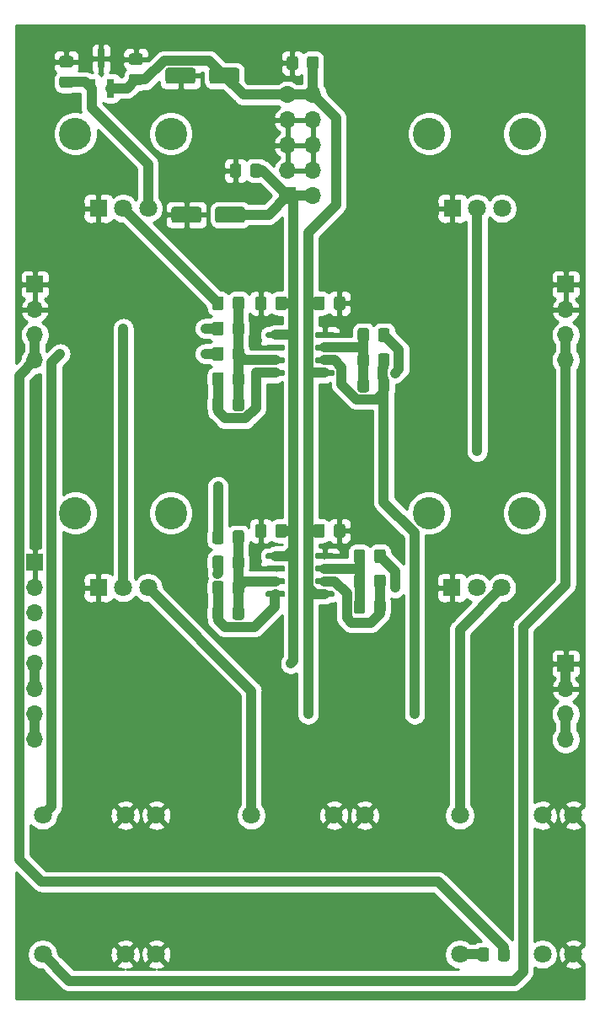
<source format=gbr>
G04 #@! TF.GenerationSoftware,KiCad,Pcbnew,5.1.6-c6e7f7d~87~ubuntu18.04.1*
G04 #@! TF.CreationDate,2020-08-19T11:35:40-04:00*
G04 #@! TF.ProjectId,filter_carrier_board,66696c74-6572-45f6-9361-72726965725f,1.2*
G04 #@! TF.SameCoordinates,Original*
G04 #@! TF.FileFunction,Copper,L2,Bot*
G04 #@! TF.FilePolarity,Positive*
%FSLAX46Y46*%
G04 Gerber Fmt 4.6, Leading zero omitted, Abs format (unit mm)*
G04 Created by KiCad (PCBNEW 5.1.6-c6e7f7d~87~ubuntu18.04.1) date 2020-08-19 11:35:40*
%MOMM*%
%LPD*%
G01*
G04 APERTURE LIST*
G04 #@! TA.AperFunction,ComponentPad*
%ADD10C,1.800000*%
G04 #@! TD*
G04 #@! TA.AperFunction,SMDPad,CuDef*
%ADD11R,0.800000X1.900000*%
G04 #@! TD*
G04 #@! TA.AperFunction,ComponentPad*
%ADD12C,3.240000*%
G04 #@! TD*
G04 #@! TA.AperFunction,ComponentPad*
%ADD13R,1.800000X1.800000*%
G04 #@! TD*
G04 #@! TA.AperFunction,ComponentPad*
%ADD14R,1.700000X1.700000*%
G04 #@! TD*
G04 #@! TA.AperFunction,ComponentPad*
%ADD15O,1.700000X1.700000*%
G04 #@! TD*
G04 #@! TA.AperFunction,ViaPad*
%ADD16C,1.000000*%
G04 #@! TD*
G04 #@! TA.AperFunction,ViaPad*
%ADD17C,0.800000*%
G04 #@! TD*
G04 #@! TA.AperFunction,Conductor*
%ADD18C,1.000000*%
G04 #@! TD*
G04 #@! TA.AperFunction,Conductor*
%ADD19C,0.254000*%
G04 #@! TD*
G04 APERTURE END LIST*
G04 #@! TA.AperFunction,SMDPad,CuDef*
G36*
G01*
X109035001Y-51865000D02*
X108134999Y-51865000D01*
G75*
G02*
X107885000Y-51615001I0J249999D01*
G01*
X107885000Y-50964999D01*
G75*
G02*
X108134999Y-50715000I249999J0D01*
G01*
X109035001Y-50715000D01*
G75*
G02*
X109285000Y-50964999I0J-249999D01*
G01*
X109285000Y-51615001D01*
G75*
G02*
X109035001Y-51865000I-249999J0D01*
G01*
G37*
G04 #@! TD.AperFunction*
G04 #@! TA.AperFunction,SMDPad,CuDef*
G36*
G01*
X109035001Y-53915000D02*
X108134999Y-53915000D01*
G75*
G02*
X107885000Y-53665001I0J249999D01*
G01*
X107885000Y-53014999D01*
G75*
G02*
X108134999Y-52765000I249999J0D01*
G01*
X109035001Y-52765000D01*
G75*
G02*
X109285000Y-53014999I0J-249999D01*
G01*
X109285000Y-53665001D01*
G75*
G02*
X109035001Y-53915000I-249999J0D01*
G01*
G37*
G04 #@! TD.AperFunction*
G04 #@! TA.AperFunction,SMDPad,CuDef*
G36*
G01*
X116020001Y-51620000D02*
X115119999Y-51620000D01*
G75*
G02*
X114870000Y-51370001I0J249999D01*
G01*
X114870000Y-50719999D01*
G75*
G02*
X115119999Y-50470000I249999J0D01*
G01*
X116020001Y-50470000D01*
G75*
G02*
X116270000Y-50719999I0J-249999D01*
G01*
X116270000Y-51370001D01*
G75*
G02*
X116020001Y-51620000I-249999J0D01*
G01*
G37*
G04 #@! TD.AperFunction*
G04 #@! TA.AperFunction,SMDPad,CuDef*
G36*
G01*
X116020001Y-53670000D02*
X115119999Y-53670000D01*
G75*
G02*
X114870000Y-53420001I0J249999D01*
G01*
X114870000Y-52769999D01*
G75*
G02*
X115119999Y-52520000I249999J0D01*
G01*
X116020001Y-52520000D01*
G75*
G02*
X116270000Y-52769999I0J-249999D01*
G01*
X116270000Y-53420001D01*
G75*
G02*
X116020001Y-53670000I-249999J0D01*
G01*
G37*
G04 #@! TD.AperFunction*
D10*
X148115000Y-140970000D03*
X159515000Y-140970000D03*
X156415000Y-140970000D03*
X148115000Y-127000000D03*
X159515000Y-127000000D03*
X156415000Y-127000000D03*
X127160000Y-127000000D03*
X138560000Y-127000000D03*
X135460000Y-127000000D03*
X106205000Y-127000000D03*
X117605000Y-127000000D03*
X114505000Y-127000000D03*
X106205000Y-140970000D03*
X117605000Y-140970000D03*
X114505000Y-140970000D03*
D11*
X112075000Y-50975000D03*
X111125000Y-53975000D03*
X113025000Y-53975000D03*
G04 #@! TA.AperFunction,SMDPad,CuDef*
G36*
G01*
X133580000Y-104925000D02*
X133580000Y-104625000D01*
G75*
G02*
X133730000Y-104475000I150000J0D01*
G01*
X135380000Y-104475000D01*
G75*
G02*
X135530000Y-104625000I0J-150000D01*
G01*
X135530000Y-104925000D01*
G75*
G02*
X135380000Y-105075000I-150000J0D01*
G01*
X133730000Y-105075000D01*
G75*
G02*
X133580000Y-104925000I0J150000D01*
G01*
G37*
G04 #@! TD.AperFunction*
G04 #@! TA.AperFunction,SMDPad,CuDef*
G36*
G01*
X133580000Y-103655000D02*
X133580000Y-103355000D01*
G75*
G02*
X133730000Y-103205000I150000J0D01*
G01*
X135380000Y-103205000D01*
G75*
G02*
X135530000Y-103355000I0J-150000D01*
G01*
X135530000Y-103655000D01*
G75*
G02*
X135380000Y-103805000I-150000J0D01*
G01*
X133730000Y-103805000D01*
G75*
G02*
X133580000Y-103655000I0J150000D01*
G01*
G37*
G04 #@! TD.AperFunction*
G04 #@! TA.AperFunction,SMDPad,CuDef*
G36*
G01*
X133580000Y-102385000D02*
X133580000Y-102085000D01*
G75*
G02*
X133730000Y-101935000I150000J0D01*
G01*
X135380000Y-101935000D01*
G75*
G02*
X135530000Y-102085000I0J-150000D01*
G01*
X135530000Y-102385000D01*
G75*
G02*
X135380000Y-102535000I-150000J0D01*
G01*
X133730000Y-102535000D01*
G75*
G02*
X133580000Y-102385000I0J150000D01*
G01*
G37*
G04 #@! TD.AperFunction*
G04 #@! TA.AperFunction,SMDPad,CuDef*
G36*
G01*
X133580000Y-101115000D02*
X133580000Y-100815000D01*
G75*
G02*
X133730000Y-100665000I150000J0D01*
G01*
X135380000Y-100665000D01*
G75*
G02*
X135530000Y-100815000I0J-150000D01*
G01*
X135530000Y-101115000D01*
G75*
G02*
X135380000Y-101265000I-150000J0D01*
G01*
X133730000Y-101265000D01*
G75*
G02*
X133580000Y-101115000I0J150000D01*
G01*
G37*
G04 #@! TD.AperFunction*
G04 #@! TA.AperFunction,SMDPad,CuDef*
G36*
G01*
X128630000Y-101115000D02*
X128630000Y-100815000D01*
G75*
G02*
X128780000Y-100665000I150000J0D01*
G01*
X130430000Y-100665000D01*
G75*
G02*
X130580000Y-100815000I0J-150000D01*
G01*
X130580000Y-101115000D01*
G75*
G02*
X130430000Y-101265000I-150000J0D01*
G01*
X128780000Y-101265000D01*
G75*
G02*
X128630000Y-101115000I0J150000D01*
G01*
G37*
G04 #@! TD.AperFunction*
G04 #@! TA.AperFunction,SMDPad,CuDef*
G36*
G01*
X128630000Y-102385000D02*
X128630000Y-102085000D01*
G75*
G02*
X128780000Y-101935000I150000J0D01*
G01*
X130430000Y-101935000D01*
G75*
G02*
X130580000Y-102085000I0J-150000D01*
G01*
X130580000Y-102385000D01*
G75*
G02*
X130430000Y-102535000I-150000J0D01*
G01*
X128780000Y-102535000D01*
G75*
G02*
X128630000Y-102385000I0J150000D01*
G01*
G37*
G04 #@! TD.AperFunction*
G04 #@! TA.AperFunction,SMDPad,CuDef*
G36*
G01*
X128630000Y-103655000D02*
X128630000Y-103355000D01*
G75*
G02*
X128780000Y-103205000I150000J0D01*
G01*
X130430000Y-103205000D01*
G75*
G02*
X130580000Y-103355000I0J-150000D01*
G01*
X130580000Y-103655000D01*
G75*
G02*
X130430000Y-103805000I-150000J0D01*
G01*
X128780000Y-103805000D01*
G75*
G02*
X128630000Y-103655000I0J150000D01*
G01*
G37*
G04 #@! TD.AperFunction*
G04 #@! TA.AperFunction,SMDPad,CuDef*
G36*
G01*
X128630000Y-104925000D02*
X128630000Y-104625000D01*
G75*
G02*
X128780000Y-104475000I150000J0D01*
G01*
X130430000Y-104475000D01*
G75*
G02*
X130580000Y-104625000I0J-150000D01*
G01*
X130580000Y-104925000D01*
G75*
G02*
X130430000Y-105075000I-150000J0D01*
G01*
X128780000Y-105075000D01*
G75*
G02*
X128630000Y-104925000I0J150000D01*
G01*
G37*
G04 #@! TD.AperFunction*
G04 #@! TA.AperFunction,SMDPad,CuDef*
G36*
G01*
X133580000Y-82700000D02*
X133580000Y-82400000D01*
G75*
G02*
X133730000Y-82250000I150000J0D01*
G01*
X135380000Y-82250000D01*
G75*
G02*
X135530000Y-82400000I0J-150000D01*
G01*
X135530000Y-82700000D01*
G75*
G02*
X135380000Y-82850000I-150000J0D01*
G01*
X133730000Y-82850000D01*
G75*
G02*
X133580000Y-82700000I0J150000D01*
G01*
G37*
G04 #@! TD.AperFunction*
G04 #@! TA.AperFunction,SMDPad,CuDef*
G36*
G01*
X133580000Y-81430000D02*
X133580000Y-81130000D01*
G75*
G02*
X133730000Y-80980000I150000J0D01*
G01*
X135380000Y-80980000D01*
G75*
G02*
X135530000Y-81130000I0J-150000D01*
G01*
X135530000Y-81430000D01*
G75*
G02*
X135380000Y-81580000I-150000J0D01*
G01*
X133730000Y-81580000D01*
G75*
G02*
X133580000Y-81430000I0J150000D01*
G01*
G37*
G04 #@! TD.AperFunction*
G04 #@! TA.AperFunction,SMDPad,CuDef*
G36*
G01*
X133580000Y-80160000D02*
X133580000Y-79860000D01*
G75*
G02*
X133730000Y-79710000I150000J0D01*
G01*
X135380000Y-79710000D01*
G75*
G02*
X135530000Y-79860000I0J-150000D01*
G01*
X135530000Y-80160000D01*
G75*
G02*
X135380000Y-80310000I-150000J0D01*
G01*
X133730000Y-80310000D01*
G75*
G02*
X133580000Y-80160000I0J150000D01*
G01*
G37*
G04 #@! TD.AperFunction*
G04 #@! TA.AperFunction,SMDPad,CuDef*
G36*
G01*
X133580000Y-78890000D02*
X133580000Y-78590000D01*
G75*
G02*
X133730000Y-78440000I150000J0D01*
G01*
X135380000Y-78440000D01*
G75*
G02*
X135530000Y-78590000I0J-150000D01*
G01*
X135530000Y-78890000D01*
G75*
G02*
X135380000Y-79040000I-150000J0D01*
G01*
X133730000Y-79040000D01*
G75*
G02*
X133580000Y-78890000I0J150000D01*
G01*
G37*
G04 #@! TD.AperFunction*
G04 #@! TA.AperFunction,SMDPad,CuDef*
G36*
G01*
X128630000Y-78890000D02*
X128630000Y-78590000D01*
G75*
G02*
X128780000Y-78440000I150000J0D01*
G01*
X130430000Y-78440000D01*
G75*
G02*
X130580000Y-78590000I0J-150000D01*
G01*
X130580000Y-78890000D01*
G75*
G02*
X130430000Y-79040000I-150000J0D01*
G01*
X128780000Y-79040000D01*
G75*
G02*
X128630000Y-78890000I0J150000D01*
G01*
G37*
G04 #@! TD.AperFunction*
G04 #@! TA.AperFunction,SMDPad,CuDef*
G36*
G01*
X128630000Y-80160000D02*
X128630000Y-79860000D01*
G75*
G02*
X128780000Y-79710000I150000J0D01*
G01*
X130430000Y-79710000D01*
G75*
G02*
X130580000Y-79860000I0J-150000D01*
G01*
X130580000Y-80160000D01*
G75*
G02*
X130430000Y-80310000I-150000J0D01*
G01*
X128780000Y-80310000D01*
G75*
G02*
X128630000Y-80160000I0J150000D01*
G01*
G37*
G04 #@! TD.AperFunction*
G04 #@! TA.AperFunction,SMDPad,CuDef*
G36*
G01*
X128630000Y-81430000D02*
X128630000Y-81130000D01*
G75*
G02*
X128780000Y-80980000I150000J0D01*
G01*
X130430000Y-80980000D01*
G75*
G02*
X130580000Y-81130000I0J-150000D01*
G01*
X130580000Y-81430000D01*
G75*
G02*
X130430000Y-81580000I-150000J0D01*
G01*
X128780000Y-81580000D01*
G75*
G02*
X128630000Y-81430000I0J150000D01*
G01*
G37*
G04 #@! TD.AperFunction*
G04 #@! TA.AperFunction,SMDPad,CuDef*
G36*
G01*
X128630000Y-82700000D02*
X128630000Y-82400000D01*
G75*
G02*
X128780000Y-82250000I150000J0D01*
G01*
X130430000Y-82250000D01*
G75*
G02*
X130580000Y-82400000I0J-150000D01*
G01*
X130580000Y-82700000D01*
G75*
G02*
X130430000Y-82850000I-150000J0D01*
G01*
X128780000Y-82850000D01*
G75*
G02*
X128630000Y-82700000I0J150000D01*
G01*
G37*
G04 #@! TD.AperFunction*
D12*
X145020000Y-96640000D03*
X154620000Y-96640000D03*
D10*
X152320000Y-104140000D03*
X149820000Y-104140000D03*
D13*
X147320000Y-104140000D03*
D12*
X145060000Y-58540000D03*
X154660000Y-58540000D03*
D10*
X152360000Y-66040000D03*
X149860000Y-66040000D03*
D13*
X147360000Y-66040000D03*
D12*
X109500000Y-96640000D03*
X119100000Y-96640000D03*
D10*
X116800000Y-104140000D03*
X114300000Y-104140000D03*
D13*
X111800000Y-104140000D03*
D12*
X109500000Y-58540000D03*
X119100000Y-58540000D03*
D10*
X116800000Y-66040000D03*
X114300000Y-66040000D03*
D13*
X111800000Y-66040000D03*
G04 #@! TA.AperFunction,SMDPad,CuDef*
G36*
G01*
X151970000Y-141420001D02*
X151970000Y-140519999D01*
G75*
G02*
X152219999Y-140270000I249999J0D01*
G01*
X152870001Y-140270000D01*
G75*
G02*
X153120000Y-140519999I0J-249999D01*
G01*
X153120000Y-141420001D01*
G75*
G02*
X152870001Y-141670000I-249999J0D01*
G01*
X152219999Y-141670000D01*
G75*
G02*
X151970000Y-141420001I0J249999D01*
G01*
G37*
G04 #@! TD.AperFunction*
G04 #@! TA.AperFunction,SMDPad,CuDef*
G36*
G01*
X149920000Y-141420001D02*
X149920000Y-140519999D01*
G75*
G02*
X150169999Y-140270000I249999J0D01*
G01*
X150820001Y-140270000D01*
G75*
G02*
X151070000Y-140519999I0J-249999D01*
G01*
X151070000Y-141420001D01*
G75*
G02*
X150820001Y-141670000I-249999J0D01*
G01*
X150169999Y-141670000D01*
G75*
G02*
X149920000Y-141420001I0J249999D01*
G01*
G37*
G04 #@! TD.AperFunction*
G04 #@! TA.AperFunction,SMDPad,CuDef*
G36*
G01*
X138615000Y-103054999D02*
X138615000Y-103955001D01*
G75*
G02*
X138365001Y-104205000I-249999J0D01*
G01*
X137714999Y-104205000D01*
G75*
G02*
X137465000Y-103955001I0J249999D01*
G01*
X137465000Y-103054999D01*
G75*
G02*
X137714999Y-102805000I249999J0D01*
G01*
X138365001Y-102805000D01*
G75*
G02*
X138615000Y-103054999I0J-249999D01*
G01*
G37*
G04 #@! TD.AperFunction*
G04 #@! TA.AperFunction,SMDPad,CuDef*
G36*
G01*
X140665000Y-103054999D02*
X140665000Y-103955001D01*
G75*
G02*
X140415001Y-104205000I-249999J0D01*
G01*
X139764999Y-104205000D01*
G75*
G02*
X139515000Y-103955001I0J249999D01*
G01*
X139515000Y-103054999D01*
G75*
G02*
X139764999Y-102805000I249999J0D01*
G01*
X140415001Y-102805000D01*
G75*
G02*
X140665000Y-103054999I0J-249999D01*
G01*
G37*
G04 #@! TD.AperFunction*
G04 #@! TA.AperFunction,SMDPad,CuDef*
G36*
G01*
X139515000Y-101415001D02*
X139515000Y-100514999D01*
G75*
G02*
X139764999Y-100265000I249999J0D01*
G01*
X140415001Y-100265000D01*
G75*
G02*
X140665000Y-100514999I0J-249999D01*
G01*
X140665000Y-101415001D01*
G75*
G02*
X140415001Y-101665000I-249999J0D01*
G01*
X139764999Y-101665000D01*
G75*
G02*
X139515000Y-101415001I0J249999D01*
G01*
G37*
G04 #@! TD.AperFunction*
G04 #@! TA.AperFunction,SMDPad,CuDef*
G36*
G01*
X137465000Y-101415001D02*
X137465000Y-100514999D01*
G75*
G02*
X137714999Y-100265000I249999J0D01*
G01*
X138365001Y-100265000D01*
G75*
G02*
X138615000Y-100514999I0J-249999D01*
G01*
X138615000Y-101415001D01*
G75*
G02*
X138365001Y-101665000I-249999J0D01*
G01*
X137714999Y-101665000D01*
G75*
G02*
X137465000Y-101415001I0J249999D01*
G01*
G37*
G04 #@! TD.AperFunction*
G04 #@! TA.AperFunction,SMDPad,CuDef*
G36*
G01*
X125300000Y-104590001D02*
X125300000Y-103689999D01*
G75*
G02*
X125549999Y-103440000I249999J0D01*
G01*
X126200001Y-103440000D01*
G75*
G02*
X126450000Y-103689999I0J-249999D01*
G01*
X126450000Y-104590001D01*
G75*
G02*
X126200001Y-104840000I-249999J0D01*
G01*
X125549999Y-104840000D01*
G75*
G02*
X125300000Y-104590001I0J249999D01*
G01*
G37*
G04 #@! TD.AperFunction*
G04 #@! TA.AperFunction,SMDPad,CuDef*
G36*
G01*
X123250000Y-104590001D02*
X123250000Y-103689999D01*
G75*
G02*
X123499999Y-103440000I249999J0D01*
G01*
X124150001Y-103440000D01*
G75*
G02*
X124400000Y-103689999I0J-249999D01*
G01*
X124400000Y-104590001D01*
G75*
G02*
X124150001Y-104840000I-249999J0D01*
G01*
X123499999Y-104840000D01*
G75*
G02*
X123250000Y-104590001I0J249999D01*
G01*
G37*
G04 #@! TD.AperFunction*
G04 #@! TA.AperFunction,SMDPad,CuDef*
G36*
G01*
X124400000Y-101149999D02*
X124400000Y-102050001D01*
G75*
G02*
X124150001Y-102300000I-249999J0D01*
G01*
X123499999Y-102300000D01*
G75*
G02*
X123250000Y-102050001I0J249999D01*
G01*
X123250000Y-101149999D01*
G75*
G02*
X123499999Y-100900000I249999J0D01*
G01*
X124150001Y-100900000D01*
G75*
G02*
X124400000Y-101149999I0J-249999D01*
G01*
G37*
G04 #@! TD.AperFunction*
G04 #@! TA.AperFunction,SMDPad,CuDef*
G36*
G01*
X126450000Y-101149999D02*
X126450000Y-102050001D01*
G75*
G02*
X126200001Y-102300000I-249999J0D01*
G01*
X125549999Y-102300000D01*
G75*
G02*
X125300000Y-102050001I0J249999D01*
G01*
X125300000Y-101149999D01*
G75*
G02*
X125549999Y-100900000I249999J0D01*
G01*
X126200001Y-100900000D01*
G75*
G02*
X126450000Y-101149999I0J-249999D01*
G01*
G37*
G04 #@! TD.AperFunction*
G04 #@! TA.AperFunction,SMDPad,CuDef*
G36*
G01*
X124400000Y-98609999D02*
X124400000Y-99510001D01*
G75*
G02*
X124150001Y-99760000I-249999J0D01*
G01*
X123499999Y-99760000D01*
G75*
G02*
X123250000Y-99510001I0J249999D01*
G01*
X123250000Y-98609999D01*
G75*
G02*
X123499999Y-98360000I249999J0D01*
G01*
X124150001Y-98360000D01*
G75*
G02*
X124400000Y-98609999I0J-249999D01*
G01*
G37*
G04 #@! TD.AperFunction*
G04 #@! TA.AperFunction,SMDPad,CuDef*
G36*
G01*
X126450000Y-98609999D02*
X126450000Y-99510001D01*
G75*
G02*
X126200001Y-99760000I-249999J0D01*
G01*
X125549999Y-99760000D01*
G75*
G02*
X125300000Y-99510001I0J249999D01*
G01*
X125300000Y-98609999D01*
G75*
G02*
X125549999Y-98360000I249999J0D01*
G01*
X126200001Y-98360000D01*
G75*
G02*
X126450000Y-98609999I0J-249999D01*
G01*
G37*
G04 #@! TD.AperFunction*
G04 #@! TA.AperFunction,SMDPad,CuDef*
G36*
G01*
X139005000Y-80829999D02*
X139005000Y-81730001D01*
G75*
G02*
X138755001Y-81980000I-249999J0D01*
G01*
X138104999Y-81980000D01*
G75*
G02*
X137855000Y-81730001I0J249999D01*
G01*
X137855000Y-80829999D01*
G75*
G02*
X138104999Y-80580000I249999J0D01*
G01*
X138755001Y-80580000D01*
G75*
G02*
X139005000Y-80829999I0J-249999D01*
G01*
G37*
G04 #@! TD.AperFunction*
G04 #@! TA.AperFunction,SMDPad,CuDef*
G36*
G01*
X141055000Y-80829999D02*
X141055000Y-81730001D01*
G75*
G02*
X140805001Y-81980000I-249999J0D01*
G01*
X140154999Y-81980000D01*
G75*
G02*
X139905000Y-81730001I0J249999D01*
G01*
X139905000Y-80829999D01*
G75*
G02*
X140154999Y-80580000I249999J0D01*
G01*
X140805001Y-80580000D01*
G75*
G02*
X141055000Y-80829999I0J-249999D01*
G01*
G37*
G04 #@! TD.AperFunction*
G04 #@! TA.AperFunction,SMDPad,CuDef*
G36*
G01*
X139905000Y-79190001D02*
X139905000Y-78289999D01*
G75*
G02*
X140154999Y-78040000I249999J0D01*
G01*
X140805001Y-78040000D01*
G75*
G02*
X141055000Y-78289999I0J-249999D01*
G01*
X141055000Y-79190001D01*
G75*
G02*
X140805001Y-79440000I-249999J0D01*
G01*
X140154999Y-79440000D01*
G75*
G02*
X139905000Y-79190001I0J249999D01*
G01*
G37*
G04 #@! TD.AperFunction*
G04 #@! TA.AperFunction,SMDPad,CuDef*
G36*
G01*
X137855000Y-79190001D02*
X137855000Y-78289999D01*
G75*
G02*
X138104999Y-78040000I249999J0D01*
G01*
X138755001Y-78040000D01*
G75*
G02*
X139005000Y-78289999I0J-249999D01*
G01*
X139005000Y-79190001D01*
G75*
G02*
X138755001Y-79440000I-249999J0D01*
G01*
X138104999Y-79440000D01*
G75*
G02*
X137855000Y-79190001I0J249999D01*
G01*
G37*
G04 #@! TD.AperFunction*
G04 #@! TA.AperFunction,SMDPad,CuDef*
G36*
G01*
X125300000Y-83635001D02*
X125300000Y-82734999D01*
G75*
G02*
X125549999Y-82485000I249999J0D01*
G01*
X126200001Y-82485000D01*
G75*
G02*
X126450000Y-82734999I0J-249999D01*
G01*
X126450000Y-83635001D01*
G75*
G02*
X126200001Y-83885000I-249999J0D01*
G01*
X125549999Y-83885000D01*
G75*
G02*
X125300000Y-83635001I0J249999D01*
G01*
G37*
G04 #@! TD.AperFunction*
G04 #@! TA.AperFunction,SMDPad,CuDef*
G36*
G01*
X123250000Y-83635001D02*
X123250000Y-82734999D01*
G75*
G02*
X123499999Y-82485000I249999J0D01*
G01*
X124150001Y-82485000D01*
G75*
G02*
X124400000Y-82734999I0J-249999D01*
G01*
X124400000Y-83635001D01*
G75*
G02*
X124150001Y-83885000I-249999J0D01*
G01*
X123499999Y-83885000D01*
G75*
G02*
X123250000Y-83635001I0J249999D01*
G01*
G37*
G04 #@! TD.AperFunction*
G04 #@! TA.AperFunction,SMDPad,CuDef*
G36*
G01*
X124400000Y-75114999D02*
X124400000Y-76015001D01*
G75*
G02*
X124150001Y-76265000I-249999J0D01*
G01*
X123499999Y-76265000D01*
G75*
G02*
X123250000Y-76015001I0J249999D01*
G01*
X123250000Y-75114999D01*
G75*
G02*
X123499999Y-74865000I249999J0D01*
G01*
X124150001Y-74865000D01*
G75*
G02*
X124400000Y-75114999I0J-249999D01*
G01*
G37*
G04 #@! TD.AperFunction*
G04 #@! TA.AperFunction,SMDPad,CuDef*
G36*
G01*
X126450000Y-75114999D02*
X126450000Y-76015001D01*
G75*
G02*
X126200001Y-76265000I-249999J0D01*
G01*
X125549999Y-76265000D01*
G75*
G02*
X125300000Y-76015001I0J249999D01*
G01*
X125300000Y-75114999D01*
G75*
G02*
X125549999Y-74865000I249999J0D01*
G01*
X126200001Y-74865000D01*
G75*
G02*
X126450000Y-75114999I0J-249999D01*
G01*
G37*
G04 #@! TD.AperFunction*
G04 #@! TA.AperFunction,SMDPad,CuDef*
G36*
G01*
X124400000Y-77654999D02*
X124400000Y-78555001D01*
G75*
G02*
X124150001Y-78805000I-249999J0D01*
G01*
X123499999Y-78805000D01*
G75*
G02*
X123250000Y-78555001I0J249999D01*
G01*
X123250000Y-77654999D01*
G75*
G02*
X123499999Y-77405000I249999J0D01*
G01*
X124150001Y-77405000D01*
G75*
G02*
X124400000Y-77654999I0J-249999D01*
G01*
G37*
G04 #@! TD.AperFunction*
G04 #@! TA.AperFunction,SMDPad,CuDef*
G36*
G01*
X126450000Y-77654999D02*
X126450000Y-78555001D01*
G75*
G02*
X126200001Y-78805000I-249999J0D01*
G01*
X125549999Y-78805000D01*
G75*
G02*
X125300000Y-78555001I0J249999D01*
G01*
X125300000Y-77654999D01*
G75*
G02*
X125549999Y-77405000I249999J0D01*
G01*
X126200001Y-77405000D01*
G75*
G02*
X126450000Y-77654999I0J-249999D01*
G01*
G37*
G04 #@! TD.AperFunction*
G04 #@! TA.AperFunction,SMDPad,CuDef*
G36*
G01*
X124400000Y-80194999D02*
X124400000Y-81095001D01*
G75*
G02*
X124150001Y-81345000I-249999J0D01*
G01*
X123499999Y-81345000D01*
G75*
G02*
X123250000Y-81095001I0J249999D01*
G01*
X123250000Y-80194999D01*
G75*
G02*
X123499999Y-79945000I249999J0D01*
G01*
X124150001Y-79945000D01*
G75*
G02*
X124400000Y-80194999I0J-249999D01*
G01*
G37*
G04 #@! TD.AperFunction*
G04 #@! TA.AperFunction,SMDPad,CuDef*
G36*
G01*
X126450000Y-80194999D02*
X126450000Y-81095001D01*
G75*
G02*
X126200001Y-81345000I-249999J0D01*
G01*
X125549999Y-81345000D01*
G75*
G02*
X125300000Y-81095001I0J249999D01*
G01*
X125300000Y-80194999D01*
G75*
G02*
X125549999Y-79945000I249999J0D01*
G01*
X126200001Y-79945000D01*
G75*
G02*
X126450000Y-80194999I0J-249999D01*
G01*
G37*
G04 #@! TD.AperFunction*
G04 #@! TA.AperFunction,SMDPad,CuDef*
G36*
G01*
X129600000Y-98875001D02*
X129600000Y-97974999D01*
G75*
G02*
X129849999Y-97725000I249999J0D01*
G01*
X130500001Y-97725000D01*
G75*
G02*
X130750000Y-97974999I0J-249999D01*
G01*
X130750000Y-98875001D01*
G75*
G02*
X130500001Y-99125000I-249999J0D01*
G01*
X129849999Y-99125000D01*
G75*
G02*
X129600000Y-98875001I0J249999D01*
G01*
G37*
G04 #@! TD.AperFunction*
G04 #@! TA.AperFunction,SMDPad,CuDef*
G36*
G01*
X127550000Y-98875001D02*
X127550000Y-97974999D01*
G75*
G02*
X127799999Y-97725000I249999J0D01*
G01*
X128450001Y-97725000D01*
G75*
G02*
X128700000Y-97974999I0J-249999D01*
G01*
X128700000Y-98875001D01*
G75*
G02*
X128450001Y-99125000I-249999J0D01*
G01*
X127799999Y-99125000D01*
G75*
G02*
X127550000Y-98875001I0J249999D01*
G01*
G37*
G04 #@! TD.AperFunction*
G04 #@! TA.AperFunction,SMDPad,CuDef*
G36*
G01*
X135460000Y-98875001D02*
X135460000Y-97974999D01*
G75*
G02*
X135709999Y-97725000I249999J0D01*
G01*
X136360001Y-97725000D01*
G75*
G02*
X136610000Y-97974999I0J-249999D01*
G01*
X136610000Y-98875001D01*
G75*
G02*
X136360001Y-99125000I-249999J0D01*
G01*
X135709999Y-99125000D01*
G75*
G02*
X135460000Y-98875001I0J249999D01*
G01*
G37*
G04 #@! TD.AperFunction*
G04 #@! TA.AperFunction,SMDPad,CuDef*
G36*
G01*
X133410000Y-98875001D02*
X133410000Y-97974999D01*
G75*
G02*
X133659999Y-97725000I249999J0D01*
G01*
X134310001Y-97725000D01*
G75*
G02*
X134560000Y-97974999I0J-249999D01*
G01*
X134560000Y-98875001D01*
G75*
G02*
X134310001Y-99125000I-249999J0D01*
G01*
X133659999Y-99125000D01*
G75*
G02*
X133410000Y-98875001I0J249999D01*
G01*
G37*
G04 #@! TD.AperFunction*
G04 #@! TA.AperFunction,SMDPad,CuDef*
G36*
G01*
X129600000Y-76015001D02*
X129600000Y-75114999D01*
G75*
G02*
X129849999Y-74865000I249999J0D01*
G01*
X130500001Y-74865000D01*
G75*
G02*
X130750000Y-75114999I0J-249999D01*
G01*
X130750000Y-76015001D01*
G75*
G02*
X130500001Y-76265000I-249999J0D01*
G01*
X129849999Y-76265000D01*
G75*
G02*
X129600000Y-76015001I0J249999D01*
G01*
G37*
G04 #@! TD.AperFunction*
G04 #@! TA.AperFunction,SMDPad,CuDef*
G36*
G01*
X127550000Y-76015001D02*
X127550000Y-75114999D01*
G75*
G02*
X127799999Y-74865000I249999J0D01*
G01*
X128450001Y-74865000D01*
G75*
G02*
X128700000Y-75114999I0J-249999D01*
G01*
X128700000Y-76015001D01*
G75*
G02*
X128450001Y-76265000I-249999J0D01*
G01*
X127799999Y-76265000D01*
G75*
G02*
X127550000Y-76015001I0J249999D01*
G01*
G37*
G04 #@! TD.AperFunction*
G04 #@! TA.AperFunction,SMDPad,CuDef*
G36*
G01*
X135460000Y-76015001D02*
X135460000Y-75114999D01*
G75*
G02*
X135709999Y-74865000I249999J0D01*
G01*
X136360001Y-74865000D01*
G75*
G02*
X136610000Y-75114999I0J-249999D01*
G01*
X136610000Y-76015001D01*
G75*
G02*
X136360001Y-76265000I-249999J0D01*
G01*
X135709999Y-76265000D01*
G75*
G02*
X135460000Y-76015001I0J249999D01*
G01*
G37*
G04 #@! TD.AperFunction*
G04 #@! TA.AperFunction,SMDPad,CuDef*
G36*
G01*
X133410000Y-76015001D02*
X133410000Y-75114999D01*
G75*
G02*
X133659999Y-74865000I249999J0D01*
G01*
X134310001Y-74865000D01*
G75*
G02*
X134560000Y-75114999I0J-249999D01*
G01*
X134560000Y-76015001D01*
G75*
G02*
X134310001Y-76265000I-249999J0D01*
G01*
X133659999Y-76265000D01*
G75*
G02*
X133410000Y-76015001I0J249999D01*
G01*
G37*
G04 #@! TD.AperFunction*
G04 #@! TA.AperFunction,SMDPad,CuDef*
G36*
G01*
X127060000Y-62680001D02*
X127060000Y-61779999D01*
G75*
G02*
X127309999Y-61530000I249999J0D01*
G01*
X127960001Y-61530000D01*
G75*
G02*
X128210000Y-61779999I0J-249999D01*
G01*
X128210000Y-62680001D01*
G75*
G02*
X127960001Y-62930000I-249999J0D01*
G01*
X127309999Y-62930000D01*
G75*
G02*
X127060000Y-62680001I0J249999D01*
G01*
G37*
G04 #@! TD.AperFunction*
G04 #@! TA.AperFunction,SMDPad,CuDef*
G36*
G01*
X125010000Y-62680001D02*
X125010000Y-61779999D01*
G75*
G02*
X125259999Y-61530000I249999J0D01*
G01*
X125910001Y-61530000D01*
G75*
G02*
X126160000Y-61779999I0J-249999D01*
G01*
X126160000Y-62680001D01*
G75*
G02*
X125910001Y-62930000I-249999J0D01*
G01*
X125259999Y-62930000D01*
G75*
G02*
X125010000Y-62680001I0J249999D01*
G01*
G37*
G04 #@! TD.AperFunction*
G04 #@! TA.AperFunction,SMDPad,CuDef*
G36*
G01*
X131875000Y-50984999D02*
X131875000Y-51885001D01*
G75*
G02*
X131625001Y-52135000I-249999J0D01*
G01*
X130974999Y-52135000D01*
G75*
G02*
X130725000Y-51885001I0J249999D01*
G01*
X130725000Y-50984999D01*
G75*
G02*
X130974999Y-50735000I249999J0D01*
G01*
X131625001Y-50735000D01*
G75*
G02*
X131875000Y-50984999I0J-249999D01*
G01*
G37*
G04 #@! TD.AperFunction*
G04 #@! TA.AperFunction,SMDPad,CuDef*
G36*
G01*
X133925000Y-50984999D02*
X133925000Y-51885001D01*
G75*
G02*
X133675001Y-52135000I-249999J0D01*
G01*
X133024999Y-52135000D01*
G75*
G02*
X132775000Y-51885001I0J249999D01*
G01*
X132775000Y-50984999D01*
G75*
G02*
X133024999Y-50735000I249999J0D01*
G01*
X133675001Y-50735000D01*
G75*
G02*
X133925000Y-50984999I0J-249999D01*
G01*
G37*
G04 #@! TD.AperFunction*
G04 #@! TA.AperFunction,SMDPad,CuDef*
G36*
G01*
X123550000Y-67225000D02*
X123550000Y-66125000D01*
G75*
G02*
X123800000Y-65875000I250000J0D01*
G01*
X126300000Y-65875000D01*
G75*
G02*
X126550000Y-66125000I0J-250000D01*
G01*
X126550000Y-67225000D01*
G75*
G02*
X126300000Y-67475000I-250000J0D01*
G01*
X123800000Y-67475000D01*
G75*
G02*
X123550000Y-67225000I0J250000D01*
G01*
G37*
G04 #@! TD.AperFunction*
G04 #@! TA.AperFunction,SMDPad,CuDef*
G36*
G01*
X119150000Y-67225000D02*
X119150000Y-66125000D01*
G75*
G02*
X119400000Y-65875000I250000J0D01*
G01*
X121900000Y-65875000D01*
G75*
G02*
X122150000Y-66125000I0J-250000D01*
G01*
X122150000Y-67225000D01*
G75*
G02*
X121900000Y-67475000I-250000J0D01*
G01*
X119400000Y-67475000D01*
G75*
G02*
X119150000Y-67225000I0J250000D01*
G01*
G37*
G04 #@! TD.AperFunction*
G04 #@! TA.AperFunction,SMDPad,CuDef*
G36*
G01*
X121560000Y-52155000D02*
X121560000Y-53255000D01*
G75*
G02*
X121310000Y-53505000I-250000J0D01*
G01*
X118810000Y-53505000D01*
G75*
G02*
X118560000Y-53255000I0J250000D01*
G01*
X118560000Y-52155000D01*
G75*
G02*
X118810000Y-51905000I250000J0D01*
G01*
X121310000Y-51905000D01*
G75*
G02*
X121560000Y-52155000I0J-250000D01*
G01*
G37*
G04 #@! TD.AperFunction*
G04 #@! TA.AperFunction,SMDPad,CuDef*
G36*
G01*
X125960000Y-52155000D02*
X125960000Y-53255000D01*
G75*
G02*
X125710000Y-53505000I-250000J0D01*
G01*
X123210000Y-53505000D01*
G75*
G02*
X122960000Y-53255000I0J250000D01*
G01*
X122960000Y-52155000D01*
G75*
G02*
X123210000Y-51905000I250000J0D01*
G01*
X125710000Y-51905000D01*
G75*
G02*
X125960000Y-52155000I0J-250000D01*
G01*
G37*
G04 #@! TD.AperFunction*
G04 #@! TA.AperFunction,SMDPad,CuDef*
G36*
G01*
X138615000Y-105594999D02*
X138615000Y-106495001D01*
G75*
G02*
X138365001Y-106745000I-249999J0D01*
G01*
X137714999Y-106745000D01*
G75*
G02*
X137465000Y-106495001I0J249999D01*
G01*
X137465000Y-105594999D01*
G75*
G02*
X137714999Y-105345000I249999J0D01*
G01*
X138365001Y-105345000D01*
G75*
G02*
X138615000Y-105594999I0J-249999D01*
G01*
G37*
G04 #@! TD.AperFunction*
G04 #@! TA.AperFunction,SMDPad,CuDef*
G36*
G01*
X140665000Y-105594999D02*
X140665000Y-106495001D01*
G75*
G02*
X140415001Y-106745000I-249999J0D01*
G01*
X139764999Y-106745000D01*
G75*
G02*
X139515000Y-106495001I0J249999D01*
G01*
X139515000Y-105594999D01*
G75*
G02*
X139764999Y-105345000I249999J0D01*
G01*
X140415001Y-105345000D01*
G75*
G02*
X140665000Y-105594999I0J-249999D01*
G01*
G37*
G04 #@! TD.AperFunction*
G04 #@! TA.AperFunction,SMDPad,CuDef*
G36*
G01*
X125300000Y-107130001D02*
X125300000Y-106229999D01*
G75*
G02*
X125549999Y-105980000I249999J0D01*
G01*
X126200001Y-105980000D01*
G75*
G02*
X126450000Y-106229999I0J-249999D01*
G01*
X126450000Y-107130001D01*
G75*
G02*
X126200001Y-107380000I-249999J0D01*
G01*
X125549999Y-107380000D01*
G75*
G02*
X125300000Y-107130001I0J249999D01*
G01*
G37*
G04 #@! TD.AperFunction*
G04 #@! TA.AperFunction,SMDPad,CuDef*
G36*
G01*
X123250000Y-107130001D02*
X123250000Y-106229999D01*
G75*
G02*
X123499999Y-105980000I249999J0D01*
G01*
X124150001Y-105980000D01*
G75*
G02*
X124400000Y-106229999I0J-249999D01*
G01*
X124400000Y-107130001D01*
G75*
G02*
X124150001Y-107380000I-249999J0D01*
G01*
X123499999Y-107380000D01*
G75*
G02*
X123250000Y-107130001I0J249999D01*
G01*
G37*
G04 #@! TD.AperFunction*
G04 #@! TA.AperFunction,SMDPad,CuDef*
G36*
G01*
X139005000Y-83369999D02*
X139005000Y-84270001D01*
G75*
G02*
X138755001Y-84520000I-249999J0D01*
G01*
X138104999Y-84520000D01*
G75*
G02*
X137855000Y-84270001I0J249999D01*
G01*
X137855000Y-83369999D01*
G75*
G02*
X138104999Y-83120000I249999J0D01*
G01*
X138755001Y-83120000D01*
G75*
G02*
X139005000Y-83369999I0J-249999D01*
G01*
G37*
G04 #@! TD.AperFunction*
G04 #@! TA.AperFunction,SMDPad,CuDef*
G36*
G01*
X141055000Y-83369999D02*
X141055000Y-84270001D01*
G75*
G02*
X140805001Y-84520000I-249999J0D01*
G01*
X140154999Y-84520000D01*
G75*
G02*
X139905000Y-84270001I0J249999D01*
G01*
X139905000Y-83369999D01*
G75*
G02*
X140154999Y-83120000I249999J0D01*
G01*
X140805001Y-83120000D01*
G75*
G02*
X141055000Y-83369999I0J-249999D01*
G01*
G37*
G04 #@! TD.AperFunction*
G04 #@! TA.AperFunction,SMDPad,CuDef*
G36*
G01*
X125300000Y-86175001D02*
X125300000Y-85274999D01*
G75*
G02*
X125549999Y-85025000I249999J0D01*
G01*
X126200001Y-85025000D01*
G75*
G02*
X126450000Y-85274999I0J-249999D01*
G01*
X126450000Y-86175001D01*
G75*
G02*
X126200001Y-86425000I-249999J0D01*
G01*
X125549999Y-86425000D01*
G75*
G02*
X125300000Y-86175001I0J249999D01*
G01*
G37*
G04 #@! TD.AperFunction*
G04 #@! TA.AperFunction,SMDPad,CuDef*
G36*
G01*
X123250000Y-86175001D02*
X123250000Y-85274999D01*
G75*
G02*
X123499999Y-85025000I249999J0D01*
G01*
X124150001Y-85025000D01*
G75*
G02*
X124400000Y-85274999I0J-249999D01*
G01*
X124400000Y-86175001D01*
G75*
G02*
X124150001Y-86425000I-249999J0D01*
G01*
X123499999Y-86425000D01*
G75*
G02*
X123250000Y-86175001I0J249999D01*
G01*
G37*
G04 #@! TD.AperFunction*
D14*
X130810000Y-64770000D03*
D15*
X133350000Y-64770000D03*
X130810000Y-62230000D03*
X133350000Y-62230000D03*
X130810000Y-59690000D03*
X133350000Y-59690000D03*
X130810000Y-57150000D03*
X133350000Y-57150000D03*
X130810000Y-54610000D03*
X133350000Y-54610000D03*
X158750000Y-119380000D03*
X158750000Y-116840000D03*
X158750000Y-114300000D03*
D14*
X158750000Y-111760000D03*
X158750000Y-73660000D03*
D15*
X158750000Y-76200000D03*
X158750000Y-78740000D03*
X158750000Y-81280000D03*
D14*
X105410000Y-73660000D03*
D15*
X105410000Y-76200000D03*
X105410000Y-78740000D03*
X105410000Y-81280000D03*
D14*
X105410000Y-101600000D03*
D15*
X105410000Y-104140000D03*
X105410000Y-106680000D03*
X105410000Y-109220000D03*
X105410000Y-111760000D03*
X105410000Y-114300000D03*
X105410000Y-116840000D03*
X105410000Y-119380000D03*
D16*
X132892800Y-116840000D03*
X119380000Y-114300000D03*
X119380000Y-119380000D03*
X137414000Y-110172500D03*
X144780000Y-71120000D03*
X124460000Y-71120000D03*
X137160000Y-91440000D03*
X137160000Y-96520000D03*
X144780000Y-86360000D03*
X127000000Y-91440000D03*
X127000000Y-96520000D03*
X131127500Y-111760000D03*
D17*
X107950000Y-80645000D03*
X122555000Y-80645000D03*
X123700740Y-102810057D03*
X127635000Y-82550000D03*
X141605000Y-82563449D03*
D16*
X143586200Y-116840000D03*
D17*
X141605000Y-104140000D03*
X129540000Y-106045000D03*
X137223500Y-107632500D03*
X114300000Y-78105000D03*
X122555000Y-78105000D03*
X123825000Y-93980000D03*
X149860000Y-90424000D03*
D18*
X134555000Y-104775000D02*
X133580000Y-104775000D01*
X133580000Y-104775000D02*
X132879990Y-104074990D01*
X132879990Y-68478510D02*
X135699500Y-65659000D01*
X135699500Y-56959500D02*
X133350000Y-54610000D01*
X133350000Y-54610000D02*
X130810000Y-54610000D01*
X133883510Y-75463510D02*
X133985000Y-75565000D01*
X132879990Y-75463510D02*
X133883510Y-75463510D01*
X132879990Y-75463510D02*
X132879990Y-68478510D01*
X134555000Y-82550000D02*
X132969000Y-82550000D01*
X132969000Y-82550000D02*
X132879990Y-82639010D01*
X132879990Y-82639010D02*
X132879990Y-75463510D01*
X133159500Y-98425000D02*
X132879990Y-98145490D01*
X133985000Y-98425000D02*
X133159500Y-98425000D01*
X132879990Y-104074990D02*
X132879990Y-98145490D01*
X132879990Y-98145490D02*
X132879990Y-82639010D01*
X135699500Y-65659000D02*
X135699500Y-56959500D01*
X133350000Y-51435000D02*
X133350000Y-54610000D01*
X126365000Y-54610000D02*
X124460000Y-52705000D01*
X130810000Y-54610000D02*
X126365000Y-54610000D01*
X114690000Y-53975000D02*
X115570000Y-53095000D01*
X113025000Y-53975000D02*
X114690000Y-53975000D01*
X122959990Y-51204990D02*
X124460000Y-52705000D01*
X118416490Y-51204990D02*
X122959990Y-51204990D01*
X116526480Y-53095000D02*
X118416490Y-51204990D01*
X115570000Y-53095000D02*
X116526480Y-53095000D01*
X105410000Y-116840000D02*
X105410000Y-119380000D01*
X132879990Y-104074990D02*
X132879990Y-116827190D01*
X132879990Y-116827190D02*
X132892800Y-116840000D01*
X158750000Y-111760000D02*
X158750000Y-114300000D01*
X129605000Y-100965000D02*
X130746500Y-100965000D01*
X130746500Y-100965000D02*
X131381500Y-100330000D01*
X131381500Y-65341500D02*
X130810000Y-64770000D01*
X133350000Y-64770000D02*
X130810000Y-64770000D01*
X131127500Y-75565000D02*
X131381500Y-75819000D01*
X130175000Y-75565000D02*
X131127500Y-75565000D01*
X131381500Y-75819000D02*
X131381500Y-65341500D01*
X131254500Y-78740000D02*
X131381500Y-78867000D01*
X129605000Y-78740000D02*
X131254500Y-78740000D01*
X131381500Y-78867000D02*
X131381500Y-75819000D01*
X130175000Y-98425000D02*
X131064000Y-98425000D01*
X131064000Y-98425000D02*
X131381500Y-98107500D01*
X131381500Y-100330000D02*
X131381500Y-98107500D01*
X131381500Y-98107500D02*
X131381500Y-78867000D01*
X128905000Y-66675000D02*
X130810000Y-64770000D01*
X125050000Y-66675000D02*
X128905000Y-66675000D01*
X128270000Y-62230000D02*
X130810000Y-64770000D01*
X127635000Y-62230000D02*
X128270000Y-62230000D01*
X105410000Y-111760000D02*
X105410000Y-114300000D01*
X131381500Y-111506000D02*
X131127500Y-111760000D01*
X131381500Y-100330000D02*
X131381500Y-111506000D01*
X158750000Y-78740000D02*
X158750000Y-81280000D01*
X106205000Y-140970000D02*
X108872000Y-143637000D01*
X108872000Y-143637000D02*
X153543000Y-143637000D01*
X153543000Y-143637000D02*
X154495500Y-142684500D01*
X154495500Y-142684500D02*
X154495500Y-108077000D01*
X158750000Y-103822500D02*
X158750000Y-81280000D01*
X154495500Y-108077000D02*
X158750000Y-103822500D01*
X107104999Y-81490001D02*
X107950000Y-80645000D01*
X106205000Y-127000000D02*
X107104999Y-126100001D01*
X107104999Y-126100001D02*
X107104999Y-81490001D01*
X122555000Y-80645000D02*
X123825000Y-80645000D01*
X148115000Y-108345000D02*
X152320000Y-104140000D01*
X148115000Y-127000000D02*
X148115000Y-108345000D01*
X105410000Y-78740000D02*
X105410000Y-81280000D01*
X152545000Y-140270000D02*
X145942500Y-133667500D01*
X152545000Y-140970000D02*
X152545000Y-140270000D01*
X145942500Y-133667500D02*
X106108500Y-133667500D01*
X103859999Y-82830001D02*
X105410000Y-81280000D01*
X103859999Y-131418999D02*
X103859999Y-82830001D01*
X106108500Y-133667500D02*
X103859999Y-131418999D01*
X114300000Y-66040000D02*
X123825000Y-75565000D01*
X123825000Y-102685797D02*
X123770807Y-102739990D01*
X123825000Y-101600000D02*
X123825000Y-102685797D01*
X127160000Y-114500000D02*
X116800000Y-104140000D01*
X127160000Y-127000000D02*
X127160000Y-114500000D01*
X150495000Y-140970000D02*
X148115000Y-140970000D01*
X125875000Y-75565000D02*
X125875000Y-78105000D01*
X125875000Y-78105000D02*
X125875000Y-80645000D01*
X125875000Y-80645000D02*
X125875000Y-83185000D01*
X125875000Y-83185000D02*
X125875000Y-85725000D01*
X126510000Y-81280000D02*
X125875000Y-80645000D01*
X129605000Y-81280000D02*
X126510000Y-81280000D01*
X129605000Y-82550000D02*
X127635000Y-82550000D01*
X142004999Y-82163450D02*
X142004999Y-80264999D01*
X142004999Y-80264999D02*
X140480000Y-78740000D01*
X141605000Y-82563449D02*
X142004999Y-82163450D01*
X123825000Y-83185000D02*
X123825000Y-85725000D01*
X127635000Y-86083520D02*
X127635000Y-82550000D01*
X123825000Y-86425000D02*
X124525010Y-87125010D01*
X126593510Y-87125010D02*
X127635000Y-86083520D01*
X124525010Y-87125010D02*
X126593510Y-87125010D01*
X123825000Y-85725000D02*
X123825000Y-86425000D01*
X138430000Y-81280000D02*
X138430000Y-83820000D01*
X134555000Y-80010000D02*
X138430000Y-80010000D01*
X138430000Y-78740000D02*
X138430000Y-80010000D01*
X138430000Y-80010000D02*
X138430000Y-81280000D01*
X158750000Y-116840000D02*
X158750000Y-119380000D01*
X140480000Y-83135519D02*
X140480000Y-83820000D01*
X140404991Y-83060510D02*
X140480000Y-83135519D01*
X140404991Y-82066388D02*
X140404991Y-83060510D01*
X140480000Y-81280000D02*
X140480000Y-81991379D01*
X140480000Y-81991379D02*
X140404991Y-82066388D01*
X135530000Y-81280000D02*
X134555000Y-81280000D01*
X136230010Y-81980010D02*
X135530000Y-81280000D01*
X136230010Y-83738530D02*
X136230010Y-81980010D01*
X139779990Y-85220010D02*
X137711490Y-85220010D01*
X140480000Y-84520000D02*
X139779990Y-85220010D01*
X137711490Y-85220010D02*
X136230010Y-83738530D01*
X140480000Y-83820000D02*
X140480000Y-84520000D01*
X140480000Y-95533602D02*
X140480000Y-83820000D01*
X143586200Y-98639802D02*
X140480000Y-95533602D01*
X143586200Y-116840000D02*
X143586200Y-98639802D01*
X125875000Y-99060000D02*
X125875000Y-102090000D01*
X125875000Y-102090000D02*
X125875000Y-104140000D01*
X125875000Y-104140000D02*
X125875000Y-106680000D01*
X126510000Y-103505000D02*
X129605000Y-103505000D01*
X125875000Y-104140000D02*
X126510000Y-103505000D01*
X140090000Y-100965000D02*
X141605000Y-102480000D01*
X141605000Y-102480000D02*
X141605000Y-104140000D01*
X129540000Y-104840000D02*
X129605000Y-104775000D01*
X129540000Y-106045000D02*
X129540000Y-104840000D01*
X123825000Y-104140000D02*
X123825000Y-106680000D01*
X127504990Y-108080010D02*
X129540000Y-106045000D01*
X124525010Y-108080010D02*
X127504990Y-108080010D01*
X123825000Y-107380000D02*
X124525010Y-108080010D01*
X123825000Y-106680000D02*
X123825000Y-107380000D01*
X138040000Y-103505000D02*
X138040000Y-106045000D01*
X137795000Y-102235000D02*
X138040000Y-101990000D01*
X134555000Y-102235000D02*
X137795000Y-102235000D01*
X138040000Y-100965000D02*
X138040000Y-101990000D01*
X138040000Y-101990000D02*
X138040000Y-103505000D01*
X140090000Y-103505000D02*
X140090000Y-106045000D01*
X135530000Y-103505000D02*
X136764990Y-104739990D01*
X139202500Y-107632500D02*
X137223500Y-107632500D01*
X140090000Y-106745000D02*
X139202500Y-107632500D01*
X136764990Y-107173990D02*
X137223500Y-107632500D01*
X136764990Y-104739990D02*
X136764990Y-107173990D01*
X140090000Y-106045000D02*
X140090000Y-106745000D01*
X134555000Y-103505000D02*
X135530000Y-103505000D01*
X110490000Y-53340000D02*
X111125000Y-53975000D01*
X108585000Y-53340000D02*
X110490000Y-53340000D01*
X116800000Y-61600000D02*
X116800000Y-66040000D01*
X111125000Y-55925000D02*
X116800000Y-61600000D01*
X111125000Y-53975000D02*
X111125000Y-55925000D01*
X114300000Y-104140000D02*
X114300000Y-78105000D01*
X122555000Y-78105000D02*
X123825000Y-78105000D01*
X123825000Y-93980000D02*
X123825000Y-99060000D01*
X149860000Y-66040000D02*
X149860000Y-90424000D01*
D19*
G36*
X160630000Y-126132289D02*
G01*
X160579080Y-126115525D01*
X159694605Y-127000000D01*
X160579080Y-127884475D01*
X160630000Y-127867711D01*
X160630000Y-140102289D01*
X160579080Y-140085525D01*
X159694605Y-140970000D01*
X160579080Y-141854475D01*
X160630000Y-141837711D01*
X160630000Y-145390000D01*
X103530000Y-145390000D01*
X103530000Y-132694131D01*
X105266513Y-134430646D01*
X105302051Y-134473949D01*
X105345354Y-134509487D01*
X105345356Y-134509489D01*
X105474877Y-134615784D01*
X105672053Y-134721176D01*
X105886001Y-134786077D01*
X106108500Y-134807991D01*
X106164252Y-134802500D01*
X145472369Y-134802500D01*
X150301796Y-139631928D01*
X150169999Y-139631928D01*
X149996745Y-139648992D01*
X149830149Y-139699528D01*
X149676613Y-139781595D01*
X149611539Y-139835000D01*
X149150817Y-139835000D01*
X149093505Y-139777688D01*
X148842095Y-139609701D01*
X148562743Y-139493989D01*
X148266184Y-139435000D01*
X147963816Y-139435000D01*
X147667257Y-139493989D01*
X147387905Y-139609701D01*
X147136495Y-139777688D01*
X146922688Y-139991495D01*
X146754701Y-140242905D01*
X146638989Y-140522257D01*
X146580000Y-140818816D01*
X146580000Y-141121184D01*
X146638989Y-141417743D01*
X146754701Y-141697095D01*
X146922688Y-141948505D01*
X147136495Y-142162312D01*
X147387905Y-142330299D01*
X147667257Y-142446011D01*
X147948734Y-142502000D01*
X117734742Y-142502000D01*
X117970907Y-142468397D01*
X118256199Y-142368222D01*
X118405792Y-142288261D01*
X118489475Y-142034080D01*
X117605000Y-141149605D01*
X116720525Y-142034080D01*
X116804208Y-142288261D01*
X117076775Y-142419158D01*
X117369642Y-142494365D01*
X117508286Y-142502000D01*
X114634742Y-142502000D01*
X114870907Y-142468397D01*
X115156199Y-142368222D01*
X115305792Y-142288261D01*
X115389475Y-142034080D01*
X114505000Y-141149605D01*
X113620525Y-142034080D01*
X113704208Y-142288261D01*
X113976775Y-142419158D01*
X114269642Y-142494365D01*
X114408286Y-142502000D01*
X109342133Y-142502000D01*
X107876686Y-141036553D01*
X112964009Y-141036553D01*
X113006603Y-141335907D01*
X113106778Y-141621199D01*
X113186739Y-141770792D01*
X113440920Y-141854475D01*
X114325395Y-140970000D01*
X114684605Y-140970000D01*
X115569080Y-141854475D01*
X115823261Y-141770792D01*
X115954158Y-141498225D01*
X116029365Y-141205358D01*
X116038660Y-141036553D01*
X116064009Y-141036553D01*
X116106603Y-141335907D01*
X116206778Y-141621199D01*
X116286739Y-141770792D01*
X116540920Y-141854475D01*
X117425395Y-140970000D01*
X117784605Y-140970000D01*
X118669080Y-141854475D01*
X118923261Y-141770792D01*
X119054158Y-141498225D01*
X119129365Y-141205358D01*
X119145991Y-140903447D01*
X119103397Y-140604093D01*
X119003222Y-140318801D01*
X118923261Y-140169208D01*
X118669080Y-140085525D01*
X117784605Y-140970000D01*
X117425395Y-140970000D01*
X116540920Y-140085525D01*
X116286739Y-140169208D01*
X116155842Y-140441775D01*
X116080635Y-140734642D01*
X116064009Y-141036553D01*
X116038660Y-141036553D01*
X116045991Y-140903447D01*
X116003397Y-140604093D01*
X115903222Y-140318801D01*
X115823261Y-140169208D01*
X115569080Y-140085525D01*
X114684605Y-140970000D01*
X114325395Y-140970000D01*
X113440920Y-140085525D01*
X113186739Y-140169208D01*
X113055842Y-140441775D01*
X112980635Y-140734642D01*
X112964009Y-141036553D01*
X107876686Y-141036553D01*
X107740000Y-140899868D01*
X107740000Y-140818816D01*
X107681011Y-140522257D01*
X107565299Y-140242905D01*
X107397312Y-139991495D01*
X107311737Y-139905920D01*
X113620525Y-139905920D01*
X114505000Y-140790395D01*
X115389475Y-139905920D01*
X116720525Y-139905920D01*
X117605000Y-140790395D01*
X118489475Y-139905920D01*
X118405792Y-139651739D01*
X118133225Y-139520842D01*
X117840358Y-139445635D01*
X117538447Y-139429009D01*
X117239093Y-139471603D01*
X116953801Y-139571778D01*
X116804208Y-139651739D01*
X116720525Y-139905920D01*
X115389475Y-139905920D01*
X115305792Y-139651739D01*
X115033225Y-139520842D01*
X114740358Y-139445635D01*
X114438447Y-139429009D01*
X114139093Y-139471603D01*
X113853801Y-139571778D01*
X113704208Y-139651739D01*
X113620525Y-139905920D01*
X107311737Y-139905920D01*
X107183505Y-139777688D01*
X106932095Y-139609701D01*
X106652743Y-139493989D01*
X106356184Y-139435000D01*
X106053816Y-139435000D01*
X105757257Y-139493989D01*
X105477905Y-139609701D01*
X105226495Y-139777688D01*
X105012688Y-139991495D01*
X104844701Y-140242905D01*
X104728989Y-140522257D01*
X104670000Y-140818816D01*
X104670000Y-141121184D01*
X104728989Y-141417743D01*
X104844701Y-141697095D01*
X105012688Y-141948505D01*
X105226495Y-142162312D01*
X105477905Y-142330299D01*
X105757257Y-142446011D01*
X106053816Y-142505000D01*
X106134868Y-142505000D01*
X108030013Y-144400146D01*
X108065551Y-144443449D01*
X108108854Y-144478987D01*
X108108856Y-144478989D01*
X108238377Y-144585284D01*
X108435553Y-144690676D01*
X108649501Y-144755577D01*
X108872000Y-144777491D01*
X108927752Y-144772000D01*
X153487249Y-144772000D01*
X153543000Y-144777491D01*
X153598751Y-144772000D01*
X153598752Y-144772000D01*
X153765499Y-144755577D01*
X153979447Y-144690676D01*
X154176623Y-144585284D01*
X154349449Y-144443449D01*
X154384996Y-144400136D01*
X155258640Y-143526492D01*
X155301949Y-143490949D01*
X155443784Y-143318123D01*
X155549176Y-143120947D01*
X155614077Y-142906999D01*
X155630500Y-142740252D01*
X155630500Y-142740243D01*
X155635990Y-142684501D01*
X155630500Y-142628759D01*
X155630500Y-142291942D01*
X155687905Y-142330299D01*
X155967257Y-142446011D01*
X156263816Y-142505000D01*
X156566184Y-142505000D01*
X156862743Y-142446011D01*
X157142095Y-142330299D01*
X157393505Y-142162312D01*
X157521737Y-142034080D01*
X158630525Y-142034080D01*
X158714208Y-142288261D01*
X158986775Y-142419158D01*
X159279642Y-142494365D01*
X159581553Y-142510991D01*
X159880907Y-142468397D01*
X160166199Y-142368222D01*
X160315792Y-142288261D01*
X160399475Y-142034080D01*
X159515000Y-141149605D01*
X158630525Y-142034080D01*
X157521737Y-142034080D01*
X157607312Y-141948505D01*
X157775299Y-141697095D01*
X157891011Y-141417743D01*
X157950000Y-141121184D01*
X157950000Y-141036553D01*
X157974009Y-141036553D01*
X158016603Y-141335907D01*
X158116778Y-141621199D01*
X158196739Y-141770792D01*
X158450920Y-141854475D01*
X159335395Y-140970000D01*
X158450920Y-140085525D01*
X158196739Y-140169208D01*
X158065842Y-140441775D01*
X157990635Y-140734642D01*
X157974009Y-141036553D01*
X157950000Y-141036553D01*
X157950000Y-140818816D01*
X157891011Y-140522257D01*
X157775299Y-140242905D01*
X157607312Y-139991495D01*
X157521737Y-139905920D01*
X158630525Y-139905920D01*
X159515000Y-140790395D01*
X160399475Y-139905920D01*
X160315792Y-139651739D01*
X160043225Y-139520842D01*
X159750358Y-139445635D01*
X159448447Y-139429009D01*
X159149093Y-139471603D01*
X158863801Y-139571778D01*
X158714208Y-139651739D01*
X158630525Y-139905920D01*
X157521737Y-139905920D01*
X157393505Y-139777688D01*
X157142095Y-139609701D01*
X156862743Y-139493989D01*
X156566184Y-139435000D01*
X156263816Y-139435000D01*
X155967257Y-139493989D01*
X155687905Y-139609701D01*
X155630500Y-139648058D01*
X155630500Y-128326085D01*
X155886775Y-128449158D01*
X156179642Y-128524365D01*
X156481553Y-128540991D01*
X156780907Y-128498397D01*
X157066199Y-128398222D01*
X157215792Y-128318261D01*
X157299475Y-128064080D01*
X158630525Y-128064080D01*
X158714208Y-128318261D01*
X158986775Y-128449158D01*
X159279642Y-128524365D01*
X159581553Y-128540991D01*
X159880907Y-128498397D01*
X160166199Y-128398222D01*
X160315792Y-128318261D01*
X160399475Y-128064080D01*
X159515000Y-127179605D01*
X158630525Y-128064080D01*
X157299475Y-128064080D01*
X156415000Y-127179605D01*
X156400858Y-127193748D01*
X156221253Y-127014143D01*
X156235395Y-127000000D01*
X156594605Y-127000000D01*
X157479080Y-127884475D01*
X157733261Y-127800792D01*
X157864158Y-127528225D01*
X157939365Y-127235358D01*
X157948660Y-127066553D01*
X157974009Y-127066553D01*
X158016603Y-127365907D01*
X158116778Y-127651199D01*
X158196739Y-127800792D01*
X158450920Y-127884475D01*
X159335395Y-127000000D01*
X158450920Y-126115525D01*
X158196739Y-126199208D01*
X158065842Y-126471775D01*
X157990635Y-126764642D01*
X157974009Y-127066553D01*
X157948660Y-127066553D01*
X157955991Y-126933447D01*
X157913397Y-126634093D01*
X157813222Y-126348801D01*
X157733261Y-126199208D01*
X157479080Y-126115525D01*
X156594605Y-127000000D01*
X156235395Y-127000000D01*
X156221253Y-126985858D01*
X156400858Y-126806253D01*
X156415000Y-126820395D01*
X157299475Y-125935920D01*
X158630525Y-125935920D01*
X159515000Y-126820395D01*
X160399475Y-125935920D01*
X160315792Y-125681739D01*
X160043225Y-125550842D01*
X159750358Y-125475635D01*
X159448447Y-125459009D01*
X159149093Y-125501603D01*
X158863801Y-125601778D01*
X158714208Y-125681739D01*
X158630525Y-125935920D01*
X157299475Y-125935920D01*
X157215792Y-125681739D01*
X156943225Y-125550842D01*
X156650358Y-125475635D01*
X156348447Y-125459009D01*
X156049093Y-125501603D01*
X155763801Y-125601778D01*
X155630500Y-125673031D01*
X155630500Y-116693740D01*
X157265000Y-116693740D01*
X157265000Y-116986260D01*
X157322068Y-117273158D01*
X157434010Y-117543411D01*
X157596525Y-117786632D01*
X157615000Y-117805107D01*
X157615001Y-118414892D01*
X157596525Y-118433368D01*
X157434010Y-118676589D01*
X157322068Y-118946842D01*
X157265000Y-119233740D01*
X157265000Y-119526260D01*
X157322068Y-119813158D01*
X157434010Y-120083411D01*
X157596525Y-120326632D01*
X157803368Y-120533475D01*
X158046589Y-120695990D01*
X158316842Y-120807932D01*
X158603740Y-120865000D01*
X158896260Y-120865000D01*
X159183158Y-120807932D01*
X159453411Y-120695990D01*
X159696632Y-120533475D01*
X159903475Y-120326632D01*
X160065990Y-120083411D01*
X160177932Y-119813158D01*
X160235000Y-119526260D01*
X160235000Y-119233740D01*
X160177932Y-118946842D01*
X160065990Y-118676589D01*
X159903475Y-118433368D01*
X159885000Y-118414893D01*
X159885000Y-117805107D01*
X159903475Y-117786632D01*
X160065990Y-117543411D01*
X160177932Y-117273158D01*
X160235000Y-116986260D01*
X160235000Y-116693740D01*
X160177932Y-116406842D01*
X160065990Y-116136589D01*
X159903475Y-115893368D01*
X159696632Y-115686525D01*
X159514466Y-115564805D01*
X159631355Y-115495178D01*
X159847588Y-115300269D01*
X160021641Y-115066920D01*
X160146825Y-114804099D01*
X160191476Y-114656890D01*
X160070155Y-114427000D01*
X158877000Y-114427000D01*
X158877000Y-114447000D01*
X158623000Y-114447000D01*
X158623000Y-114427000D01*
X157429845Y-114427000D01*
X157308524Y-114656890D01*
X157353175Y-114804099D01*
X157478359Y-115066920D01*
X157652412Y-115300269D01*
X157868645Y-115495178D01*
X157985534Y-115564805D01*
X157803368Y-115686525D01*
X157596525Y-115893368D01*
X157434010Y-116136589D01*
X157322068Y-116406842D01*
X157265000Y-116693740D01*
X155630500Y-116693740D01*
X155630500Y-112610000D01*
X157261928Y-112610000D01*
X157274188Y-112734482D01*
X157310498Y-112854180D01*
X157369463Y-112964494D01*
X157448815Y-113061185D01*
X157545506Y-113140537D01*
X157655820Y-113199502D01*
X157736466Y-113223966D01*
X157652412Y-113299731D01*
X157478359Y-113533080D01*
X157353175Y-113795901D01*
X157308524Y-113943110D01*
X157429845Y-114173000D01*
X158623000Y-114173000D01*
X158623000Y-111887000D01*
X158877000Y-111887000D01*
X158877000Y-114173000D01*
X160070155Y-114173000D01*
X160191476Y-113943110D01*
X160146825Y-113795901D01*
X160021641Y-113533080D01*
X159847588Y-113299731D01*
X159763534Y-113223966D01*
X159844180Y-113199502D01*
X159954494Y-113140537D01*
X160051185Y-113061185D01*
X160130537Y-112964494D01*
X160189502Y-112854180D01*
X160225812Y-112734482D01*
X160238072Y-112610000D01*
X160235000Y-112045750D01*
X160076250Y-111887000D01*
X158877000Y-111887000D01*
X158623000Y-111887000D01*
X157423750Y-111887000D01*
X157265000Y-112045750D01*
X157261928Y-112610000D01*
X155630500Y-112610000D01*
X155630500Y-110910000D01*
X157261928Y-110910000D01*
X157265000Y-111474250D01*
X157423750Y-111633000D01*
X158623000Y-111633000D01*
X158623000Y-110433750D01*
X158877000Y-110433750D01*
X158877000Y-111633000D01*
X160076250Y-111633000D01*
X160235000Y-111474250D01*
X160238072Y-110910000D01*
X160225812Y-110785518D01*
X160189502Y-110665820D01*
X160130537Y-110555506D01*
X160051185Y-110458815D01*
X159954494Y-110379463D01*
X159844180Y-110320498D01*
X159724482Y-110284188D01*
X159600000Y-110271928D01*
X159035750Y-110275000D01*
X158877000Y-110433750D01*
X158623000Y-110433750D01*
X158464250Y-110275000D01*
X157900000Y-110271928D01*
X157775518Y-110284188D01*
X157655820Y-110320498D01*
X157545506Y-110379463D01*
X157448815Y-110458815D01*
X157369463Y-110555506D01*
X157310498Y-110665820D01*
X157274188Y-110785518D01*
X157261928Y-110910000D01*
X155630500Y-110910000D01*
X155630500Y-108547131D01*
X159513146Y-104664487D01*
X159556449Y-104628949D01*
X159599537Y-104576447D01*
X159698284Y-104456123D01*
X159803676Y-104258947D01*
X159868577Y-104044999D01*
X159890491Y-103822500D01*
X159885000Y-103766748D01*
X159885000Y-82245107D01*
X159903475Y-82226632D01*
X160065990Y-81983411D01*
X160177932Y-81713158D01*
X160235000Y-81426260D01*
X160235000Y-81133740D01*
X160177932Y-80846842D01*
X160065990Y-80576589D01*
X159903475Y-80333368D01*
X159885000Y-80314893D01*
X159885000Y-79705107D01*
X159903475Y-79686632D01*
X160065990Y-79443411D01*
X160177932Y-79173158D01*
X160235000Y-78886260D01*
X160235000Y-78593740D01*
X160177932Y-78306842D01*
X160065990Y-78036589D01*
X159903475Y-77793368D01*
X159696632Y-77586525D01*
X159514466Y-77464805D01*
X159631355Y-77395178D01*
X159847588Y-77200269D01*
X160021641Y-76966920D01*
X160146825Y-76704099D01*
X160191476Y-76556890D01*
X160070155Y-76327000D01*
X158877000Y-76327000D01*
X158877000Y-76347000D01*
X158623000Y-76347000D01*
X158623000Y-76327000D01*
X157429845Y-76327000D01*
X157308524Y-76556890D01*
X157353175Y-76704099D01*
X157478359Y-76966920D01*
X157652412Y-77200269D01*
X157868645Y-77395178D01*
X157985534Y-77464805D01*
X157803368Y-77586525D01*
X157596525Y-77793368D01*
X157434010Y-78036589D01*
X157322068Y-78306842D01*
X157265000Y-78593740D01*
X157265000Y-78886260D01*
X157322068Y-79173158D01*
X157434010Y-79443411D01*
X157596525Y-79686632D01*
X157615000Y-79705107D01*
X157615001Y-80314892D01*
X157596525Y-80333368D01*
X157434010Y-80576589D01*
X157322068Y-80846842D01*
X157265000Y-81133740D01*
X157265000Y-81426260D01*
X157322068Y-81713158D01*
X157434010Y-81983411D01*
X157596525Y-82226632D01*
X157615001Y-82245108D01*
X157615000Y-103352367D01*
X153732360Y-107235009D01*
X153689052Y-107270551D01*
X153547217Y-107443377D01*
X153524195Y-107486449D01*
X153441824Y-107640554D01*
X153376923Y-107854502D01*
X153355009Y-108077000D01*
X153360501Y-108132762D01*
X153360500Y-139474580D01*
X153351449Y-139463551D01*
X153308141Y-139428009D01*
X146784496Y-132904365D01*
X146748949Y-132861051D01*
X146576123Y-132719216D01*
X146378947Y-132613824D01*
X146164999Y-132548923D01*
X145998252Y-132532500D01*
X145998251Y-132532500D01*
X145942500Y-132527009D01*
X145886749Y-132532500D01*
X106578633Y-132532500D01*
X104994999Y-130948868D01*
X104994999Y-127952032D01*
X105012688Y-127978505D01*
X105226495Y-128192312D01*
X105477905Y-128360299D01*
X105757257Y-128476011D01*
X106053816Y-128535000D01*
X106356184Y-128535000D01*
X106652743Y-128476011D01*
X106932095Y-128360299D01*
X107183505Y-128192312D01*
X107311737Y-128064080D01*
X113620525Y-128064080D01*
X113704208Y-128318261D01*
X113976775Y-128449158D01*
X114269642Y-128524365D01*
X114571553Y-128540991D01*
X114870907Y-128498397D01*
X115156199Y-128398222D01*
X115305792Y-128318261D01*
X115389475Y-128064080D01*
X116720525Y-128064080D01*
X116804208Y-128318261D01*
X117076775Y-128449158D01*
X117369642Y-128524365D01*
X117671553Y-128540991D01*
X117970907Y-128498397D01*
X118256199Y-128398222D01*
X118405792Y-128318261D01*
X118489475Y-128064080D01*
X117605000Y-127179605D01*
X116720525Y-128064080D01*
X115389475Y-128064080D01*
X114505000Y-127179605D01*
X113620525Y-128064080D01*
X107311737Y-128064080D01*
X107397312Y-127978505D01*
X107565299Y-127727095D01*
X107681011Y-127447743D01*
X107740000Y-127151184D01*
X107740000Y-127070132D01*
X107743579Y-127066553D01*
X112964009Y-127066553D01*
X113006603Y-127365907D01*
X113106778Y-127651199D01*
X113186739Y-127800792D01*
X113440920Y-127884475D01*
X114325395Y-127000000D01*
X114684605Y-127000000D01*
X115569080Y-127884475D01*
X115823261Y-127800792D01*
X115954158Y-127528225D01*
X116029365Y-127235358D01*
X116038660Y-127066553D01*
X116064009Y-127066553D01*
X116106603Y-127365907D01*
X116206778Y-127651199D01*
X116286739Y-127800792D01*
X116540920Y-127884475D01*
X117425395Y-127000000D01*
X117784605Y-127000000D01*
X118669080Y-127884475D01*
X118923261Y-127800792D01*
X119054158Y-127528225D01*
X119129365Y-127235358D01*
X119145991Y-126933447D01*
X119103397Y-126634093D01*
X119003222Y-126348801D01*
X118923261Y-126199208D01*
X118669080Y-126115525D01*
X117784605Y-127000000D01*
X117425395Y-127000000D01*
X116540920Y-126115525D01*
X116286739Y-126199208D01*
X116155842Y-126471775D01*
X116080635Y-126764642D01*
X116064009Y-127066553D01*
X116038660Y-127066553D01*
X116045991Y-126933447D01*
X116003397Y-126634093D01*
X115903222Y-126348801D01*
X115823261Y-126199208D01*
X115569080Y-126115525D01*
X114684605Y-127000000D01*
X114325395Y-127000000D01*
X113440920Y-126115525D01*
X113186739Y-126199208D01*
X113055842Y-126471775D01*
X112980635Y-126764642D01*
X112964009Y-127066553D01*
X107743579Y-127066553D01*
X107868139Y-126941993D01*
X107911448Y-126906450D01*
X108053283Y-126733624D01*
X108158675Y-126536448D01*
X108223576Y-126322500D01*
X108239999Y-126155753D01*
X108239999Y-126155752D01*
X108245490Y-126100001D01*
X108239999Y-126044249D01*
X108239999Y-125935920D01*
X113620525Y-125935920D01*
X114505000Y-126820395D01*
X115389475Y-125935920D01*
X116720525Y-125935920D01*
X117605000Y-126820395D01*
X118489475Y-125935920D01*
X118405792Y-125681739D01*
X118133225Y-125550842D01*
X117840358Y-125475635D01*
X117538447Y-125459009D01*
X117239093Y-125501603D01*
X116953801Y-125601778D01*
X116804208Y-125681739D01*
X116720525Y-125935920D01*
X115389475Y-125935920D01*
X115305792Y-125681739D01*
X115033225Y-125550842D01*
X114740358Y-125475635D01*
X114438447Y-125459009D01*
X114139093Y-125501603D01*
X113853801Y-125601778D01*
X113704208Y-125681739D01*
X113620525Y-125935920D01*
X108239999Y-125935920D01*
X108239999Y-105040000D01*
X110261928Y-105040000D01*
X110274188Y-105164482D01*
X110310498Y-105284180D01*
X110369463Y-105394494D01*
X110448815Y-105491185D01*
X110545506Y-105570537D01*
X110655820Y-105629502D01*
X110775518Y-105665812D01*
X110900000Y-105678072D01*
X111514250Y-105675000D01*
X111673000Y-105516250D01*
X111673000Y-104267000D01*
X110423750Y-104267000D01*
X110265000Y-104425750D01*
X110261928Y-105040000D01*
X108239999Y-105040000D01*
X108239999Y-103240000D01*
X110261928Y-103240000D01*
X110265000Y-103854250D01*
X110423750Y-104013000D01*
X111673000Y-104013000D01*
X111673000Y-102763750D01*
X111927000Y-102763750D01*
X111927000Y-104013000D01*
X111947000Y-104013000D01*
X111947000Y-104267000D01*
X111927000Y-104267000D01*
X111927000Y-105516250D01*
X112085750Y-105675000D01*
X112700000Y-105678072D01*
X112824482Y-105665812D01*
X112944180Y-105629502D01*
X113054494Y-105570537D01*
X113151185Y-105491185D01*
X113230537Y-105394494D01*
X113283880Y-105294697D01*
X113321495Y-105332312D01*
X113572905Y-105500299D01*
X113852257Y-105616011D01*
X114148816Y-105675000D01*
X114451184Y-105675000D01*
X114747743Y-105616011D01*
X115027095Y-105500299D01*
X115278505Y-105332312D01*
X115492312Y-105118505D01*
X115550000Y-105032169D01*
X115607688Y-105118505D01*
X115821495Y-105332312D01*
X116072905Y-105500299D01*
X116352257Y-105616011D01*
X116648816Y-105675000D01*
X116729869Y-105675000D01*
X126025001Y-114970134D01*
X126025000Y-125964183D01*
X125967688Y-126021495D01*
X125799701Y-126272905D01*
X125683989Y-126552257D01*
X125625000Y-126848816D01*
X125625000Y-127151184D01*
X125683989Y-127447743D01*
X125799701Y-127727095D01*
X125967688Y-127978505D01*
X126181495Y-128192312D01*
X126432905Y-128360299D01*
X126712257Y-128476011D01*
X127008816Y-128535000D01*
X127311184Y-128535000D01*
X127607743Y-128476011D01*
X127887095Y-128360299D01*
X128138505Y-128192312D01*
X128266737Y-128064080D01*
X134575525Y-128064080D01*
X134659208Y-128318261D01*
X134931775Y-128449158D01*
X135224642Y-128524365D01*
X135526553Y-128540991D01*
X135825907Y-128498397D01*
X136111199Y-128398222D01*
X136260792Y-128318261D01*
X136344475Y-128064080D01*
X137675525Y-128064080D01*
X137759208Y-128318261D01*
X138031775Y-128449158D01*
X138324642Y-128524365D01*
X138626553Y-128540991D01*
X138925907Y-128498397D01*
X139211199Y-128398222D01*
X139360792Y-128318261D01*
X139444475Y-128064080D01*
X138560000Y-127179605D01*
X137675525Y-128064080D01*
X136344475Y-128064080D01*
X135460000Y-127179605D01*
X134575525Y-128064080D01*
X128266737Y-128064080D01*
X128352312Y-127978505D01*
X128520299Y-127727095D01*
X128636011Y-127447743D01*
X128695000Y-127151184D01*
X128695000Y-127066553D01*
X133919009Y-127066553D01*
X133961603Y-127365907D01*
X134061778Y-127651199D01*
X134141739Y-127800792D01*
X134395920Y-127884475D01*
X135280395Y-127000000D01*
X135639605Y-127000000D01*
X136524080Y-127884475D01*
X136778261Y-127800792D01*
X136909158Y-127528225D01*
X136984365Y-127235358D01*
X136993660Y-127066553D01*
X137019009Y-127066553D01*
X137061603Y-127365907D01*
X137161778Y-127651199D01*
X137241739Y-127800792D01*
X137495920Y-127884475D01*
X138380395Y-127000000D01*
X138739605Y-127000000D01*
X139624080Y-127884475D01*
X139878261Y-127800792D01*
X140009158Y-127528225D01*
X140084365Y-127235358D01*
X140100991Y-126933447D01*
X140088950Y-126848816D01*
X146580000Y-126848816D01*
X146580000Y-127151184D01*
X146638989Y-127447743D01*
X146754701Y-127727095D01*
X146922688Y-127978505D01*
X147136495Y-128192312D01*
X147387905Y-128360299D01*
X147667257Y-128476011D01*
X147963816Y-128535000D01*
X148266184Y-128535000D01*
X148562743Y-128476011D01*
X148842095Y-128360299D01*
X149093505Y-128192312D01*
X149307312Y-127978505D01*
X149475299Y-127727095D01*
X149591011Y-127447743D01*
X149650000Y-127151184D01*
X149650000Y-126848816D01*
X149591011Y-126552257D01*
X149475299Y-126272905D01*
X149307312Y-126021495D01*
X149250000Y-125964183D01*
X149250000Y-108815131D01*
X152390132Y-105675000D01*
X152471184Y-105675000D01*
X152767743Y-105616011D01*
X153047095Y-105500299D01*
X153298505Y-105332312D01*
X153512312Y-105118505D01*
X153680299Y-104867095D01*
X153796011Y-104587743D01*
X153855000Y-104291184D01*
X153855000Y-103988816D01*
X153796011Y-103692257D01*
X153680299Y-103412905D01*
X153512312Y-103161495D01*
X153298505Y-102947688D01*
X153047095Y-102779701D01*
X152767743Y-102663989D01*
X152471184Y-102605000D01*
X152168816Y-102605000D01*
X151872257Y-102663989D01*
X151592905Y-102779701D01*
X151341495Y-102947688D01*
X151127688Y-103161495D01*
X151070000Y-103247831D01*
X151012312Y-103161495D01*
X150798505Y-102947688D01*
X150547095Y-102779701D01*
X150267743Y-102663989D01*
X149971184Y-102605000D01*
X149668816Y-102605000D01*
X149372257Y-102663989D01*
X149092905Y-102779701D01*
X148841495Y-102947688D01*
X148803880Y-102985303D01*
X148750537Y-102885506D01*
X148671185Y-102788815D01*
X148574494Y-102709463D01*
X148464180Y-102650498D01*
X148344482Y-102614188D01*
X148220000Y-102601928D01*
X147605750Y-102605000D01*
X147447000Y-102763750D01*
X147447000Y-104013000D01*
X147467000Y-104013000D01*
X147467000Y-104267000D01*
X147447000Y-104267000D01*
X147447000Y-105516250D01*
X147605750Y-105675000D01*
X148220000Y-105678072D01*
X148344482Y-105665812D01*
X148464180Y-105629502D01*
X148574494Y-105570537D01*
X148671185Y-105491185D01*
X148750537Y-105394494D01*
X148803880Y-105294697D01*
X148841495Y-105332312D01*
X149092905Y-105500299D01*
X149277929Y-105576939D01*
X147351860Y-107503009D01*
X147308552Y-107538551D01*
X147166717Y-107711377D01*
X147141817Y-107757962D01*
X147061324Y-107908554D01*
X146996423Y-108122502D01*
X146974509Y-108345000D01*
X146980001Y-108400762D01*
X146980000Y-125964183D01*
X146922688Y-126021495D01*
X146754701Y-126272905D01*
X146638989Y-126552257D01*
X146580000Y-126848816D01*
X140088950Y-126848816D01*
X140058397Y-126634093D01*
X139958222Y-126348801D01*
X139878261Y-126199208D01*
X139624080Y-126115525D01*
X138739605Y-127000000D01*
X138380395Y-127000000D01*
X137495920Y-126115525D01*
X137241739Y-126199208D01*
X137110842Y-126471775D01*
X137035635Y-126764642D01*
X137019009Y-127066553D01*
X136993660Y-127066553D01*
X137000991Y-126933447D01*
X136958397Y-126634093D01*
X136858222Y-126348801D01*
X136778261Y-126199208D01*
X136524080Y-126115525D01*
X135639605Y-127000000D01*
X135280395Y-127000000D01*
X134395920Y-126115525D01*
X134141739Y-126199208D01*
X134010842Y-126471775D01*
X133935635Y-126764642D01*
X133919009Y-127066553D01*
X128695000Y-127066553D01*
X128695000Y-126848816D01*
X128636011Y-126552257D01*
X128520299Y-126272905D01*
X128352312Y-126021495D01*
X128295000Y-125964183D01*
X128295000Y-125935920D01*
X134575525Y-125935920D01*
X135460000Y-126820395D01*
X136344475Y-125935920D01*
X137675525Y-125935920D01*
X138560000Y-126820395D01*
X139444475Y-125935920D01*
X139360792Y-125681739D01*
X139088225Y-125550842D01*
X138795358Y-125475635D01*
X138493447Y-125459009D01*
X138194093Y-125501603D01*
X137908801Y-125601778D01*
X137759208Y-125681739D01*
X137675525Y-125935920D01*
X136344475Y-125935920D01*
X136260792Y-125681739D01*
X135988225Y-125550842D01*
X135695358Y-125475635D01*
X135393447Y-125459009D01*
X135094093Y-125501603D01*
X134808801Y-125601778D01*
X134659208Y-125681739D01*
X134575525Y-125935920D01*
X128295000Y-125935920D01*
X128295000Y-114555752D01*
X128300491Y-114500000D01*
X128278577Y-114277501D01*
X128213676Y-114063553D01*
X128108284Y-113866377D01*
X128001989Y-113736856D01*
X128001987Y-113736854D01*
X127966449Y-113693551D01*
X127923146Y-113658013D01*
X118335000Y-104069869D01*
X118335000Y-103988816D01*
X118276011Y-103692257D01*
X118160299Y-103412905D01*
X117992312Y-103161495D01*
X117778505Y-102947688D01*
X117527095Y-102779701D01*
X117247743Y-102663989D01*
X116951184Y-102605000D01*
X116648816Y-102605000D01*
X116352257Y-102663989D01*
X116072905Y-102779701D01*
X115821495Y-102947688D01*
X115607688Y-103161495D01*
X115550000Y-103247831D01*
X115492312Y-103161495D01*
X115435000Y-103104183D01*
X115435000Y-96417902D01*
X116845000Y-96417902D01*
X116845000Y-96862098D01*
X116931658Y-97297759D01*
X117101645Y-97708143D01*
X117348427Y-98077479D01*
X117662521Y-98391573D01*
X118031857Y-98638355D01*
X118442241Y-98808342D01*
X118877902Y-98895000D01*
X119322098Y-98895000D01*
X119757759Y-98808342D01*
X120168143Y-98638355D01*
X120537479Y-98391573D01*
X120851573Y-98077479D01*
X121098355Y-97708143D01*
X121268342Y-97297759D01*
X121355000Y-96862098D01*
X121355000Y-96417902D01*
X121268342Y-95982241D01*
X121098355Y-95571857D01*
X120851573Y-95202521D01*
X120537479Y-94888427D01*
X120168143Y-94641645D01*
X119757759Y-94471658D01*
X119322098Y-94385000D01*
X118877902Y-94385000D01*
X118442241Y-94471658D01*
X118031857Y-94641645D01*
X117662521Y-94888427D01*
X117348427Y-95202521D01*
X117101645Y-95571857D01*
X116931658Y-95982241D01*
X116845000Y-96417902D01*
X115435000Y-96417902D01*
X115435000Y-78049248D01*
X115418577Y-77882501D01*
X115353676Y-77668553D01*
X115248284Y-77471377D01*
X115106449Y-77298551D01*
X114933623Y-77156716D01*
X114736447Y-77051324D01*
X114522499Y-76986423D01*
X114300000Y-76964509D01*
X114077502Y-76986423D01*
X113863554Y-77051324D01*
X113666378Y-77156716D01*
X113493552Y-77298551D01*
X113351717Y-77471377D01*
X113246325Y-77668553D01*
X113181424Y-77882501D01*
X113165001Y-78049248D01*
X113165000Y-102805649D01*
X113151185Y-102788815D01*
X113054494Y-102709463D01*
X112944180Y-102650498D01*
X112824482Y-102614188D01*
X112700000Y-102601928D01*
X112085750Y-102605000D01*
X111927000Y-102763750D01*
X111673000Y-102763750D01*
X111514250Y-102605000D01*
X110900000Y-102601928D01*
X110775518Y-102614188D01*
X110655820Y-102650498D01*
X110545506Y-102709463D01*
X110448815Y-102788815D01*
X110369463Y-102885506D01*
X110310498Y-102995820D01*
X110274188Y-103115518D01*
X110261928Y-103240000D01*
X108239999Y-103240000D01*
X108239999Y-98510160D01*
X108431857Y-98638355D01*
X108842241Y-98808342D01*
X109277902Y-98895000D01*
X109722098Y-98895000D01*
X110157759Y-98808342D01*
X110568143Y-98638355D01*
X110937479Y-98391573D01*
X111251573Y-98077479D01*
X111498355Y-97708143D01*
X111668342Y-97297759D01*
X111755000Y-96862098D01*
X111755000Y-96417902D01*
X111668342Y-95982241D01*
X111498355Y-95571857D01*
X111251573Y-95202521D01*
X110937479Y-94888427D01*
X110568143Y-94641645D01*
X110157759Y-94471658D01*
X109722098Y-94385000D01*
X109277902Y-94385000D01*
X108842241Y-94471658D01*
X108431857Y-94641645D01*
X108239999Y-94769840D01*
X108239999Y-81960132D01*
X108791988Y-81408144D01*
X108898284Y-81278623D01*
X109003676Y-81081447D01*
X109068577Y-80867499D01*
X109090491Y-80645000D01*
X109068577Y-80422501D01*
X109003676Y-80208554D01*
X108898284Y-80011378D01*
X108756449Y-79838551D01*
X108583622Y-79696716D01*
X108386446Y-79591324D01*
X108172499Y-79526423D01*
X107950000Y-79504509D01*
X107727501Y-79526423D01*
X107513553Y-79591324D01*
X107316377Y-79696716D01*
X107186856Y-79803012D01*
X106600736Y-80389133D01*
X106563475Y-80333368D01*
X106545000Y-80314893D01*
X106545000Y-79705107D01*
X106563475Y-79686632D01*
X106725990Y-79443411D01*
X106837932Y-79173158D01*
X106895000Y-78886260D01*
X106895000Y-78593740D01*
X106837932Y-78306842D01*
X106725990Y-78036589D01*
X106563475Y-77793368D01*
X106356632Y-77586525D01*
X106174466Y-77464805D01*
X106291355Y-77395178D01*
X106507588Y-77200269D01*
X106681641Y-76966920D01*
X106806825Y-76704099D01*
X106851476Y-76556890D01*
X106730155Y-76327000D01*
X105537000Y-76327000D01*
X105537000Y-76347000D01*
X105283000Y-76347000D01*
X105283000Y-76327000D01*
X104089845Y-76327000D01*
X103968524Y-76556890D01*
X104013175Y-76704099D01*
X104138359Y-76966920D01*
X104312412Y-77200269D01*
X104528645Y-77395178D01*
X104645534Y-77464805D01*
X104463368Y-77586525D01*
X104256525Y-77793368D01*
X104094010Y-78036589D01*
X103982068Y-78306842D01*
X103925000Y-78593740D01*
X103925000Y-78886260D01*
X103982068Y-79173158D01*
X104094010Y-79443411D01*
X104256525Y-79686632D01*
X104275000Y-79705107D01*
X104275001Y-80314892D01*
X104256525Y-80333368D01*
X104094010Y-80576589D01*
X103982068Y-80846842D01*
X103925000Y-81133740D01*
X103925000Y-81159868D01*
X103530000Y-81554869D01*
X103530000Y-74510000D01*
X103921928Y-74510000D01*
X103934188Y-74634482D01*
X103970498Y-74754180D01*
X104029463Y-74864494D01*
X104108815Y-74961185D01*
X104205506Y-75040537D01*
X104315820Y-75099502D01*
X104396466Y-75123966D01*
X104312412Y-75199731D01*
X104138359Y-75433080D01*
X104013175Y-75695901D01*
X103968524Y-75843110D01*
X104089845Y-76073000D01*
X105283000Y-76073000D01*
X105283000Y-73787000D01*
X105537000Y-73787000D01*
X105537000Y-76073000D01*
X106730155Y-76073000D01*
X106851476Y-75843110D01*
X106806825Y-75695901D01*
X106681641Y-75433080D01*
X106507588Y-75199731D01*
X106423534Y-75123966D01*
X106504180Y-75099502D01*
X106614494Y-75040537D01*
X106711185Y-74961185D01*
X106790537Y-74864494D01*
X106849502Y-74754180D01*
X106885812Y-74634482D01*
X106898072Y-74510000D01*
X106895000Y-73945750D01*
X106736250Y-73787000D01*
X105537000Y-73787000D01*
X105283000Y-73787000D01*
X104083750Y-73787000D01*
X103925000Y-73945750D01*
X103921928Y-74510000D01*
X103530000Y-74510000D01*
X103530000Y-72810000D01*
X103921928Y-72810000D01*
X103925000Y-73374250D01*
X104083750Y-73533000D01*
X105283000Y-73533000D01*
X105283000Y-72333750D01*
X105537000Y-72333750D01*
X105537000Y-73533000D01*
X106736250Y-73533000D01*
X106895000Y-73374250D01*
X106898072Y-72810000D01*
X106885812Y-72685518D01*
X106849502Y-72565820D01*
X106790537Y-72455506D01*
X106711185Y-72358815D01*
X106614494Y-72279463D01*
X106504180Y-72220498D01*
X106384482Y-72184188D01*
X106260000Y-72171928D01*
X105695750Y-72175000D01*
X105537000Y-72333750D01*
X105283000Y-72333750D01*
X105124250Y-72175000D01*
X104560000Y-72171928D01*
X104435518Y-72184188D01*
X104315820Y-72220498D01*
X104205506Y-72279463D01*
X104108815Y-72358815D01*
X104029463Y-72455506D01*
X103970498Y-72565820D01*
X103934188Y-72685518D01*
X103921928Y-72810000D01*
X103530000Y-72810000D01*
X103530000Y-66940000D01*
X110261928Y-66940000D01*
X110274188Y-67064482D01*
X110310498Y-67184180D01*
X110369463Y-67294494D01*
X110448815Y-67391185D01*
X110545506Y-67470537D01*
X110655820Y-67529502D01*
X110775518Y-67565812D01*
X110900000Y-67578072D01*
X111514250Y-67575000D01*
X111673000Y-67416250D01*
X111673000Y-66167000D01*
X110423750Y-66167000D01*
X110265000Y-66325750D01*
X110261928Y-66940000D01*
X103530000Y-66940000D01*
X103530000Y-65140000D01*
X110261928Y-65140000D01*
X110265000Y-65754250D01*
X110423750Y-65913000D01*
X111673000Y-65913000D01*
X111673000Y-64663750D01*
X111514250Y-64505000D01*
X110900000Y-64501928D01*
X110775518Y-64514188D01*
X110655820Y-64550498D01*
X110545506Y-64609463D01*
X110448815Y-64688815D01*
X110369463Y-64785506D01*
X110310498Y-64895820D01*
X110274188Y-65015518D01*
X110261928Y-65140000D01*
X103530000Y-65140000D01*
X103530000Y-58317902D01*
X107245000Y-58317902D01*
X107245000Y-58762098D01*
X107331658Y-59197759D01*
X107501645Y-59608143D01*
X107748427Y-59977479D01*
X108062521Y-60291573D01*
X108431857Y-60538355D01*
X108842241Y-60708342D01*
X109277902Y-60795000D01*
X109722098Y-60795000D01*
X110157759Y-60708342D01*
X110568143Y-60538355D01*
X110937479Y-60291573D01*
X111251573Y-59977479D01*
X111498355Y-59608143D01*
X111668342Y-59197759D01*
X111755000Y-58762098D01*
X111755000Y-58317902D01*
X111715825Y-58120957D01*
X115665000Y-62070132D01*
X115665001Y-65004182D01*
X115607688Y-65061495D01*
X115550000Y-65147831D01*
X115492312Y-65061495D01*
X115278505Y-64847688D01*
X115027095Y-64679701D01*
X114747743Y-64563989D01*
X114451184Y-64505000D01*
X114148816Y-64505000D01*
X113852257Y-64563989D01*
X113572905Y-64679701D01*
X113321495Y-64847688D01*
X113283880Y-64885303D01*
X113230537Y-64785506D01*
X113151185Y-64688815D01*
X113054494Y-64609463D01*
X112944180Y-64550498D01*
X112824482Y-64514188D01*
X112700000Y-64501928D01*
X112085750Y-64505000D01*
X111927000Y-64663750D01*
X111927000Y-65913000D01*
X111947000Y-65913000D01*
X111947000Y-66167000D01*
X111927000Y-66167000D01*
X111927000Y-67416250D01*
X112085750Y-67575000D01*
X112700000Y-67578072D01*
X112824482Y-67565812D01*
X112944180Y-67529502D01*
X113054494Y-67470537D01*
X113151185Y-67391185D01*
X113230537Y-67294494D01*
X113283880Y-67194697D01*
X113321495Y-67232312D01*
X113572905Y-67400299D01*
X113852257Y-67516011D01*
X114148816Y-67575000D01*
X114229869Y-67575000D01*
X122611928Y-75957060D01*
X122611928Y-76015001D01*
X122628992Y-76188255D01*
X122679528Y-76354851D01*
X122761595Y-76508387D01*
X122872038Y-76642962D01*
X123006613Y-76753405D01*
X123159266Y-76835000D01*
X123006613Y-76916595D01*
X122941539Y-76970000D01*
X122499248Y-76970000D01*
X122332501Y-76986423D01*
X122118553Y-77051324D01*
X121921377Y-77156716D01*
X121748551Y-77298551D01*
X121606716Y-77471377D01*
X121501324Y-77668553D01*
X121436423Y-77882501D01*
X121414509Y-78105000D01*
X121436423Y-78327499D01*
X121501324Y-78541447D01*
X121606716Y-78738623D01*
X121748551Y-78911449D01*
X121921377Y-79053284D01*
X122118553Y-79158676D01*
X122332501Y-79223577D01*
X122499248Y-79240000D01*
X122941539Y-79240000D01*
X123006613Y-79293405D01*
X123159266Y-79375000D01*
X123006613Y-79456595D01*
X122941539Y-79510000D01*
X122499248Y-79510000D01*
X122332501Y-79526423D01*
X122118553Y-79591324D01*
X121921377Y-79696716D01*
X121748551Y-79838551D01*
X121606716Y-80011377D01*
X121501324Y-80208553D01*
X121436423Y-80422501D01*
X121414509Y-80645000D01*
X121436423Y-80867499D01*
X121501324Y-81081447D01*
X121606716Y-81278623D01*
X121748551Y-81451449D01*
X121921377Y-81593284D01*
X122118553Y-81698676D01*
X122332501Y-81763577D01*
X122499248Y-81780000D01*
X122941539Y-81780000D01*
X123006613Y-81833405D01*
X123159266Y-81915000D01*
X123006613Y-81996595D01*
X122872038Y-82107038D01*
X122761595Y-82241613D01*
X122679528Y-82395149D01*
X122628992Y-82561745D01*
X122611928Y-82734999D01*
X122611928Y-83635001D01*
X122628992Y-83808255D01*
X122679528Y-83974851D01*
X122690000Y-83994443D01*
X122690001Y-84915556D01*
X122679528Y-84935149D01*
X122628992Y-85101745D01*
X122611928Y-85274999D01*
X122611928Y-86175001D01*
X122628992Y-86348255D01*
X122679528Y-86514851D01*
X122696483Y-86546571D01*
X122706423Y-86647499D01*
X122771324Y-86861447D01*
X122876717Y-87058623D01*
X123018552Y-87231449D01*
X123061860Y-87266991D01*
X123683018Y-87888150D01*
X123718561Y-87931459D01*
X123761867Y-87966999D01*
X123891387Y-88073294D01*
X124088563Y-88178686D01*
X124302511Y-88243587D01*
X124525010Y-88265501D01*
X124580762Y-88260010D01*
X126537759Y-88260010D01*
X126593510Y-88265501D01*
X126649261Y-88260010D01*
X126649262Y-88260010D01*
X126816009Y-88243587D01*
X127029957Y-88178686D01*
X127227133Y-88073294D01*
X127399959Y-87931459D01*
X127435506Y-87888146D01*
X128398140Y-86925512D01*
X128441449Y-86889969D01*
X128583284Y-86717143D01*
X128688676Y-86519967D01*
X128753577Y-86306019D01*
X128770000Y-86139272D01*
X128770000Y-86139263D01*
X128775490Y-86083521D01*
X128770000Y-86027779D01*
X128770000Y-83685000D01*
X129660752Y-83685000D01*
X129827499Y-83668577D01*
X130041447Y-83603676D01*
X130238623Y-83498284D01*
X130246501Y-83491819D01*
X130246500Y-97086928D01*
X129849999Y-97086928D01*
X129676745Y-97103992D01*
X129510149Y-97154528D01*
X129356613Y-97236595D01*
X129222038Y-97347038D01*
X129216658Y-97353594D01*
X129151185Y-97273815D01*
X129054494Y-97194463D01*
X128944180Y-97135498D01*
X128824482Y-97099188D01*
X128700000Y-97086928D01*
X128410750Y-97090000D01*
X128252000Y-97248750D01*
X128252000Y-98298000D01*
X128272000Y-98298000D01*
X128272000Y-98552000D01*
X128252000Y-98552000D01*
X128252000Y-99601250D01*
X128410750Y-99760000D01*
X128700000Y-99763072D01*
X128824482Y-99750812D01*
X128944180Y-99714502D01*
X129054494Y-99655537D01*
X129151185Y-99576185D01*
X129216658Y-99496406D01*
X129222038Y-99502962D01*
X129356613Y-99613405D01*
X129510149Y-99695472D01*
X129676745Y-99746008D01*
X129849999Y-99763072D01*
X130246500Y-99763072D01*
X130246500Y-99830000D01*
X129549248Y-99830000D01*
X129382501Y-99846423D01*
X129168553Y-99911324D01*
X128971377Y-100016716D01*
X128958934Y-100026928D01*
X128780000Y-100026928D01*
X128626255Y-100042071D01*
X128478418Y-100086916D01*
X128342171Y-100159742D01*
X128222749Y-100257749D01*
X128124742Y-100377171D01*
X128051916Y-100513418D01*
X128007071Y-100661255D01*
X127991928Y-100815000D01*
X127991928Y-101115000D01*
X128007071Y-101268745D01*
X128051916Y-101416582D01*
X128123730Y-101550936D01*
X128099463Y-101580506D01*
X128040498Y-101690820D01*
X128004188Y-101810518D01*
X127991928Y-101935000D01*
X127995000Y-101949250D01*
X128153750Y-102108000D01*
X129478000Y-102108000D01*
X129478000Y-102092983D01*
X129549248Y-102100000D01*
X129732000Y-102100000D01*
X129732000Y-102108000D01*
X129752000Y-102108000D01*
X129752000Y-102362000D01*
X129732000Y-102362000D01*
X129732000Y-102377017D01*
X129660752Y-102370000D01*
X129478000Y-102370000D01*
X129478000Y-102362000D01*
X128153750Y-102362000D01*
X128145750Y-102370000D01*
X127026494Y-102370000D01*
X127071008Y-102223255D01*
X127088072Y-102050001D01*
X127088072Y-101149999D01*
X127071008Y-100976745D01*
X127020472Y-100810149D01*
X127010000Y-100790557D01*
X127010000Y-99869443D01*
X127020472Y-99849851D01*
X127071008Y-99683255D01*
X127083403Y-99557405D01*
X127098815Y-99576185D01*
X127195506Y-99655537D01*
X127305820Y-99714502D01*
X127425518Y-99750812D01*
X127550000Y-99763072D01*
X127839250Y-99760000D01*
X127998000Y-99601250D01*
X127998000Y-98552000D01*
X127978000Y-98552000D01*
X127978000Y-98298000D01*
X127998000Y-98298000D01*
X127998000Y-97248750D01*
X127839250Y-97090000D01*
X127550000Y-97086928D01*
X127425518Y-97099188D01*
X127305820Y-97135498D01*
X127195506Y-97194463D01*
X127098815Y-97273815D01*
X127019463Y-97370506D01*
X126960498Y-97480820D01*
X126924188Y-97600518D01*
X126911928Y-97725000D01*
X126914617Y-98087627D01*
X126827962Y-97982038D01*
X126693387Y-97871595D01*
X126539851Y-97789528D01*
X126373255Y-97738992D01*
X126200001Y-97721928D01*
X125549999Y-97721928D01*
X125376745Y-97738992D01*
X125210149Y-97789528D01*
X125056613Y-97871595D01*
X124960000Y-97950883D01*
X124960000Y-93924248D01*
X124943577Y-93757501D01*
X124878676Y-93543553D01*
X124773284Y-93346377D01*
X124631449Y-93173551D01*
X124458623Y-93031716D01*
X124261446Y-92926324D01*
X124047498Y-92861423D01*
X123825000Y-92839509D01*
X123602501Y-92861423D01*
X123388553Y-92926324D01*
X123191377Y-93031716D01*
X123018551Y-93173551D01*
X122876716Y-93346377D01*
X122771324Y-93543554D01*
X122706423Y-93757502D01*
X122690000Y-93924249D01*
X122690001Y-98250556D01*
X122679528Y-98270149D01*
X122628992Y-98436745D01*
X122611928Y-98609999D01*
X122611928Y-99510001D01*
X122628992Y-99683255D01*
X122679528Y-99849851D01*
X122761595Y-100003387D01*
X122872038Y-100137962D01*
X123006613Y-100248405D01*
X123159266Y-100330000D01*
X123006613Y-100411595D01*
X122872038Y-100522038D01*
X122761595Y-100656613D01*
X122679528Y-100810149D01*
X122628992Y-100976745D01*
X122611928Y-101149999D01*
X122611928Y-102050001D01*
X122628992Y-102223255D01*
X122679528Y-102389851D01*
X122686815Y-102403483D01*
X122652230Y-102517492D01*
X122630316Y-102739990D01*
X122652230Y-102962488D01*
X122717131Y-103176436D01*
X122744755Y-103228118D01*
X122679528Y-103350149D01*
X122628992Y-103516745D01*
X122611928Y-103689999D01*
X122611928Y-104590001D01*
X122628992Y-104763255D01*
X122679528Y-104929851D01*
X122690000Y-104949443D01*
X122690001Y-105870556D01*
X122679528Y-105890149D01*
X122628992Y-106056745D01*
X122611928Y-106229999D01*
X122611928Y-107130001D01*
X122628992Y-107303255D01*
X122679528Y-107469851D01*
X122696483Y-107501571D01*
X122706423Y-107602499D01*
X122771324Y-107816447D01*
X122876717Y-108013623D01*
X123018552Y-108186449D01*
X123061860Y-108221991D01*
X123683018Y-108843150D01*
X123718561Y-108886459D01*
X123761867Y-108921999D01*
X123891387Y-109028294D01*
X124088563Y-109133686D01*
X124302511Y-109198587D01*
X124525010Y-109220501D01*
X124580762Y-109215010D01*
X127449239Y-109215010D01*
X127504990Y-109220501D01*
X127560741Y-109215010D01*
X127560742Y-109215010D01*
X127727489Y-109198587D01*
X127941437Y-109133686D01*
X128138613Y-109028294D01*
X128311439Y-108886459D01*
X128346986Y-108843145D01*
X130246501Y-106943631D01*
X130246501Y-111035867D01*
X130245888Y-111036480D01*
X130214751Y-111083079D01*
X130179217Y-111126378D01*
X130152813Y-111175776D01*
X130121676Y-111222376D01*
X130100228Y-111274155D01*
X130073824Y-111323554D01*
X130057564Y-111377155D01*
X130036117Y-111428933D01*
X130025184Y-111483897D01*
X130008923Y-111537502D01*
X130003432Y-111593252D01*
X129992500Y-111648212D01*
X129992500Y-111704248D01*
X129987009Y-111760000D01*
X129992500Y-111815751D01*
X129992500Y-111871788D01*
X130003432Y-111926748D01*
X130008923Y-111982498D01*
X130025184Y-112036103D01*
X130036117Y-112091067D01*
X130057564Y-112142845D01*
X130073824Y-112196446D01*
X130100228Y-112245845D01*
X130121676Y-112297624D01*
X130152813Y-112344224D01*
X130179217Y-112393622D01*
X130214751Y-112436920D01*
X130245888Y-112483520D01*
X130285519Y-112523151D01*
X130321052Y-112566448D01*
X130364349Y-112601981D01*
X130403980Y-112641612D01*
X130450580Y-112672749D01*
X130493878Y-112708283D01*
X130543276Y-112734687D01*
X130589876Y-112765824D01*
X130641655Y-112787272D01*
X130691054Y-112813676D01*
X130744655Y-112829936D01*
X130796433Y-112851383D01*
X130851397Y-112862316D01*
X130905002Y-112878577D01*
X130960752Y-112884068D01*
X131015712Y-112895000D01*
X131071749Y-112895000D01*
X131127500Y-112900491D01*
X131183251Y-112895000D01*
X131239288Y-112895000D01*
X131294248Y-112884068D01*
X131349998Y-112878577D01*
X131403603Y-112862316D01*
X131458567Y-112851383D01*
X131510345Y-112829936D01*
X131563946Y-112813676D01*
X131613345Y-112787272D01*
X131665124Y-112765824D01*
X131711724Y-112734687D01*
X131744991Y-112716905D01*
X131744991Y-116771429D01*
X131739499Y-116827190D01*
X131761413Y-117049688D01*
X131826314Y-117263636D01*
X131833162Y-117276447D01*
X131886060Y-117375414D01*
X131886976Y-117377624D01*
X131888305Y-117379613D01*
X131931707Y-117460813D01*
X131990119Y-117531988D01*
X132011188Y-117563520D01*
X132038004Y-117590336D01*
X132073542Y-117633639D01*
X132116845Y-117669177D01*
X132169280Y-117721612D01*
X132215879Y-117752749D01*
X132259178Y-117788283D01*
X132308576Y-117814687D01*
X132355176Y-117845824D01*
X132406955Y-117867272D01*
X132456354Y-117893676D01*
X132509955Y-117909936D01*
X132561733Y-117931383D01*
X132616697Y-117942316D01*
X132670302Y-117958577D01*
X132726052Y-117964068D01*
X132781012Y-117975000D01*
X132837048Y-117975000D01*
X132892799Y-117980491D01*
X132948551Y-117975000D01*
X133004588Y-117975000D01*
X133059548Y-117964068D01*
X133115298Y-117958577D01*
X133168903Y-117942316D01*
X133223867Y-117931383D01*
X133275645Y-117909936D01*
X133329246Y-117893676D01*
X133378645Y-117867272D01*
X133430424Y-117845824D01*
X133477024Y-117814687D01*
X133526422Y-117788283D01*
X133569720Y-117752749D01*
X133616320Y-117721612D01*
X133655951Y-117681981D01*
X133699248Y-117646448D01*
X133734781Y-117603151D01*
X133774412Y-117563520D01*
X133805549Y-117516920D01*
X133841083Y-117473622D01*
X133867487Y-117424224D01*
X133898624Y-117377624D01*
X133920072Y-117325845D01*
X133946476Y-117276446D01*
X133962736Y-117222845D01*
X133984183Y-117171067D01*
X133995116Y-117116103D01*
X134011377Y-117062498D01*
X134016868Y-117006748D01*
X134027800Y-116951788D01*
X134027800Y-116895751D01*
X134033291Y-116839999D01*
X134027800Y-116784248D01*
X134027800Y-116728212D01*
X134016868Y-116673252D01*
X134014990Y-116654185D01*
X134014990Y-105910000D01*
X134610752Y-105910000D01*
X134777499Y-105893577D01*
X134991447Y-105828676D01*
X135188623Y-105723284D01*
X135201066Y-105713072D01*
X135380000Y-105713072D01*
X135533745Y-105697929D01*
X135629990Y-105668734D01*
X135629991Y-107118229D01*
X135624499Y-107173990D01*
X135646413Y-107396488D01*
X135711314Y-107610436D01*
X135755597Y-107693284D01*
X135816707Y-107807613D01*
X135958542Y-107980439D01*
X136001850Y-108015981D01*
X136381504Y-108395635D01*
X136417051Y-108438949D01*
X136589877Y-108580784D01*
X136787053Y-108686176D01*
X137001001Y-108751077D01*
X137223499Y-108772991D01*
X137279251Y-108767500D01*
X139146749Y-108767500D01*
X139202500Y-108772991D01*
X139258251Y-108767500D01*
X139258252Y-108767500D01*
X139424999Y-108751077D01*
X139638947Y-108686176D01*
X139836123Y-108580784D01*
X140008949Y-108438949D01*
X140044495Y-108395636D01*
X140853145Y-107586987D01*
X140896449Y-107551449D01*
X140949794Y-107486449D01*
X141038284Y-107378623D01*
X141143676Y-107181447D01*
X141208577Y-106967499D01*
X141218517Y-106866571D01*
X141235472Y-106834851D01*
X141286008Y-106668255D01*
X141303072Y-106495001D01*
X141303072Y-105594999D01*
X141286008Y-105421745D01*
X141235472Y-105255149D01*
X141225000Y-105235557D01*
X141225000Y-105210799D01*
X141382502Y-105258577D01*
X141605000Y-105280491D01*
X141827499Y-105258577D01*
X142041447Y-105193676D01*
X142238623Y-105088284D01*
X142411449Y-104946449D01*
X142451201Y-104898012D01*
X142451200Y-116728212D01*
X142451200Y-116951788D01*
X142462132Y-117006748D01*
X142467623Y-117062498D01*
X142483884Y-117116103D01*
X142494817Y-117171067D01*
X142516264Y-117222845D01*
X142532524Y-117276446D01*
X142558930Y-117325848D01*
X142580376Y-117377624D01*
X142611507Y-117424215D01*
X142637916Y-117473623D01*
X142673459Y-117516932D01*
X142704588Y-117563520D01*
X142744209Y-117603141D01*
X142779751Y-117646449D01*
X142823059Y-117681991D01*
X142862680Y-117721612D01*
X142909268Y-117752741D01*
X142952577Y-117788284D01*
X143001986Y-117814693D01*
X143048576Y-117845824D01*
X143100349Y-117867269D01*
X143149753Y-117893676D01*
X143203358Y-117909937D01*
X143255133Y-117931383D01*
X143310094Y-117942315D01*
X143363701Y-117958577D01*
X143419453Y-117964068D01*
X143474412Y-117975000D01*
X143530448Y-117975000D01*
X143586200Y-117980491D01*
X143641951Y-117975000D01*
X143697988Y-117975000D01*
X143752948Y-117964068D01*
X143808698Y-117958577D01*
X143862303Y-117942316D01*
X143917267Y-117931383D01*
X143969045Y-117909936D01*
X144022646Y-117893676D01*
X144072048Y-117867270D01*
X144123824Y-117845824D01*
X144170415Y-117814693D01*
X144219823Y-117788284D01*
X144263132Y-117752741D01*
X144309720Y-117721612D01*
X144349341Y-117681991D01*
X144392649Y-117646449D01*
X144428191Y-117603141D01*
X144467812Y-117563520D01*
X144498941Y-117516932D01*
X144534484Y-117473623D01*
X144560893Y-117424214D01*
X144592024Y-117377624D01*
X144613469Y-117325851D01*
X144639876Y-117276447D01*
X144656137Y-117222842D01*
X144677583Y-117171067D01*
X144688515Y-117116106D01*
X144704777Y-117062499D01*
X144710268Y-117006747D01*
X144721200Y-116951788D01*
X144721200Y-105040000D01*
X145781928Y-105040000D01*
X145794188Y-105164482D01*
X145830498Y-105284180D01*
X145889463Y-105394494D01*
X145968815Y-105491185D01*
X146065506Y-105570537D01*
X146175820Y-105629502D01*
X146295518Y-105665812D01*
X146420000Y-105678072D01*
X147034250Y-105675000D01*
X147193000Y-105516250D01*
X147193000Y-104267000D01*
X145943750Y-104267000D01*
X145785000Y-104425750D01*
X145781928Y-105040000D01*
X144721200Y-105040000D01*
X144721200Y-103240000D01*
X145781928Y-103240000D01*
X145785000Y-103854250D01*
X145943750Y-104013000D01*
X147193000Y-104013000D01*
X147193000Y-102763750D01*
X147034250Y-102605000D01*
X146420000Y-102601928D01*
X146295518Y-102614188D01*
X146175820Y-102650498D01*
X146065506Y-102709463D01*
X145968815Y-102788815D01*
X145889463Y-102885506D01*
X145830498Y-102995820D01*
X145794188Y-103115518D01*
X145781928Y-103240000D01*
X144721200Y-103240000D01*
X144721200Y-98879743D01*
X144797902Y-98895000D01*
X145242098Y-98895000D01*
X145677759Y-98808342D01*
X146088143Y-98638355D01*
X146457479Y-98391573D01*
X146771573Y-98077479D01*
X147018355Y-97708143D01*
X147188342Y-97297759D01*
X147275000Y-96862098D01*
X147275000Y-96417902D01*
X152365000Y-96417902D01*
X152365000Y-96862098D01*
X152451658Y-97297759D01*
X152621645Y-97708143D01*
X152868427Y-98077479D01*
X153182521Y-98391573D01*
X153551857Y-98638355D01*
X153962241Y-98808342D01*
X154397902Y-98895000D01*
X154842098Y-98895000D01*
X155277759Y-98808342D01*
X155688143Y-98638355D01*
X156057479Y-98391573D01*
X156371573Y-98077479D01*
X156618355Y-97708143D01*
X156788342Y-97297759D01*
X156875000Y-96862098D01*
X156875000Y-96417902D01*
X156788342Y-95982241D01*
X156618355Y-95571857D01*
X156371573Y-95202521D01*
X156057479Y-94888427D01*
X155688143Y-94641645D01*
X155277759Y-94471658D01*
X154842098Y-94385000D01*
X154397902Y-94385000D01*
X153962241Y-94471658D01*
X153551857Y-94641645D01*
X153182521Y-94888427D01*
X152868427Y-95202521D01*
X152621645Y-95571857D01*
X152451658Y-95982241D01*
X152365000Y-96417902D01*
X147275000Y-96417902D01*
X147188342Y-95982241D01*
X147018355Y-95571857D01*
X146771573Y-95202521D01*
X146457479Y-94888427D01*
X146088143Y-94641645D01*
X145677759Y-94471658D01*
X145242098Y-94385000D01*
X144797902Y-94385000D01*
X144362241Y-94471658D01*
X143951857Y-94641645D01*
X143582521Y-94888427D01*
X143268427Y-95202521D01*
X143021645Y-95571857D01*
X142851658Y-95982241D01*
X142798917Y-96247388D01*
X141615000Y-95063471D01*
X141615000Y-84629443D01*
X141625472Y-84609851D01*
X141676008Y-84443255D01*
X141693072Y-84270001D01*
X141693072Y-83695266D01*
X141827498Y-83682026D01*
X142041446Y-83617125D01*
X142238622Y-83511732D01*
X142368143Y-83405437D01*
X142768134Y-83005446D01*
X142811448Y-82969899D01*
X142953283Y-82797073D01*
X143058675Y-82599897D01*
X143123576Y-82385949D01*
X143139999Y-82219202D01*
X143139999Y-82219201D01*
X143145490Y-82163451D01*
X143139999Y-82107699D01*
X143139999Y-80320740D01*
X143145489Y-80264998D01*
X143139999Y-80209256D01*
X143139999Y-80209247D01*
X143123576Y-80042500D01*
X143058675Y-79828552D01*
X142953283Y-79631376D01*
X142811448Y-79458550D01*
X142768139Y-79423008D01*
X141693072Y-78347941D01*
X141693072Y-78289999D01*
X141676008Y-78116745D01*
X141625472Y-77950149D01*
X141543405Y-77796613D01*
X141432962Y-77662038D01*
X141298387Y-77551595D01*
X141144851Y-77469528D01*
X140978255Y-77418992D01*
X140805001Y-77401928D01*
X140154999Y-77401928D01*
X139981745Y-77418992D01*
X139815149Y-77469528D01*
X139661613Y-77551595D01*
X139527038Y-77662038D01*
X139455000Y-77749816D01*
X139382962Y-77662038D01*
X139248387Y-77551595D01*
X139094851Y-77469528D01*
X138928255Y-77418992D01*
X138755001Y-77401928D01*
X138104999Y-77401928D01*
X137931745Y-77418992D01*
X137765149Y-77469528D01*
X137611613Y-77551595D01*
X137477038Y-77662038D01*
X137366595Y-77796613D01*
X137284528Y-77950149D01*
X137233992Y-78116745D01*
X137216928Y-78289999D01*
X137216928Y-78875000D01*
X136014250Y-78875000D01*
X136006250Y-78867000D01*
X134682000Y-78867000D01*
X134682000Y-78875000D01*
X134499248Y-78875000D01*
X134428000Y-78882017D01*
X134428000Y-78867000D01*
X134408000Y-78867000D01*
X134408000Y-78613000D01*
X134428000Y-78613000D01*
X134428000Y-77963750D01*
X134682000Y-77963750D01*
X134682000Y-78613000D01*
X136006250Y-78613000D01*
X136165000Y-78454250D01*
X136168072Y-78440000D01*
X136155812Y-78315518D01*
X136119502Y-78195820D01*
X136060537Y-78085506D01*
X135981185Y-77988815D01*
X135884494Y-77909463D01*
X135774180Y-77850498D01*
X135654482Y-77814188D01*
X135530000Y-77801928D01*
X134840750Y-77805000D01*
X134682000Y-77963750D01*
X134428000Y-77963750D01*
X134269250Y-77805000D01*
X134014990Y-77803867D01*
X134014990Y-76903072D01*
X134310001Y-76903072D01*
X134483255Y-76886008D01*
X134649851Y-76835472D01*
X134803387Y-76753405D01*
X134937962Y-76642962D01*
X134943342Y-76636406D01*
X135008815Y-76716185D01*
X135105506Y-76795537D01*
X135215820Y-76854502D01*
X135335518Y-76890812D01*
X135460000Y-76903072D01*
X135749250Y-76900000D01*
X135908000Y-76741250D01*
X135908000Y-75692000D01*
X136162000Y-75692000D01*
X136162000Y-76741250D01*
X136320750Y-76900000D01*
X136610000Y-76903072D01*
X136734482Y-76890812D01*
X136854180Y-76854502D01*
X136964494Y-76795537D01*
X137061185Y-76716185D01*
X137140537Y-76619494D01*
X137199502Y-76509180D01*
X137235812Y-76389482D01*
X137248072Y-76265000D01*
X137245000Y-75850750D01*
X137086250Y-75692000D01*
X136162000Y-75692000D01*
X135908000Y-75692000D01*
X135888000Y-75692000D01*
X135888000Y-75438000D01*
X135908000Y-75438000D01*
X135908000Y-74388750D01*
X136162000Y-74388750D01*
X136162000Y-75438000D01*
X137086250Y-75438000D01*
X137245000Y-75279250D01*
X137248072Y-74865000D01*
X137235812Y-74740518D01*
X137199502Y-74620820D01*
X137140537Y-74510506D01*
X137061185Y-74413815D01*
X136964494Y-74334463D01*
X136854180Y-74275498D01*
X136734482Y-74239188D01*
X136610000Y-74226928D01*
X136320750Y-74230000D01*
X136162000Y-74388750D01*
X135908000Y-74388750D01*
X135749250Y-74230000D01*
X135460000Y-74226928D01*
X135335518Y-74239188D01*
X135215820Y-74275498D01*
X135105506Y-74334463D01*
X135008815Y-74413815D01*
X134943342Y-74493594D01*
X134937962Y-74487038D01*
X134803387Y-74376595D01*
X134649851Y-74294528D01*
X134483255Y-74243992D01*
X134310001Y-74226928D01*
X134014990Y-74226928D01*
X134014990Y-68948641D01*
X136023631Y-66940000D01*
X145821928Y-66940000D01*
X145834188Y-67064482D01*
X145870498Y-67184180D01*
X145929463Y-67294494D01*
X146008815Y-67391185D01*
X146105506Y-67470537D01*
X146215820Y-67529502D01*
X146335518Y-67565812D01*
X146460000Y-67578072D01*
X147074250Y-67575000D01*
X147233000Y-67416250D01*
X147233000Y-66167000D01*
X145983750Y-66167000D01*
X145825000Y-66325750D01*
X145821928Y-66940000D01*
X136023631Y-66940000D01*
X136462641Y-66500991D01*
X136505949Y-66465449D01*
X136647784Y-66292623D01*
X136753176Y-66095447D01*
X136818077Y-65881499D01*
X136834500Y-65714752D01*
X136834500Y-65714743D01*
X136839990Y-65659001D01*
X136834500Y-65603259D01*
X136834500Y-65140000D01*
X145821928Y-65140000D01*
X145825000Y-65754250D01*
X145983750Y-65913000D01*
X147233000Y-65913000D01*
X147233000Y-64663750D01*
X147487000Y-64663750D01*
X147487000Y-65913000D01*
X147507000Y-65913000D01*
X147507000Y-66167000D01*
X147487000Y-66167000D01*
X147487000Y-67416250D01*
X147645750Y-67575000D01*
X148260000Y-67578072D01*
X148384482Y-67565812D01*
X148504180Y-67529502D01*
X148614494Y-67470537D01*
X148711185Y-67391185D01*
X148725000Y-67374351D01*
X148725001Y-90479752D01*
X148741424Y-90646499D01*
X148806325Y-90860447D01*
X148911717Y-91057623D01*
X149053552Y-91230449D01*
X149226378Y-91372284D01*
X149423554Y-91477676D01*
X149637502Y-91542577D01*
X149860000Y-91564491D01*
X150082499Y-91542577D01*
X150296447Y-91477676D01*
X150493623Y-91372284D01*
X150666449Y-91230449D01*
X150808284Y-91057623D01*
X150913676Y-90860447D01*
X150978577Y-90646499D01*
X150995000Y-90479752D01*
X150995000Y-74510000D01*
X157261928Y-74510000D01*
X157274188Y-74634482D01*
X157310498Y-74754180D01*
X157369463Y-74864494D01*
X157448815Y-74961185D01*
X157545506Y-75040537D01*
X157655820Y-75099502D01*
X157736466Y-75123966D01*
X157652412Y-75199731D01*
X157478359Y-75433080D01*
X157353175Y-75695901D01*
X157308524Y-75843110D01*
X157429845Y-76073000D01*
X158623000Y-76073000D01*
X158623000Y-73787000D01*
X158877000Y-73787000D01*
X158877000Y-76073000D01*
X160070155Y-76073000D01*
X160191476Y-75843110D01*
X160146825Y-75695901D01*
X160021641Y-75433080D01*
X159847588Y-75199731D01*
X159763534Y-75123966D01*
X159844180Y-75099502D01*
X159954494Y-75040537D01*
X160051185Y-74961185D01*
X160130537Y-74864494D01*
X160189502Y-74754180D01*
X160225812Y-74634482D01*
X160238072Y-74510000D01*
X160235000Y-73945750D01*
X160076250Y-73787000D01*
X158877000Y-73787000D01*
X158623000Y-73787000D01*
X157423750Y-73787000D01*
X157265000Y-73945750D01*
X157261928Y-74510000D01*
X150995000Y-74510000D01*
X150995000Y-72810000D01*
X157261928Y-72810000D01*
X157265000Y-73374250D01*
X157423750Y-73533000D01*
X158623000Y-73533000D01*
X158623000Y-72333750D01*
X158877000Y-72333750D01*
X158877000Y-73533000D01*
X160076250Y-73533000D01*
X160235000Y-73374250D01*
X160238072Y-72810000D01*
X160225812Y-72685518D01*
X160189502Y-72565820D01*
X160130537Y-72455506D01*
X160051185Y-72358815D01*
X159954494Y-72279463D01*
X159844180Y-72220498D01*
X159724482Y-72184188D01*
X159600000Y-72171928D01*
X159035750Y-72175000D01*
X158877000Y-72333750D01*
X158623000Y-72333750D01*
X158464250Y-72175000D01*
X157900000Y-72171928D01*
X157775518Y-72184188D01*
X157655820Y-72220498D01*
X157545506Y-72279463D01*
X157448815Y-72358815D01*
X157369463Y-72455506D01*
X157310498Y-72565820D01*
X157274188Y-72685518D01*
X157261928Y-72810000D01*
X150995000Y-72810000D01*
X150995000Y-67075817D01*
X151052312Y-67018505D01*
X151110000Y-66932169D01*
X151167688Y-67018505D01*
X151381495Y-67232312D01*
X151632905Y-67400299D01*
X151912257Y-67516011D01*
X152208816Y-67575000D01*
X152511184Y-67575000D01*
X152807743Y-67516011D01*
X153087095Y-67400299D01*
X153338505Y-67232312D01*
X153552312Y-67018505D01*
X153720299Y-66767095D01*
X153836011Y-66487743D01*
X153895000Y-66191184D01*
X153895000Y-65888816D01*
X153836011Y-65592257D01*
X153720299Y-65312905D01*
X153552312Y-65061495D01*
X153338505Y-64847688D01*
X153087095Y-64679701D01*
X152807743Y-64563989D01*
X152511184Y-64505000D01*
X152208816Y-64505000D01*
X151912257Y-64563989D01*
X151632905Y-64679701D01*
X151381495Y-64847688D01*
X151167688Y-65061495D01*
X151110000Y-65147831D01*
X151052312Y-65061495D01*
X150838505Y-64847688D01*
X150587095Y-64679701D01*
X150307743Y-64563989D01*
X150011184Y-64505000D01*
X149708816Y-64505000D01*
X149412257Y-64563989D01*
X149132905Y-64679701D01*
X148881495Y-64847688D01*
X148843880Y-64885303D01*
X148790537Y-64785506D01*
X148711185Y-64688815D01*
X148614494Y-64609463D01*
X148504180Y-64550498D01*
X148384482Y-64514188D01*
X148260000Y-64501928D01*
X147645750Y-64505000D01*
X147487000Y-64663750D01*
X147233000Y-64663750D01*
X147074250Y-64505000D01*
X146460000Y-64501928D01*
X146335518Y-64514188D01*
X146215820Y-64550498D01*
X146105506Y-64609463D01*
X146008815Y-64688815D01*
X145929463Y-64785506D01*
X145870498Y-64895820D01*
X145834188Y-65015518D01*
X145821928Y-65140000D01*
X136834500Y-65140000D01*
X136834500Y-58317902D01*
X142805000Y-58317902D01*
X142805000Y-58762098D01*
X142891658Y-59197759D01*
X143061645Y-59608143D01*
X143308427Y-59977479D01*
X143622521Y-60291573D01*
X143991857Y-60538355D01*
X144402241Y-60708342D01*
X144837902Y-60795000D01*
X145282098Y-60795000D01*
X145717759Y-60708342D01*
X146128143Y-60538355D01*
X146497479Y-60291573D01*
X146811573Y-59977479D01*
X147058355Y-59608143D01*
X147228342Y-59197759D01*
X147315000Y-58762098D01*
X147315000Y-58317902D01*
X152405000Y-58317902D01*
X152405000Y-58762098D01*
X152491658Y-59197759D01*
X152661645Y-59608143D01*
X152908427Y-59977479D01*
X153222521Y-60291573D01*
X153591857Y-60538355D01*
X154002241Y-60708342D01*
X154437902Y-60795000D01*
X154882098Y-60795000D01*
X155317759Y-60708342D01*
X155728143Y-60538355D01*
X156097479Y-60291573D01*
X156411573Y-59977479D01*
X156658355Y-59608143D01*
X156828342Y-59197759D01*
X156915000Y-58762098D01*
X156915000Y-58317902D01*
X156828342Y-57882241D01*
X156658355Y-57471857D01*
X156411573Y-57102521D01*
X156097479Y-56788427D01*
X155728143Y-56541645D01*
X155317759Y-56371658D01*
X154882098Y-56285000D01*
X154437902Y-56285000D01*
X154002241Y-56371658D01*
X153591857Y-56541645D01*
X153222521Y-56788427D01*
X152908427Y-57102521D01*
X152661645Y-57471857D01*
X152491658Y-57882241D01*
X152405000Y-58317902D01*
X147315000Y-58317902D01*
X147228342Y-57882241D01*
X147058355Y-57471857D01*
X146811573Y-57102521D01*
X146497479Y-56788427D01*
X146128143Y-56541645D01*
X145717759Y-56371658D01*
X145282098Y-56285000D01*
X144837902Y-56285000D01*
X144402241Y-56371658D01*
X143991857Y-56541645D01*
X143622521Y-56788427D01*
X143308427Y-57102521D01*
X143061645Y-57471857D01*
X142891658Y-57882241D01*
X142805000Y-58317902D01*
X136834500Y-58317902D01*
X136834500Y-57015252D01*
X136839991Y-56959500D01*
X136818077Y-56737001D01*
X136753176Y-56523053D01*
X136647784Y-56325877D01*
X136614237Y-56285000D01*
X136505949Y-56153051D01*
X136462641Y-56117509D01*
X134835000Y-54489869D01*
X134835000Y-54463740D01*
X134777932Y-54176842D01*
X134665990Y-53906589D01*
X134503475Y-53663368D01*
X134485000Y-53644893D01*
X134485000Y-52244443D01*
X134495472Y-52224851D01*
X134546008Y-52058255D01*
X134563072Y-51885001D01*
X134563072Y-50984999D01*
X134546008Y-50811745D01*
X134495472Y-50645149D01*
X134413405Y-50491613D01*
X134302962Y-50357038D01*
X134168387Y-50246595D01*
X134014851Y-50164528D01*
X133848255Y-50113992D01*
X133675001Y-50096928D01*
X133024999Y-50096928D01*
X132851745Y-50113992D01*
X132685149Y-50164528D01*
X132531613Y-50246595D01*
X132397038Y-50357038D01*
X132391658Y-50363594D01*
X132326185Y-50283815D01*
X132229494Y-50204463D01*
X132119180Y-50145498D01*
X131999482Y-50109188D01*
X131875000Y-50096928D01*
X131585750Y-50100000D01*
X131427000Y-50258750D01*
X131427000Y-51308000D01*
X131447000Y-51308000D01*
X131447000Y-51562000D01*
X131427000Y-51562000D01*
X131427000Y-52611250D01*
X131585750Y-52770000D01*
X131875000Y-52773072D01*
X131999482Y-52760812D01*
X132119180Y-52724502D01*
X132215000Y-52673284D01*
X132215001Y-53475000D01*
X131775107Y-53475000D01*
X131756632Y-53456525D01*
X131513411Y-53294010D01*
X131243158Y-53182068D01*
X130956260Y-53125000D01*
X130663740Y-53125000D01*
X130376842Y-53182068D01*
X130106589Y-53294010D01*
X129863368Y-53456525D01*
X129844893Y-53475000D01*
X126835132Y-53475000D01*
X126598072Y-53237940D01*
X126598072Y-52155000D01*
X126596103Y-52135000D01*
X130086928Y-52135000D01*
X130099188Y-52259482D01*
X130135498Y-52379180D01*
X130194463Y-52489494D01*
X130273815Y-52586185D01*
X130370506Y-52665537D01*
X130480820Y-52724502D01*
X130600518Y-52760812D01*
X130725000Y-52773072D01*
X131014250Y-52770000D01*
X131173000Y-52611250D01*
X131173000Y-51562000D01*
X130248750Y-51562000D01*
X130090000Y-51720750D01*
X130086928Y-52135000D01*
X126596103Y-52135000D01*
X126581008Y-51981746D01*
X126530472Y-51815150D01*
X126448405Y-51661614D01*
X126337962Y-51527038D01*
X126203386Y-51416595D01*
X126049850Y-51334528D01*
X125883254Y-51283992D01*
X125710000Y-51266928D01*
X124627060Y-51266928D01*
X124095132Y-50735000D01*
X130086928Y-50735000D01*
X130090000Y-51149250D01*
X130248750Y-51308000D01*
X131173000Y-51308000D01*
X131173000Y-50258750D01*
X131014250Y-50100000D01*
X130725000Y-50096928D01*
X130600518Y-50109188D01*
X130480820Y-50145498D01*
X130370506Y-50204463D01*
X130273815Y-50283815D01*
X130194463Y-50380506D01*
X130135498Y-50490820D01*
X130099188Y-50610518D01*
X130086928Y-50735000D01*
X124095132Y-50735000D01*
X123801986Y-50441855D01*
X123766439Y-50398541D01*
X123593613Y-50256706D01*
X123396437Y-50151314D01*
X123182489Y-50086413D01*
X123015742Y-50069990D01*
X123015741Y-50069990D01*
X122959990Y-50064499D01*
X122904239Y-50069990D01*
X118472242Y-50069990D01*
X118416490Y-50064499D01*
X118360738Y-50069990D01*
X118193991Y-50086413D01*
X117980043Y-50151314D01*
X117782867Y-50256706D01*
X117610041Y-50398541D01*
X117574499Y-50441849D01*
X116795299Y-51221049D01*
X116746250Y-51172000D01*
X115697000Y-51172000D01*
X115697000Y-51192000D01*
X115443000Y-51192000D01*
X115443000Y-51172000D01*
X114393750Y-51172000D01*
X114235000Y-51330750D01*
X114231928Y-51620000D01*
X114244188Y-51744482D01*
X114280498Y-51864180D01*
X114339463Y-51974494D01*
X114418815Y-52071185D01*
X114498594Y-52136658D01*
X114492038Y-52142038D01*
X114381595Y-52276613D01*
X114299528Y-52430149D01*
X114248992Y-52596745D01*
X114231928Y-52769999D01*
X114231928Y-52827941D01*
X114219869Y-52840000D01*
X114032454Y-52840000D01*
X114014502Y-52780820D01*
X113955537Y-52670506D01*
X113876185Y-52573815D01*
X113779494Y-52494463D01*
X113669180Y-52435498D01*
X113549482Y-52399188D01*
X113425000Y-52386928D01*
X112913095Y-52386928D01*
X112926185Y-52376185D01*
X113005537Y-52279494D01*
X113064502Y-52169180D01*
X113100812Y-52049482D01*
X113113072Y-51925000D01*
X113110000Y-51260750D01*
X112951250Y-51102000D01*
X112202000Y-51102000D01*
X112202000Y-52401250D01*
X112286607Y-52485857D01*
X112270506Y-52494463D01*
X112173815Y-52573815D01*
X112094463Y-52670506D01*
X112075000Y-52706918D01*
X112055537Y-52670506D01*
X111976185Y-52573815D01*
X111879494Y-52494463D01*
X111863393Y-52485857D01*
X111948000Y-52401250D01*
X111948000Y-51102000D01*
X111198750Y-51102000D01*
X111040000Y-51260750D01*
X111036928Y-51925000D01*
X111049188Y-52049482D01*
X111085498Y-52169180D01*
X111144463Y-52279494D01*
X111223815Y-52376185D01*
X111236905Y-52386928D01*
X111114665Y-52386928D01*
X110926447Y-52286324D01*
X110712499Y-52221423D01*
X110545752Y-52205000D01*
X110545751Y-52205000D01*
X110490000Y-52199509D01*
X110434249Y-52205000D01*
X109823284Y-52205000D01*
X109874502Y-52109180D01*
X109910812Y-51989482D01*
X109923072Y-51865000D01*
X109920000Y-51575750D01*
X109761250Y-51417000D01*
X108712000Y-51417000D01*
X108712000Y-51437000D01*
X108458000Y-51437000D01*
X108458000Y-51417000D01*
X107408750Y-51417000D01*
X107250000Y-51575750D01*
X107246928Y-51865000D01*
X107259188Y-51989482D01*
X107295498Y-52109180D01*
X107354463Y-52219494D01*
X107433815Y-52316185D01*
X107513594Y-52381658D01*
X107507038Y-52387038D01*
X107396595Y-52521613D01*
X107314528Y-52675149D01*
X107263992Y-52841745D01*
X107246928Y-53014999D01*
X107246928Y-53665001D01*
X107263992Y-53838255D01*
X107314528Y-54004851D01*
X107396595Y-54158387D01*
X107507038Y-54292962D01*
X107641613Y-54403405D01*
X107795149Y-54485472D01*
X107961745Y-54536008D01*
X108134999Y-54553072D01*
X109035001Y-54553072D01*
X109208255Y-54536008D01*
X109374851Y-54485472D01*
X109394443Y-54475000D01*
X109990000Y-54475000D01*
X109990001Y-55869239D01*
X109984509Y-55925000D01*
X110006423Y-56147498D01*
X110069070Y-56354017D01*
X109722098Y-56285000D01*
X109277902Y-56285000D01*
X108842241Y-56371658D01*
X108431857Y-56541645D01*
X108062521Y-56788427D01*
X107748427Y-57102521D01*
X107501645Y-57471857D01*
X107331658Y-57882241D01*
X107245000Y-58317902D01*
X103530000Y-58317902D01*
X103530000Y-50715000D01*
X107246928Y-50715000D01*
X107250000Y-51004250D01*
X107408750Y-51163000D01*
X108458000Y-51163000D01*
X108458000Y-50238750D01*
X108712000Y-50238750D01*
X108712000Y-51163000D01*
X109761250Y-51163000D01*
X109920000Y-51004250D01*
X109923072Y-50715000D01*
X109910812Y-50590518D01*
X109874502Y-50470820D01*
X109815537Y-50360506D01*
X109736185Y-50263815D01*
X109639494Y-50184463D01*
X109529180Y-50125498D01*
X109409482Y-50089188D01*
X109285000Y-50076928D01*
X108870750Y-50080000D01*
X108712000Y-50238750D01*
X108458000Y-50238750D01*
X108299250Y-50080000D01*
X107885000Y-50076928D01*
X107760518Y-50089188D01*
X107640820Y-50125498D01*
X107530506Y-50184463D01*
X107433815Y-50263815D01*
X107354463Y-50360506D01*
X107295498Y-50470820D01*
X107259188Y-50590518D01*
X107246928Y-50715000D01*
X103530000Y-50715000D01*
X103530000Y-50025000D01*
X111036928Y-50025000D01*
X111040000Y-50689250D01*
X111198750Y-50848000D01*
X111948000Y-50848000D01*
X111948000Y-49548750D01*
X112202000Y-49548750D01*
X112202000Y-50848000D01*
X112951250Y-50848000D01*
X113110000Y-50689250D01*
X113111013Y-50470000D01*
X114231928Y-50470000D01*
X114235000Y-50759250D01*
X114393750Y-50918000D01*
X115443000Y-50918000D01*
X115443000Y-49993750D01*
X115697000Y-49993750D01*
X115697000Y-50918000D01*
X116746250Y-50918000D01*
X116905000Y-50759250D01*
X116908072Y-50470000D01*
X116895812Y-50345518D01*
X116859502Y-50225820D01*
X116800537Y-50115506D01*
X116721185Y-50018815D01*
X116624494Y-49939463D01*
X116514180Y-49880498D01*
X116394482Y-49844188D01*
X116270000Y-49831928D01*
X115855750Y-49835000D01*
X115697000Y-49993750D01*
X115443000Y-49993750D01*
X115284250Y-49835000D01*
X114870000Y-49831928D01*
X114745518Y-49844188D01*
X114625820Y-49880498D01*
X114515506Y-49939463D01*
X114418815Y-50018815D01*
X114339463Y-50115506D01*
X114280498Y-50225820D01*
X114244188Y-50345518D01*
X114231928Y-50470000D01*
X113111013Y-50470000D01*
X113113072Y-50025000D01*
X113100812Y-49900518D01*
X113064502Y-49780820D01*
X113005537Y-49670506D01*
X112926185Y-49573815D01*
X112829494Y-49494463D01*
X112719180Y-49435498D01*
X112599482Y-49399188D01*
X112475000Y-49386928D01*
X112360750Y-49390000D01*
X112202000Y-49548750D01*
X111948000Y-49548750D01*
X111789250Y-49390000D01*
X111675000Y-49386928D01*
X111550518Y-49399188D01*
X111430820Y-49435498D01*
X111320506Y-49494463D01*
X111223815Y-49573815D01*
X111144463Y-49670506D01*
X111085498Y-49780820D01*
X111049188Y-49900518D01*
X111036928Y-50025000D01*
X103530000Y-50025000D01*
X103530000Y-47650000D01*
X160630001Y-47650000D01*
X160630000Y-126132289D01*
G37*
X160630000Y-126132289D02*
X160579080Y-126115525D01*
X159694605Y-127000000D01*
X160579080Y-127884475D01*
X160630000Y-127867711D01*
X160630000Y-140102289D01*
X160579080Y-140085525D01*
X159694605Y-140970000D01*
X160579080Y-141854475D01*
X160630000Y-141837711D01*
X160630000Y-145390000D01*
X103530000Y-145390000D01*
X103530000Y-132694131D01*
X105266513Y-134430646D01*
X105302051Y-134473949D01*
X105345354Y-134509487D01*
X105345356Y-134509489D01*
X105474877Y-134615784D01*
X105672053Y-134721176D01*
X105886001Y-134786077D01*
X106108500Y-134807991D01*
X106164252Y-134802500D01*
X145472369Y-134802500D01*
X150301796Y-139631928D01*
X150169999Y-139631928D01*
X149996745Y-139648992D01*
X149830149Y-139699528D01*
X149676613Y-139781595D01*
X149611539Y-139835000D01*
X149150817Y-139835000D01*
X149093505Y-139777688D01*
X148842095Y-139609701D01*
X148562743Y-139493989D01*
X148266184Y-139435000D01*
X147963816Y-139435000D01*
X147667257Y-139493989D01*
X147387905Y-139609701D01*
X147136495Y-139777688D01*
X146922688Y-139991495D01*
X146754701Y-140242905D01*
X146638989Y-140522257D01*
X146580000Y-140818816D01*
X146580000Y-141121184D01*
X146638989Y-141417743D01*
X146754701Y-141697095D01*
X146922688Y-141948505D01*
X147136495Y-142162312D01*
X147387905Y-142330299D01*
X147667257Y-142446011D01*
X147948734Y-142502000D01*
X117734742Y-142502000D01*
X117970907Y-142468397D01*
X118256199Y-142368222D01*
X118405792Y-142288261D01*
X118489475Y-142034080D01*
X117605000Y-141149605D01*
X116720525Y-142034080D01*
X116804208Y-142288261D01*
X117076775Y-142419158D01*
X117369642Y-142494365D01*
X117508286Y-142502000D01*
X114634742Y-142502000D01*
X114870907Y-142468397D01*
X115156199Y-142368222D01*
X115305792Y-142288261D01*
X115389475Y-142034080D01*
X114505000Y-141149605D01*
X113620525Y-142034080D01*
X113704208Y-142288261D01*
X113976775Y-142419158D01*
X114269642Y-142494365D01*
X114408286Y-142502000D01*
X109342133Y-142502000D01*
X107876686Y-141036553D01*
X112964009Y-141036553D01*
X113006603Y-141335907D01*
X113106778Y-141621199D01*
X113186739Y-141770792D01*
X113440920Y-141854475D01*
X114325395Y-140970000D01*
X114684605Y-140970000D01*
X115569080Y-141854475D01*
X115823261Y-141770792D01*
X115954158Y-141498225D01*
X116029365Y-141205358D01*
X116038660Y-141036553D01*
X116064009Y-141036553D01*
X116106603Y-141335907D01*
X116206778Y-141621199D01*
X116286739Y-141770792D01*
X116540920Y-141854475D01*
X117425395Y-140970000D01*
X117784605Y-140970000D01*
X118669080Y-141854475D01*
X118923261Y-141770792D01*
X119054158Y-141498225D01*
X119129365Y-141205358D01*
X119145991Y-140903447D01*
X119103397Y-140604093D01*
X119003222Y-140318801D01*
X118923261Y-140169208D01*
X118669080Y-140085525D01*
X117784605Y-140970000D01*
X117425395Y-140970000D01*
X116540920Y-140085525D01*
X116286739Y-140169208D01*
X116155842Y-140441775D01*
X116080635Y-140734642D01*
X116064009Y-141036553D01*
X116038660Y-141036553D01*
X116045991Y-140903447D01*
X116003397Y-140604093D01*
X115903222Y-140318801D01*
X115823261Y-140169208D01*
X115569080Y-140085525D01*
X114684605Y-140970000D01*
X114325395Y-140970000D01*
X113440920Y-140085525D01*
X113186739Y-140169208D01*
X113055842Y-140441775D01*
X112980635Y-140734642D01*
X112964009Y-141036553D01*
X107876686Y-141036553D01*
X107740000Y-140899868D01*
X107740000Y-140818816D01*
X107681011Y-140522257D01*
X107565299Y-140242905D01*
X107397312Y-139991495D01*
X107311737Y-139905920D01*
X113620525Y-139905920D01*
X114505000Y-140790395D01*
X115389475Y-139905920D01*
X116720525Y-139905920D01*
X117605000Y-140790395D01*
X118489475Y-139905920D01*
X118405792Y-139651739D01*
X118133225Y-139520842D01*
X117840358Y-139445635D01*
X117538447Y-139429009D01*
X117239093Y-139471603D01*
X116953801Y-139571778D01*
X116804208Y-139651739D01*
X116720525Y-139905920D01*
X115389475Y-139905920D01*
X115305792Y-139651739D01*
X115033225Y-139520842D01*
X114740358Y-139445635D01*
X114438447Y-139429009D01*
X114139093Y-139471603D01*
X113853801Y-139571778D01*
X113704208Y-139651739D01*
X113620525Y-139905920D01*
X107311737Y-139905920D01*
X107183505Y-139777688D01*
X106932095Y-139609701D01*
X106652743Y-139493989D01*
X106356184Y-139435000D01*
X106053816Y-139435000D01*
X105757257Y-139493989D01*
X105477905Y-139609701D01*
X105226495Y-139777688D01*
X105012688Y-139991495D01*
X104844701Y-140242905D01*
X104728989Y-140522257D01*
X104670000Y-140818816D01*
X104670000Y-141121184D01*
X104728989Y-141417743D01*
X104844701Y-141697095D01*
X105012688Y-141948505D01*
X105226495Y-142162312D01*
X105477905Y-142330299D01*
X105757257Y-142446011D01*
X106053816Y-142505000D01*
X106134868Y-142505000D01*
X108030013Y-144400146D01*
X108065551Y-144443449D01*
X108108854Y-144478987D01*
X108108856Y-144478989D01*
X108238377Y-144585284D01*
X108435553Y-144690676D01*
X108649501Y-144755577D01*
X108872000Y-144777491D01*
X108927752Y-144772000D01*
X153487249Y-144772000D01*
X153543000Y-144777491D01*
X153598751Y-144772000D01*
X153598752Y-144772000D01*
X153765499Y-144755577D01*
X153979447Y-144690676D01*
X154176623Y-144585284D01*
X154349449Y-144443449D01*
X154384996Y-144400136D01*
X155258640Y-143526492D01*
X155301949Y-143490949D01*
X155443784Y-143318123D01*
X155549176Y-143120947D01*
X155614077Y-142906999D01*
X155630500Y-142740252D01*
X155630500Y-142740243D01*
X155635990Y-142684501D01*
X155630500Y-142628759D01*
X155630500Y-142291942D01*
X155687905Y-142330299D01*
X155967257Y-142446011D01*
X156263816Y-142505000D01*
X156566184Y-142505000D01*
X156862743Y-142446011D01*
X157142095Y-142330299D01*
X157393505Y-142162312D01*
X157521737Y-142034080D01*
X158630525Y-142034080D01*
X158714208Y-142288261D01*
X158986775Y-142419158D01*
X159279642Y-142494365D01*
X159581553Y-142510991D01*
X159880907Y-142468397D01*
X160166199Y-142368222D01*
X160315792Y-142288261D01*
X160399475Y-142034080D01*
X159515000Y-141149605D01*
X158630525Y-142034080D01*
X157521737Y-142034080D01*
X157607312Y-141948505D01*
X157775299Y-141697095D01*
X157891011Y-141417743D01*
X157950000Y-141121184D01*
X157950000Y-141036553D01*
X157974009Y-141036553D01*
X158016603Y-141335907D01*
X158116778Y-141621199D01*
X158196739Y-141770792D01*
X158450920Y-141854475D01*
X159335395Y-140970000D01*
X158450920Y-140085525D01*
X158196739Y-140169208D01*
X158065842Y-140441775D01*
X157990635Y-140734642D01*
X157974009Y-141036553D01*
X157950000Y-141036553D01*
X157950000Y-140818816D01*
X157891011Y-140522257D01*
X157775299Y-140242905D01*
X157607312Y-139991495D01*
X157521737Y-139905920D01*
X158630525Y-139905920D01*
X159515000Y-140790395D01*
X160399475Y-139905920D01*
X160315792Y-139651739D01*
X160043225Y-139520842D01*
X159750358Y-139445635D01*
X159448447Y-139429009D01*
X159149093Y-139471603D01*
X158863801Y-139571778D01*
X158714208Y-139651739D01*
X158630525Y-139905920D01*
X157521737Y-139905920D01*
X157393505Y-139777688D01*
X157142095Y-139609701D01*
X156862743Y-139493989D01*
X156566184Y-139435000D01*
X156263816Y-139435000D01*
X155967257Y-139493989D01*
X155687905Y-139609701D01*
X155630500Y-139648058D01*
X155630500Y-128326085D01*
X155886775Y-128449158D01*
X156179642Y-128524365D01*
X156481553Y-128540991D01*
X156780907Y-128498397D01*
X157066199Y-128398222D01*
X157215792Y-128318261D01*
X157299475Y-128064080D01*
X158630525Y-128064080D01*
X158714208Y-128318261D01*
X158986775Y-128449158D01*
X159279642Y-128524365D01*
X159581553Y-128540991D01*
X159880907Y-128498397D01*
X160166199Y-128398222D01*
X160315792Y-128318261D01*
X160399475Y-128064080D01*
X159515000Y-127179605D01*
X158630525Y-128064080D01*
X157299475Y-128064080D01*
X156415000Y-127179605D01*
X156400858Y-127193748D01*
X156221253Y-127014143D01*
X156235395Y-127000000D01*
X156594605Y-127000000D01*
X157479080Y-127884475D01*
X157733261Y-127800792D01*
X157864158Y-127528225D01*
X157939365Y-127235358D01*
X157948660Y-127066553D01*
X157974009Y-127066553D01*
X158016603Y-127365907D01*
X158116778Y-127651199D01*
X158196739Y-127800792D01*
X158450920Y-127884475D01*
X159335395Y-127000000D01*
X158450920Y-126115525D01*
X158196739Y-126199208D01*
X158065842Y-126471775D01*
X157990635Y-126764642D01*
X157974009Y-127066553D01*
X157948660Y-127066553D01*
X157955991Y-126933447D01*
X157913397Y-126634093D01*
X157813222Y-126348801D01*
X157733261Y-126199208D01*
X157479080Y-126115525D01*
X156594605Y-127000000D01*
X156235395Y-127000000D01*
X156221253Y-126985858D01*
X156400858Y-126806253D01*
X156415000Y-126820395D01*
X157299475Y-125935920D01*
X158630525Y-125935920D01*
X159515000Y-126820395D01*
X160399475Y-125935920D01*
X160315792Y-125681739D01*
X160043225Y-125550842D01*
X159750358Y-125475635D01*
X159448447Y-125459009D01*
X159149093Y-125501603D01*
X158863801Y-125601778D01*
X158714208Y-125681739D01*
X158630525Y-125935920D01*
X157299475Y-125935920D01*
X157215792Y-125681739D01*
X156943225Y-125550842D01*
X156650358Y-125475635D01*
X156348447Y-125459009D01*
X156049093Y-125501603D01*
X155763801Y-125601778D01*
X155630500Y-125673031D01*
X155630500Y-116693740D01*
X157265000Y-116693740D01*
X157265000Y-116986260D01*
X157322068Y-117273158D01*
X157434010Y-117543411D01*
X157596525Y-117786632D01*
X157615000Y-117805107D01*
X157615001Y-118414892D01*
X157596525Y-118433368D01*
X157434010Y-118676589D01*
X157322068Y-118946842D01*
X157265000Y-119233740D01*
X157265000Y-119526260D01*
X157322068Y-119813158D01*
X157434010Y-120083411D01*
X157596525Y-120326632D01*
X157803368Y-120533475D01*
X158046589Y-120695990D01*
X158316842Y-120807932D01*
X158603740Y-120865000D01*
X158896260Y-120865000D01*
X159183158Y-120807932D01*
X159453411Y-120695990D01*
X159696632Y-120533475D01*
X159903475Y-120326632D01*
X160065990Y-120083411D01*
X160177932Y-119813158D01*
X160235000Y-119526260D01*
X160235000Y-119233740D01*
X160177932Y-118946842D01*
X160065990Y-118676589D01*
X159903475Y-118433368D01*
X159885000Y-118414893D01*
X159885000Y-117805107D01*
X159903475Y-117786632D01*
X160065990Y-117543411D01*
X160177932Y-117273158D01*
X160235000Y-116986260D01*
X160235000Y-116693740D01*
X160177932Y-116406842D01*
X160065990Y-116136589D01*
X159903475Y-115893368D01*
X159696632Y-115686525D01*
X159514466Y-115564805D01*
X159631355Y-115495178D01*
X159847588Y-115300269D01*
X160021641Y-115066920D01*
X160146825Y-114804099D01*
X160191476Y-114656890D01*
X160070155Y-114427000D01*
X158877000Y-114427000D01*
X158877000Y-114447000D01*
X158623000Y-114447000D01*
X158623000Y-114427000D01*
X157429845Y-114427000D01*
X157308524Y-114656890D01*
X157353175Y-114804099D01*
X157478359Y-115066920D01*
X157652412Y-115300269D01*
X157868645Y-115495178D01*
X157985534Y-115564805D01*
X157803368Y-115686525D01*
X157596525Y-115893368D01*
X157434010Y-116136589D01*
X157322068Y-116406842D01*
X157265000Y-116693740D01*
X155630500Y-116693740D01*
X155630500Y-112610000D01*
X157261928Y-112610000D01*
X157274188Y-112734482D01*
X157310498Y-112854180D01*
X157369463Y-112964494D01*
X157448815Y-113061185D01*
X157545506Y-113140537D01*
X157655820Y-113199502D01*
X157736466Y-113223966D01*
X157652412Y-113299731D01*
X157478359Y-113533080D01*
X157353175Y-113795901D01*
X157308524Y-113943110D01*
X157429845Y-114173000D01*
X158623000Y-114173000D01*
X158623000Y-111887000D01*
X158877000Y-111887000D01*
X158877000Y-114173000D01*
X160070155Y-114173000D01*
X160191476Y-113943110D01*
X160146825Y-113795901D01*
X160021641Y-113533080D01*
X159847588Y-113299731D01*
X159763534Y-113223966D01*
X159844180Y-113199502D01*
X159954494Y-113140537D01*
X160051185Y-113061185D01*
X160130537Y-112964494D01*
X160189502Y-112854180D01*
X160225812Y-112734482D01*
X160238072Y-112610000D01*
X160235000Y-112045750D01*
X160076250Y-111887000D01*
X158877000Y-111887000D01*
X158623000Y-111887000D01*
X157423750Y-111887000D01*
X157265000Y-112045750D01*
X157261928Y-112610000D01*
X155630500Y-112610000D01*
X155630500Y-110910000D01*
X157261928Y-110910000D01*
X157265000Y-111474250D01*
X157423750Y-111633000D01*
X158623000Y-111633000D01*
X158623000Y-110433750D01*
X158877000Y-110433750D01*
X158877000Y-111633000D01*
X160076250Y-111633000D01*
X160235000Y-111474250D01*
X160238072Y-110910000D01*
X160225812Y-110785518D01*
X160189502Y-110665820D01*
X160130537Y-110555506D01*
X160051185Y-110458815D01*
X159954494Y-110379463D01*
X159844180Y-110320498D01*
X159724482Y-110284188D01*
X159600000Y-110271928D01*
X159035750Y-110275000D01*
X158877000Y-110433750D01*
X158623000Y-110433750D01*
X158464250Y-110275000D01*
X157900000Y-110271928D01*
X157775518Y-110284188D01*
X157655820Y-110320498D01*
X157545506Y-110379463D01*
X157448815Y-110458815D01*
X157369463Y-110555506D01*
X157310498Y-110665820D01*
X157274188Y-110785518D01*
X157261928Y-110910000D01*
X155630500Y-110910000D01*
X155630500Y-108547131D01*
X159513146Y-104664487D01*
X159556449Y-104628949D01*
X159599537Y-104576447D01*
X159698284Y-104456123D01*
X159803676Y-104258947D01*
X159868577Y-104044999D01*
X159890491Y-103822500D01*
X159885000Y-103766748D01*
X159885000Y-82245107D01*
X159903475Y-82226632D01*
X160065990Y-81983411D01*
X160177932Y-81713158D01*
X160235000Y-81426260D01*
X160235000Y-81133740D01*
X160177932Y-80846842D01*
X160065990Y-80576589D01*
X159903475Y-80333368D01*
X159885000Y-80314893D01*
X159885000Y-79705107D01*
X159903475Y-79686632D01*
X160065990Y-79443411D01*
X160177932Y-79173158D01*
X160235000Y-78886260D01*
X160235000Y-78593740D01*
X160177932Y-78306842D01*
X160065990Y-78036589D01*
X159903475Y-77793368D01*
X159696632Y-77586525D01*
X159514466Y-77464805D01*
X159631355Y-77395178D01*
X159847588Y-77200269D01*
X160021641Y-76966920D01*
X160146825Y-76704099D01*
X160191476Y-76556890D01*
X160070155Y-76327000D01*
X158877000Y-76327000D01*
X158877000Y-76347000D01*
X158623000Y-76347000D01*
X158623000Y-76327000D01*
X157429845Y-76327000D01*
X157308524Y-76556890D01*
X157353175Y-76704099D01*
X157478359Y-76966920D01*
X157652412Y-77200269D01*
X157868645Y-77395178D01*
X157985534Y-77464805D01*
X157803368Y-77586525D01*
X157596525Y-77793368D01*
X157434010Y-78036589D01*
X157322068Y-78306842D01*
X157265000Y-78593740D01*
X157265000Y-78886260D01*
X157322068Y-79173158D01*
X157434010Y-79443411D01*
X157596525Y-79686632D01*
X157615000Y-79705107D01*
X157615001Y-80314892D01*
X157596525Y-80333368D01*
X157434010Y-80576589D01*
X157322068Y-80846842D01*
X157265000Y-81133740D01*
X157265000Y-81426260D01*
X157322068Y-81713158D01*
X157434010Y-81983411D01*
X157596525Y-82226632D01*
X157615001Y-82245108D01*
X157615000Y-103352367D01*
X153732360Y-107235009D01*
X153689052Y-107270551D01*
X153547217Y-107443377D01*
X153524195Y-107486449D01*
X153441824Y-107640554D01*
X153376923Y-107854502D01*
X153355009Y-108077000D01*
X153360501Y-108132762D01*
X153360500Y-139474580D01*
X153351449Y-139463551D01*
X153308141Y-139428009D01*
X146784496Y-132904365D01*
X146748949Y-132861051D01*
X146576123Y-132719216D01*
X146378947Y-132613824D01*
X146164999Y-132548923D01*
X145998252Y-132532500D01*
X145998251Y-132532500D01*
X145942500Y-132527009D01*
X145886749Y-132532500D01*
X106578633Y-132532500D01*
X104994999Y-130948868D01*
X104994999Y-127952032D01*
X105012688Y-127978505D01*
X105226495Y-128192312D01*
X105477905Y-128360299D01*
X105757257Y-128476011D01*
X106053816Y-128535000D01*
X106356184Y-128535000D01*
X106652743Y-128476011D01*
X106932095Y-128360299D01*
X107183505Y-128192312D01*
X107311737Y-128064080D01*
X113620525Y-128064080D01*
X113704208Y-128318261D01*
X113976775Y-128449158D01*
X114269642Y-128524365D01*
X114571553Y-128540991D01*
X114870907Y-128498397D01*
X115156199Y-128398222D01*
X115305792Y-128318261D01*
X115389475Y-128064080D01*
X116720525Y-128064080D01*
X116804208Y-128318261D01*
X117076775Y-128449158D01*
X117369642Y-128524365D01*
X117671553Y-128540991D01*
X117970907Y-128498397D01*
X118256199Y-128398222D01*
X118405792Y-128318261D01*
X118489475Y-128064080D01*
X117605000Y-127179605D01*
X116720525Y-128064080D01*
X115389475Y-128064080D01*
X114505000Y-127179605D01*
X113620525Y-128064080D01*
X107311737Y-128064080D01*
X107397312Y-127978505D01*
X107565299Y-127727095D01*
X107681011Y-127447743D01*
X107740000Y-127151184D01*
X107740000Y-127070132D01*
X107743579Y-127066553D01*
X112964009Y-127066553D01*
X113006603Y-127365907D01*
X113106778Y-127651199D01*
X113186739Y-127800792D01*
X113440920Y-127884475D01*
X114325395Y-127000000D01*
X114684605Y-127000000D01*
X115569080Y-127884475D01*
X115823261Y-127800792D01*
X115954158Y-127528225D01*
X116029365Y-127235358D01*
X116038660Y-127066553D01*
X116064009Y-127066553D01*
X116106603Y-127365907D01*
X116206778Y-127651199D01*
X116286739Y-127800792D01*
X116540920Y-127884475D01*
X117425395Y-127000000D01*
X117784605Y-127000000D01*
X118669080Y-127884475D01*
X118923261Y-127800792D01*
X119054158Y-127528225D01*
X119129365Y-127235358D01*
X119145991Y-126933447D01*
X119103397Y-126634093D01*
X119003222Y-126348801D01*
X118923261Y-126199208D01*
X118669080Y-126115525D01*
X117784605Y-127000000D01*
X117425395Y-127000000D01*
X116540920Y-126115525D01*
X116286739Y-126199208D01*
X116155842Y-126471775D01*
X116080635Y-126764642D01*
X116064009Y-127066553D01*
X116038660Y-127066553D01*
X116045991Y-126933447D01*
X116003397Y-126634093D01*
X115903222Y-126348801D01*
X115823261Y-126199208D01*
X115569080Y-126115525D01*
X114684605Y-127000000D01*
X114325395Y-127000000D01*
X113440920Y-126115525D01*
X113186739Y-126199208D01*
X113055842Y-126471775D01*
X112980635Y-126764642D01*
X112964009Y-127066553D01*
X107743579Y-127066553D01*
X107868139Y-126941993D01*
X107911448Y-126906450D01*
X108053283Y-126733624D01*
X108158675Y-126536448D01*
X108223576Y-126322500D01*
X108239999Y-126155753D01*
X108239999Y-126155752D01*
X108245490Y-126100001D01*
X108239999Y-126044249D01*
X108239999Y-125935920D01*
X113620525Y-125935920D01*
X114505000Y-126820395D01*
X115389475Y-125935920D01*
X116720525Y-125935920D01*
X117605000Y-126820395D01*
X118489475Y-125935920D01*
X118405792Y-125681739D01*
X118133225Y-125550842D01*
X117840358Y-125475635D01*
X117538447Y-125459009D01*
X117239093Y-125501603D01*
X116953801Y-125601778D01*
X116804208Y-125681739D01*
X116720525Y-125935920D01*
X115389475Y-125935920D01*
X115305792Y-125681739D01*
X115033225Y-125550842D01*
X114740358Y-125475635D01*
X114438447Y-125459009D01*
X114139093Y-125501603D01*
X113853801Y-125601778D01*
X113704208Y-125681739D01*
X113620525Y-125935920D01*
X108239999Y-125935920D01*
X108239999Y-105040000D01*
X110261928Y-105040000D01*
X110274188Y-105164482D01*
X110310498Y-105284180D01*
X110369463Y-105394494D01*
X110448815Y-105491185D01*
X110545506Y-105570537D01*
X110655820Y-105629502D01*
X110775518Y-105665812D01*
X110900000Y-105678072D01*
X111514250Y-105675000D01*
X111673000Y-105516250D01*
X111673000Y-104267000D01*
X110423750Y-104267000D01*
X110265000Y-104425750D01*
X110261928Y-105040000D01*
X108239999Y-105040000D01*
X108239999Y-103240000D01*
X110261928Y-103240000D01*
X110265000Y-103854250D01*
X110423750Y-104013000D01*
X111673000Y-104013000D01*
X111673000Y-102763750D01*
X111927000Y-102763750D01*
X111927000Y-104013000D01*
X111947000Y-104013000D01*
X111947000Y-104267000D01*
X111927000Y-104267000D01*
X111927000Y-105516250D01*
X112085750Y-105675000D01*
X112700000Y-105678072D01*
X112824482Y-105665812D01*
X112944180Y-105629502D01*
X113054494Y-105570537D01*
X113151185Y-105491185D01*
X113230537Y-105394494D01*
X113283880Y-105294697D01*
X113321495Y-105332312D01*
X113572905Y-105500299D01*
X113852257Y-105616011D01*
X114148816Y-105675000D01*
X114451184Y-105675000D01*
X114747743Y-105616011D01*
X115027095Y-105500299D01*
X115278505Y-105332312D01*
X115492312Y-105118505D01*
X115550000Y-105032169D01*
X115607688Y-105118505D01*
X115821495Y-105332312D01*
X116072905Y-105500299D01*
X116352257Y-105616011D01*
X116648816Y-105675000D01*
X116729869Y-105675000D01*
X126025001Y-114970134D01*
X126025000Y-125964183D01*
X125967688Y-126021495D01*
X125799701Y-126272905D01*
X125683989Y-126552257D01*
X125625000Y-126848816D01*
X125625000Y-127151184D01*
X125683989Y-127447743D01*
X125799701Y-127727095D01*
X125967688Y-127978505D01*
X126181495Y-128192312D01*
X126432905Y-128360299D01*
X126712257Y-128476011D01*
X127008816Y-128535000D01*
X127311184Y-128535000D01*
X127607743Y-128476011D01*
X127887095Y-128360299D01*
X128138505Y-128192312D01*
X128266737Y-128064080D01*
X134575525Y-128064080D01*
X134659208Y-128318261D01*
X134931775Y-128449158D01*
X135224642Y-128524365D01*
X135526553Y-128540991D01*
X135825907Y-128498397D01*
X136111199Y-128398222D01*
X136260792Y-128318261D01*
X136344475Y-128064080D01*
X137675525Y-128064080D01*
X137759208Y-128318261D01*
X138031775Y-128449158D01*
X138324642Y-128524365D01*
X138626553Y-128540991D01*
X138925907Y-128498397D01*
X139211199Y-128398222D01*
X139360792Y-128318261D01*
X139444475Y-128064080D01*
X138560000Y-127179605D01*
X137675525Y-128064080D01*
X136344475Y-128064080D01*
X135460000Y-127179605D01*
X134575525Y-128064080D01*
X128266737Y-128064080D01*
X128352312Y-127978505D01*
X128520299Y-127727095D01*
X128636011Y-127447743D01*
X128695000Y-127151184D01*
X128695000Y-127066553D01*
X133919009Y-127066553D01*
X133961603Y-127365907D01*
X134061778Y-127651199D01*
X134141739Y-127800792D01*
X134395920Y-127884475D01*
X135280395Y-127000000D01*
X135639605Y-127000000D01*
X136524080Y-127884475D01*
X136778261Y-127800792D01*
X136909158Y-127528225D01*
X136984365Y-127235358D01*
X136993660Y-127066553D01*
X137019009Y-127066553D01*
X137061603Y-127365907D01*
X137161778Y-127651199D01*
X137241739Y-127800792D01*
X137495920Y-127884475D01*
X138380395Y-127000000D01*
X138739605Y-127000000D01*
X139624080Y-127884475D01*
X139878261Y-127800792D01*
X140009158Y-127528225D01*
X140084365Y-127235358D01*
X140100991Y-126933447D01*
X140088950Y-126848816D01*
X146580000Y-126848816D01*
X146580000Y-127151184D01*
X146638989Y-127447743D01*
X146754701Y-127727095D01*
X146922688Y-127978505D01*
X147136495Y-128192312D01*
X147387905Y-128360299D01*
X147667257Y-128476011D01*
X147963816Y-128535000D01*
X148266184Y-128535000D01*
X148562743Y-128476011D01*
X148842095Y-128360299D01*
X149093505Y-128192312D01*
X149307312Y-127978505D01*
X149475299Y-127727095D01*
X149591011Y-127447743D01*
X149650000Y-127151184D01*
X149650000Y-126848816D01*
X149591011Y-126552257D01*
X149475299Y-126272905D01*
X149307312Y-126021495D01*
X149250000Y-125964183D01*
X149250000Y-108815131D01*
X152390132Y-105675000D01*
X152471184Y-105675000D01*
X152767743Y-105616011D01*
X153047095Y-105500299D01*
X153298505Y-105332312D01*
X153512312Y-105118505D01*
X153680299Y-104867095D01*
X153796011Y-104587743D01*
X153855000Y-104291184D01*
X153855000Y-103988816D01*
X153796011Y-103692257D01*
X153680299Y-103412905D01*
X153512312Y-103161495D01*
X153298505Y-102947688D01*
X153047095Y-102779701D01*
X152767743Y-102663989D01*
X152471184Y-102605000D01*
X152168816Y-102605000D01*
X151872257Y-102663989D01*
X151592905Y-102779701D01*
X151341495Y-102947688D01*
X151127688Y-103161495D01*
X151070000Y-103247831D01*
X151012312Y-103161495D01*
X150798505Y-102947688D01*
X150547095Y-102779701D01*
X150267743Y-102663989D01*
X149971184Y-102605000D01*
X149668816Y-102605000D01*
X149372257Y-102663989D01*
X149092905Y-102779701D01*
X148841495Y-102947688D01*
X148803880Y-102985303D01*
X148750537Y-102885506D01*
X148671185Y-102788815D01*
X148574494Y-102709463D01*
X148464180Y-102650498D01*
X148344482Y-102614188D01*
X148220000Y-102601928D01*
X147605750Y-102605000D01*
X147447000Y-102763750D01*
X147447000Y-104013000D01*
X147467000Y-104013000D01*
X147467000Y-104267000D01*
X147447000Y-104267000D01*
X147447000Y-105516250D01*
X147605750Y-105675000D01*
X148220000Y-105678072D01*
X148344482Y-105665812D01*
X148464180Y-105629502D01*
X148574494Y-105570537D01*
X148671185Y-105491185D01*
X148750537Y-105394494D01*
X148803880Y-105294697D01*
X148841495Y-105332312D01*
X149092905Y-105500299D01*
X149277929Y-105576939D01*
X147351860Y-107503009D01*
X147308552Y-107538551D01*
X147166717Y-107711377D01*
X147141817Y-107757962D01*
X147061324Y-107908554D01*
X146996423Y-108122502D01*
X146974509Y-108345000D01*
X146980001Y-108400762D01*
X146980000Y-125964183D01*
X146922688Y-126021495D01*
X146754701Y-126272905D01*
X146638989Y-126552257D01*
X146580000Y-126848816D01*
X140088950Y-126848816D01*
X140058397Y-126634093D01*
X139958222Y-126348801D01*
X139878261Y-126199208D01*
X139624080Y-126115525D01*
X138739605Y-127000000D01*
X138380395Y-127000000D01*
X137495920Y-126115525D01*
X137241739Y-126199208D01*
X137110842Y-126471775D01*
X137035635Y-126764642D01*
X137019009Y-127066553D01*
X136993660Y-127066553D01*
X137000991Y-126933447D01*
X136958397Y-126634093D01*
X136858222Y-126348801D01*
X136778261Y-126199208D01*
X136524080Y-126115525D01*
X135639605Y-127000000D01*
X135280395Y-127000000D01*
X134395920Y-126115525D01*
X134141739Y-126199208D01*
X134010842Y-126471775D01*
X133935635Y-126764642D01*
X133919009Y-127066553D01*
X128695000Y-127066553D01*
X128695000Y-126848816D01*
X128636011Y-126552257D01*
X128520299Y-126272905D01*
X128352312Y-126021495D01*
X128295000Y-125964183D01*
X128295000Y-125935920D01*
X134575525Y-125935920D01*
X135460000Y-126820395D01*
X136344475Y-125935920D01*
X137675525Y-125935920D01*
X138560000Y-126820395D01*
X139444475Y-125935920D01*
X139360792Y-125681739D01*
X139088225Y-125550842D01*
X138795358Y-125475635D01*
X138493447Y-125459009D01*
X138194093Y-125501603D01*
X137908801Y-125601778D01*
X137759208Y-125681739D01*
X137675525Y-125935920D01*
X136344475Y-125935920D01*
X136260792Y-125681739D01*
X135988225Y-125550842D01*
X135695358Y-125475635D01*
X135393447Y-125459009D01*
X135094093Y-125501603D01*
X134808801Y-125601778D01*
X134659208Y-125681739D01*
X134575525Y-125935920D01*
X128295000Y-125935920D01*
X128295000Y-114555752D01*
X128300491Y-114500000D01*
X128278577Y-114277501D01*
X128213676Y-114063553D01*
X128108284Y-113866377D01*
X128001989Y-113736856D01*
X128001987Y-113736854D01*
X127966449Y-113693551D01*
X127923146Y-113658013D01*
X118335000Y-104069869D01*
X118335000Y-103988816D01*
X118276011Y-103692257D01*
X118160299Y-103412905D01*
X117992312Y-103161495D01*
X117778505Y-102947688D01*
X117527095Y-102779701D01*
X117247743Y-102663989D01*
X116951184Y-102605000D01*
X116648816Y-102605000D01*
X116352257Y-102663989D01*
X116072905Y-102779701D01*
X115821495Y-102947688D01*
X115607688Y-103161495D01*
X115550000Y-103247831D01*
X115492312Y-103161495D01*
X115435000Y-103104183D01*
X115435000Y-96417902D01*
X116845000Y-96417902D01*
X116845000Y-96862098D01*
X116931658Y-97297759D01*
X117101645Y-97708143D01*
X117348427Y-98077479D01*
X117662521Y-98391573D01*
X118031857Y-98638355D01*
X118442241Y-98808342D01*
X118877902Y-98895000D01*
X119322098Y-98895000D01*
X119757759Y-98808342D01*
X120168143Y-98638355D01*
X120537479Y-98391573D01*
X120851573Y-98077479D01*
X121098355Y-97708143D01*
X121268342Y-97297759D01*
X121355000Y-96862098D01*
X121355000Y-96417902D01*
X121268342Y-95982241D01*
X121098355Y-95571857D01*
X120851573Y-95202521D01*
X120537479Y-94888427D01*
X120168143Y-94641645D01*
X119757759Y-94471658D01*
X119322098Y-94385000D01*
X118877902Y-94385000D01*
X118442241Y-94471658D01*
X118031857Y-94641645D01*
X117662521Y-94888427D01*
X117348427Y-95202521D01*
X117101645Y-95571857D01*
X116931658Y-95982241D01*
X116845000Y-96417902D01*
X115435000Y-96417902D01*
X115435000Y-78049248D01*
X115418577Y-77882501D01*
X115353676Y-77668553D01*
X115248284Y-77471377D01*
X115106449Y-77298551D01*
X114933623Y-77156716D01*
X114736447Y-77051324D01*
X114522499Y-76986423D01*
X114300000Y-76964509D01*
X114077502Y-76986423D01*
X113863554Y-77051324D01*
X113666378Y-77156716D01*
X113493552Y-77298551D01*
X113351717Y-77471377D01*
X113246325Y-77668553D01*
X113181424Y-77882501D01*
X113165001Y-78049248D01*
X113165000Y-102805649D01*
X113151185Y-102788815D01*
X113054494Y-102709463D01*
X112944180Y-102650498D01*
X112824482Y-102614188D01*
X112700000Y-102601928D01*
X112085750Y-102605000D01*
X111927000Y-102763750D01*
X111673000Y-102763750D01*
X111514250Y-102605000D01*
X110900000Y-102601928D01*
X110775518Y-102614188D01*
X110655820Y-102650498D01*
X110545506Y-102709463D01*
X110448815Y-102788815D01*
X110369463Y-102885506D01*
X110310498Y-102995820D01*
X110274188Y-103115518D01*
X110261928Y-103240000D01*
X108239999Y-103240000D01*
X108239999Y-98510160D01*
X108431857Y-98638355D01*
X108842241Y-98808342D01*
X109277902Y-98895000D01*
X109722098Y-98895000D01*
X110157759Y-98808342D01*
X110568143Y-98638355D01*
X110937479Y-98391573D01*
X111251573Y-98077479D01*
X111498355Y-97708143D01*
X111668342Y-97297759D01*
X111755000Y-96862098D01*
X111755000Y-96417902D01*
X111668342Y-95982241D01*
X111498355Y-95571857D01*
X111251573Y-95202521D01*
X110937479Y-94888427D01*
X110568143Y-94641645D01*
X110157759Y-94471658D01*
X109722098Y-94385000D01*
X109277902Y-94385000D01*
X108842241Y-94471658D01*
X108431857Y-94641645D01*
X108239999Y-94769840D01*
X108239999Y-81960132D01*
X108791988Y-81408144D01*
X108898284Y-81278623D01*
X109003676Y-81081447D01*
X109068577Y-80867499D01*
X109090491Y-80645000D01*
X109068577Y-80422501D01*
X109003676Y-80208554D01*
X108898284Y-80011378D01*
X108756449Y-79838551D01*
X108583622Y-79696716D01*
X108386446Y-79591324D01*
X108172499Y-79526423D01*
X107950000Y-79504509D01*
X107727501Y-79526423D01*
X107513553Y-79591324D01*
X107316377Y-79696716D01*
X107186856Y-79803012D01*
X106600736Y-80389133D01*
X106563475Y-80333368D01*
X106545000Y-80314893D01*
X106545000Y-79705107D01*
X106563475Y-79686632D01*
X106725990Y-79443411D01*
X106837932Y-79173158D01*
X106895000Y-78886260D01*
X106895000Y-78593740D01*
X106837932Y-78306842D01*
X106725990Y-78036589D01*
X106563475Y-77793368D01*
X106356632Y-77586525D01*
X106174466Y-77464805D01*
X106291355Y-77395178D01*
X106507588Y-77200269D01*
X106681641Y-76966920D01*
X106806825Y-76704099D01*
X106851476Y-76556890D01*
X106730155Y-76327000D01*
X105537000Y-76327000D01*
X105537000Y-76347000D01*
X105283000Y-76347000D01*
X105283000Y-76327000D01*
X104089845Y-76327000D01*
X103968524Y-76556890D01*
X104013175Y-76704099D01*
X104138359Y-76966920D01*
X104312412Y-77200269D01*
X104528645Y-77395178D01*
X104645534Y-77464805D01*
X104463368Y-77586525D01*
X104256525Y-77793368D01*
X104094010Y-78036589D01*
X103982068Y-78306842D01*
X103925000Y-78593740D01*
X103925000Y-78886260D01*
X103982068Y-79173158D01*
X104094010Y-79443411D01*
X104256525Y-79686632D01*
X104275000Y-79705107D01*
X104275001Y-80314892D01*
X104256525Y-80333368D01*
X104094010Y-80576589D01*
X103982068Y-80846842D01*
X103925000Y-81133740D01*
X103925000Y-81159868D01*
X103530000Y-81554869D01*
X103530000Y-74510000D01*
X103921928Y-74510000D01*
X103934188Y-74634482D01*
X103970498Y-74754180D01*
X104029463Y-74864494D01*
X104108815Y-74961185D01*
X104205506Y-75040537D01*
X104315820Y-75099502D01*
X104396466Y-75123966D01*
X104312412Y-75199731D01*
X104138359Y-75433080D01*
X104013175Y-75695901D01*
X103968524Y-75843110D01*
X104089845Y-76073000D01*
X105283000Y-76073000D01*
X105283000Y-73787000D01*
X105537000Y-73787000D01*
X105537000Y-76073000D01*
X106730155Y-76073000D01*
X106851476Y-75843110D01*
X106806825Y-75695901D01*
X106681641Y-75433080D01*
X106507588Y-75199731D01*
X106423534Y-75123966D01*
X106504180Y-75099502D01*
X106614494Y-75040537D01*
X106711185Y-74961185D01*
X106790537Y-74864494D01*
X106849502Y-74754180D01*
X106885812Y-74634482D01*
X106898072Y-74510000D01*
X106895000Y-73945750D01*
X106736250Y-73787000D01*
X105537000Y-73787000D01*
X105283000Y-73787000D01*
X104083750Y-73787000D01*
X103925000Y-73945750D01*
X103921928Y-74510000D01*
X103530000Y-74510000D01*
X103530000Y-72810000D01*
X103921928Y-72810000D01*
X103925000Y-73374250D01*
X104083750Y-73533000D01*
X105283000Y-73533000D01*
X105283000Y-72333750D01*
X105537000Y-72333750D01*
X105537000Y-73533000D01*
X106736250Y-73533000D01*
X106895000Y-73374250D01*
X106898072Y-72810000D01*
X106885812Y-72685518D01*
X106849502Y-72565820D01*
X106790537Y-72455506D01*
X106711185Y-72358815D01*
X106614494Y-72279463D01*
X106504180Y-72220498D01*
X106384482Y-72184188D01*
X106260000Y-72171928D01*
X105695750Y-72175000D01*
X105537000Y-72333750D01*
X105283000Y-72333750D01*
X105124250Y-72175000D01*
X104560000Y-72171928D01*
X104435518Y-72184188D01*
X104315820Y-72220498D01*
X104205506Y-72279463D01*
X104108815Y-72358815D01*
X104029463Y-72455506D01*
X103970498Y-72565820D01*
X103934188Y-72685518D01*
X103921928Y-72810000D01*
X103530000Y-72810000D01*
X103530000Y-66940000D01*
X110261928Y-66940000D01*
X110274188Y-67064482D01*
X110310498Y-67184180D01*
X110369463Y-67294494D01*
X110448815Y-67391185D01*
X110545506Y-67470537D01*
X110655820Y-67529502D01*
X110775518Y-67565812D01*
X110900000Y-67578072D01*
X111514250Y-67575000D01*
X111673000Y-67416250D01*
X111673000Y-66167000D01*
X110423750Y-66167000D01*
X110265000Y-66325750D01*
X110261928Y-66940000D01*
X103530000Y-66940000D01*
X103530000Y-65140000D01*
X110261928Y-65140000D01*
X110265000Y-65754250D01*
X110423750Y-65913000D01*
X111673000Y-65913000D01*
X111673000Y-64663750D01*
X111514250Y-64505000D01*
X110900000Y-64501928D01*
X110775518Y-64514188D01*
X110655820Y-64550498D01*
X110545506Y-64609463D01*
X110448815Y-64688815D01*
X110369463Y-64785506D01*
X110310498Y-64895820D01*
X110274188Y-65015518D01*
X110261928Y-65140000D01*
X103530000Y-65140000D01*
X103530000Y-58317902D01*
X107245000Y-58317902D01*
X107245000Y-58762098D01*
X107331658Y-59197759D01*
X107501645Y-59608143D01*
X107748427Y-59977479D01*
X108062521Y-60291573D01*
X108431857Y-60538355D01*
X108842241Y-60708342D01*
X109277902Y-60795000D01*
X109722098Y-60795000D01*
X110157759Y-60708342D01*
X110568143Y-60538355D01*
X110937479Y-60291573D01*
X111251573Y-59977479D01*
X111498355Y-59608143D01*
X111668342Y-59197759D01*
X111755000Y-58762098D01*
X111755000Y-58317902D01*
X111715825Y-58120957D01*
X115665000Y-62070132D01*
X115665001Y-65004182D01*
X115607688Y-65061495D01*
X115550000Y-65147831D01*
X115492312Y-65061495D01*
X115278505Y-64847688D01*
X115027095Y-64679701D01*
X114747743Y-64563989D01*
X114451184Y-64505000D01*
X114148816Y-64505000D01*
X113852257Y-64563989D01*
X113572905Y-64679701D01*
X113321495Y-64847688D01*
X113283880Y-64885303D01*
X113230537Y-64785506D01*
X113151185Y-64688815D01*
X113054494Y-64609463D01*
X112944180Y-64550498D01*
X112824482Y-64514188D01*
X112700000Y-64501928D01*
X112085750Y-64505000D01*
X111927000Y-64663750D01*
X111927000Y-65913000D01*
X111947000Y-65913000D01*
X111947000Y-66167000D01*
X111927000Y-66167000D01*
X111927000Y-67416250D01*
X112085750Y-67575000D01*
X112700000Y-67578072D01*
X112824482Y-67565812D01*
X112944180Y-67529502D01*
X113054494Y-67470537D01*
X113151185Y-67391185D01*
X113230537Y-67294494D01*
X113283880Y-67194697D01*
X113321495Y-67232312D01*
X113572905Y-67400299D01*
X113852257Y-67516011D01*
X114148816Y-67575000D01*
X114229869Y-67575000D01*
X122611928Y-75957060D01*
X122611928Y-76015001D01*
X122628992Y-76188255D01*
X122679528Y-76354851D01*
X122761595Y-76508387D01*
X122872038Y-76642962D01*
X123006613Y-76753405D01*
X123159266Y-76835000D01*
X123006613Y-76916595D01*
X122941539Y-76970000D01*
X122499248Y-76970000D01*
X122332501Y-76986423D01*
X122118553Y-77051324D01*
X121921377Y-77156716D01*
X121748551Y-77298551D01*
X121606716Y-77471377D01*
X121501324Y-77668553D01*
X121436423Y-77882501D01*
X121414509Y-78105000D01*
X121436423Y-78327499D01*
X121501324Y-78541447D01*
X121606716Y-78738623D01*
X121748551Y-78911449D01*
X121921377Y-79053284D01*
X122118553Y-79158676D01*
X122332501Y-79223577D01*
X122499248Y-79240000D01*
X122941539Y-79240000D01*
X123006613Y-79293405D01*
X123159266Y-79375000D01*
X123006613Y-79456595D01*
X122941539Y-79510000D01*
X122499248Y-79510000D01*
X122332501Y-79526423D01*
X122118553Y-79591324D01*
X121921377Y-79696716D01*
X121748551Y-79838551D01*
X121606716Y-80011377D01*
X121501324Y-80208553D01*
X121436423Y-80422501D01*
X121414509Y-80645000D01*
X121436423Y-80867499D01*
X121501324Y-81081447D01*
X121606716Y-81278623D01*
X121748551Y-81451449D01*
X121921377Y-81593284D01*
X122118553Y-81698676D01*
X122332501Y-81763577D01*
X122499248Y-81780000D01*
X122941539Y-81780000D01*
X123006613Y-81833405D01*
X123159266Y-81915000D01*
X123006613Y-81996595D01*
X122872038Y-82107038D01*
X122761595Y-82241613D01*
X122679528Y-82395149D01*
X122628992Y-82561745D01*
X122611928Y-82734999D01*
X122611928Y-83635001D01*
X122628992Y-83808255D01*
X122679528Y-83974851D01*
X122690000Y-83994443D01*
X122690001Y-84915556D01*
X122679528Y-84935149D01*
X122628992Y-85101745D01*
X122611928Y-85274999D01*
X122611928Y-86175001D01*
X122628992Y-86348255D01*
X122679528Y-86514851D01*
X122696483Y-86546571D01*
X122706423Y-86647499D01*
X122771324Y-86861447D01*
X122876717Y-87058623D01*
X123018552Y-87231449D01*
X123061860Y-87266991D01*
X123683018Y-87888150D01*
X123718561Y-87931459D01*
X123761867Y-87966999D01*
X123891387Y-88073294D01*
X124088563Y-88178686D01*
X124302511Y-88243587D01*
X124525010Y-88265501D01*
X124580762Y-88260010D01*
X126537759Y-88260010D01*
X126593510Y-88265501D01*
X126649261Y-88260010D01*
X126649262Y-88260010D01*
X126816009Y-88243587D01*
X127029957Y-88178686D01*
X127227133Y-88073294D01*
X127399959Y-87931459D01*
X127435506Y-87888146D01*
X128398140Y-86925512D01*
X128441449Y-86889969D01*
X128583284Y-86717143D01*
X128688676Y-86519967D01*
X128753577Y-86306019D01*
X128770000Y-86139272D01*
X128770000Y-86139263D01*
X128775490Y-86083521D01*
X128770000Y-86027779D01*
X128770000Y-83685000D01*
X129660752Y-83685000D01*
X129827499Y-83668577D01*
X130041447Y-83603676D01*
X130238623Y-83498284D01*
X130246501Y-83491819D01*
X130246500Y-97086928D01*
X129849999Y-97086928D01*
X129676745Y-97103992D01*
X129510149Y-97154528D01*
X129356613Y-97236595D01*
X129222038Y-97347038D01*
X129216658Y-97353594D01*
X129151185Y-97273815D01*
X129054494Y-97194463D01*
X128944180Y-97135498D01*
X128824482Y-97099188D01*
X128700000Y-97086928D01*
X128410750Y-97090000D01*
X128252000Y-97248750D01*
X128252000Y-98298000D01*
X128272000Y-98298000D01*
X128272000Y-98552000D01*
X128252000Y-98552000D01*
X128252000Y-99601250D01*
X128410750Y-99760000D01*
X128700000Y-99763072D01*
X128824482Y-99750812D01*
X128944180Y-99714502D01*
X129054494Y-99655537D01*
X129151185Y-99576185D01*
X129216658Y-99496406D01*
X129222038Y-99502962D01*
X129356613Y-99613405D01*
X129510149Y-99695472D01*
X129676745Y-99746008D01*
X129849999Y-99763072D01*
X130246500Y-99763072D01*
X130246500Y-99830000D01*
X129549248Y-99830000D01*
X129382501Y-99846423D01*
X129168553Y-99911324D01*
X128971377Y-100016716D01*
X128958934Y-100026928D01*
X128780000Y-100026928D01*
X128626255Y-100042071D01*
X128478418Y-100086916D01*
X128342171Y-100159742D01*
X128222749Y-100257749D01*
X128124742Y-100377171D01*
X128051916Y-100513418D01*
X128007071Y-100661255D01*
X127991928Y-100815000D01*
X127991928Y-101115000D01*
X128007071Y-101268745D01*
X128051916Y-101416582D01*
X128123730Y-101550936D01*
X128099463Y-101580506D01*
X128040498Y-101690820D01*
X128004188Y-101810518D01*
X127991928Y-101935000D01*
X127995000Y-101949250D01*
X128153750Y-102108000D01*
X129478000Y-102108000D01*
X129478000Y-102092983D01*
X129549248Y-102100000D01*
X129732000Y-102100000D01*
X129732000Y-102108000D01*
X129752000Y-102108000D01*
X129752000Y-102362000D01*
X129732000Y-102362000D01*
X129732000Y-102377017D01*
X129660752Y-102370000D01*
X129478000Y-102370000D01*
X129478000Y-102362000D01*
X128153750Y-102362000D01*
X128145750Y-102370000D01*
X127026494Y-102370000D01*
X127071008Y-102223255D01*
X127088072Y-102050001D01*
X127088072Y-101149999D01*
X127071008Y-100976745D01*
X127020472Y-100810149D01*
X127010000Y-100790557D01*
X127010000Y-99869443D01*
X127020472Y-99849851D01*
X127071008Y-99683255D01*
X127083403Y-99557405D01*
X127098815Y-99576185D01*
X127195506Y-99655537D01*
X127305820Y-99714502D01*
X127425518Y-99750812D01*
X127550000Y-99763072D01*
X127839250Y-99760000D01*
X127998000Y-99601250D01*
X127998000Y-98552000D01*
X127978000Y-98552000D01*
X127978000Y-98298000D01*
X127998000Y-98298000D01*
X127998000Y-97248750D01*
X127839250Y-97090000D01*
X127550000Y-97086928D01*
X127425518Y-97099188D01*
X127305820Y-97135498D01*
X127195506Y-97194463D01*
X127098815Y-97273815D01*
X127019463Y-97370506D01*
X126960498Y-97480820D01*
X126924188Y-97600518D01*
X126911928Y-97725000D01*
X126914617Y-98087627D01*
X126827962Y-97982038D01*
X126693387Y-97871595D01*
X126539851Y-97789528D01*
X126373255Y-97738992D01*
X126200001Y-97721928D01*
X125549999Y-97721928D01*
X125376745Y-97738992D01*
X125210149Y-97789528D01*
X125056613Y-97871595D01*
X124960000Y-97950883D01*
X124960000Y-93924248D01*
X124943577Y-93757501D01*
X124878676Y-93543553D01*
X124773284Y-93346377D01*
X124631449Y-93173551D01*
X124458623Y-93031716D01*
X124261446Y-92926324D01*
X124047498Y-92861423D01*
X123825000Y-92839509D01*
X123602501Y-92861423D01*
X123388553Y-92926324D01*
X123191377Y-93031716D01*
X123018551Y-93173551D01*
X122876716Y-93346377D01*
X122771324Y-93543554D01*
X122706423Y-93757502D01*
X122690000Y-93924249D01*
X122690001Y-98250556D01*
X122679528Y-98270149D01*
X122628992Y-98436745D01*
X122611928Y-98609999D01*
X122611928Y-99510001D01*
X122628992Y-99683255D01*
X122679528Y-99849851D01*
X122761595Y-100003387D01*
X122872038Y-100137962D01*
X123006613Y-100248405D01*
X123159266Y-100330000D01*
X123006613Y-100411595D01*
X122872038Y-100522038D01*
X122761595Y-100656613D01*
X122679528Y-100810149D01*
X122628992Y-100976745D01*
X122611928Y-101149999D01*
X122611928Y-102050001D01*
X122628992Y-102223255D01*
X122679528Y-102389851D01*
X122686815Y-102403483D01*
X122652230Y-102517492D01*
X122630316Y-102739990D01*
X122652230Y-102962488D01*
X122717131Y-103176436D01*
X122744755Y-103228118D01*
X122679528Y-103350149D01*
X122628992Y-103516745D01*
X122611928Y-103689999D01*
X122611928Y-104590001D01*
X122628992Y-104763255D01*
X122679528Y-104929851D01*
X122690000Y-104949443D01*
X122690001Y-105870556D01*
X122679528Y-105890149D01*
X122628992Y-106056745D01*
X122611928Y-106229999D01*
X122611928Y-107130001D01*
X122628992Y-107303255D01*
X122679528Y-107469851D01*
X122696483Y-107501571D01*
X122706423Y-107602499D01*
X122771324Y-107816447D01*
X122876717Y-108013623D01*
X123018552Y-108186449D01*
X123061860Y-108221991D01*
X123683018Y-108843150D01*
X123718561Y-108886459D01*
X123761867Y-108921999D01*
X123891387Y-109028294D01*
X124088563Y-109133686D01*
X124302511Y-109198587D01*
X124525010Y-109220501D01*
X124580762Y-109215010D01*
X127449239Y-109215010D01*
X127504990Y-109220501D01*
X127560741Y-109215010D01*
X127560742Y-109215010D01*
X127727489Y-109198587D01*
X127941437Y-109133686D01*
X128138613Y-109028294D01*
X128311439Y-108886459D01*
X128346986Y-108843145D01*
X130246501Y-106943631D01*
X130246501Y-111035867D01*
X130245888Y-111036480D01*
X130214751Y-111083079D01*
X130179217Y-111126378D01*
X130152813Y-111175776D01*
X130121676Y-111222376D01*
X130100228Y-111274155D01*
X130073824Y-111323554D01*
X130057564Y-111377155D01*
X130036117Y-111428933D01*
X130025184Y-111483897D01*
X130008923Y-111537502D01*
X130003432Y-111593252D01*
X129992500Y-111648212D01*
X129992500Y-111704248D01*
X129987009Y-111760000D01*
X129992500Y-111815751D01*
X129992500Y-111871788D01*
X130003432Y-111926748D01*
X130008923Y-111982498D01*
X130025184Y-112036103D01*
X130036117Y-112091067D01*
X130057564Y-112142845D01*
X130073824Y-112196446D01*
X130100228Y-112245845D01*
X130121676Y-112297624D01*
X130152813Y-112344224D01*
X130179217Y-112393622D01*
X130214751Y-112436920D01*
X130245888Y-112483520D01*
X130285519Y-112523151D01*
X130321052Y-112566448D01*
X130364349Y-112601981D01*
X130403980Y-112641612D01*
X130450580Y-112672749D01*
X130493878Y-112708283D01*
X130543276Y-112734687D01*
X130589876Y-112765824D01*
X130641655Y-112787272D01*
X130691054Y-112813676D01*
X130744655Y-112829936D01*
X130796433Y-112851383D01*
X130851397Y-112862316D01*
X130905002Y-112878577D01*
X130960752Y-112884068D01*
X131015712Y-112895000D01*
X131071749Y-112895000D01*
X131127500Y-112900491D01*
X131183251Y-112895000D01*
X131239288Y-112895000D01*
X131294248Y-112884068D01*
X131349998Y-112878577D01*
X131403603Y-112862316D01*
X131458567Y-112851383D01*
X131510345Y-112829936D01*
X131563946Y-112813676D01*
X131613345Y-112787272D01*
X131665124Y-112765824D01*
X131711724Y-112734687D01*
X131744991Y-112716905D01*
X131744991Y-116771429D01*
X131739499Y-116827190D01*
X131761413Y-117049688D01*
X131826314Y-117263636D01*
X131833162Y-117276447D01*
X131886060Y-117375414D01*
X131886976Y-117377624D01*
X131888305Y-117379613D01*
X131931707Y-117460813D01*
X131990119Y-117531988D01*
X132011188Y-117563520D01*
X132038004Y-117590336D01*
X132073542Y-117633639D01*
X132116845Y-117669177D01*
X132169280Y-117721612D01*
X132215879Y-117752749D01*
X132259178Y-117788283D01*
X132308576Y-117814687D01*
X132355176Y-117845824D01*
X132406955Y-117867272D01*
X132456354Y-117893676D01*
X132509955Y-117909936D01*
X132561733Y-117931383D01*
X132616697Y-117942316D01*
X132670302Y-117958577D01*
X132726052Y-117964068D01*
X132781012Y-117975000D01*
X132837048Y-117975000D01*
X132892799Y-117980491D01*
X132948551Y-117975000D01*
X133004588Y-117975000D01*
X133059548Y-117964068D01*
X133115298Y-117958577D01*
X133168903Y-117942316D01*
X133223867Y-117931383D01*
X133275645Y-117909936D01*
X133329246Y-117893676D01*
X133378645Y-117867272D01*
X133430424Y-117845824D01*
X133477024Y-117814687D01*
X133526422Y-117788283D01*
X133569720Y-117752749D01*
X133616320Y-117721612D01*
X133655951Y-117681981D01*
X133699248Y-117646448D01*
X133734781Y-117603151D01*
X133774412Y-117563520D01*
X133805549Y-117516920D01*
X133841083Y-117473622D01*
X133867487Y-117424224D01*
X133898624Y-117377624D01*
X133920072Y-117325845D01*
X133946476Y-117276446D01*
X133962736Y-117222845D01*
X133984183Y-117171067D01*
X133995116Y-117116103D01*
X134011377Y-117062498D01*
X134016868Y-117006748D01*
X134027800Y-116951788D01*
X134027800Y-116895751D01*
X134033291Y-116839999D01*
X134027800Y-116784248D01*
X134027800Y-116728212D01*
X134016868Y-116673252D01*
X134014990Y-116654185D01*
X134014990Y-105910000D01*
X134610752Y-105910000D01*
X134777499Y-105893577D01*
X134991447Y-105828676D01*
X135188623Y-105723284D01*
X135201066Y-105713072D01*
X135380000Y-105713072D01*
X135533745Y-105697929D01*
X135629990Y-105668734D01*
X135629991Y-107118229D01*
X135624499Y-107173990D01*
X135646413Y-107396488D01*
X135711314Y-107610436D01*
X135755597Y-107693284D01*
X135816707Y-107807613D01*
X135958542Y-107980439D01*
X136001850Y-108015981D01*
X136381504Y-108395635D01*
X136417051Y-108438949D01*
X136589877Y-108580784D01*
X136787053Y-108686176D01*
X137001001Y-108751077D01*
X137223499Y-108772991D01*
X137279251Y-108767500D01*
X139146749Y-108767500D01*
X139202500Y-108772991D01*
X139258251Y-108767500D01*
X139258252Y-108767500D01*
X139424999Y-108751077D01*
X139638947Y-108686176D01*
X139836123Y-108580784D01*
X140008949Y-108438949D01*
X140044495Y-108395636D01*
X140853145Y-107586987D01*
X140896449Y-107551449D01*
X140949794Y-107486449D01*
X141038284Y-107378623D01*
X141143676Y-107181447D01*
X141208577Y-106967499D01*
X141218517Y-106866571D01*
X141235472Y-106834851D01*
X141286008Y-106668255D01*
X141303072Y-106495001D01*
X141303072Y-105594999D01*
X141286008Y-105421745D01*
X141235472Y-105255149D01*
X141225000Y-105235557D01*
X141225000Y-105210799D01*
X141382502Y-105258577D01*
X141605000Y-105280491D01*
X141827499Y-105258577D01*
X142041447Y-105193676D01*
X142238623Y-105088284D01*
X142411449Y-104946449D01*
X142451201Y-104898012D01*
X142451200Y-116728212D01*
X142451200Y-116951788D01*
X142462132Y-117006748D01*
X142467623Y-117062498D01*
X142483884Y-117116103D01*
X142494817Y-117171067D01*
X142516264Y-117222845D01*
X142532524Y-117276446D01*
X142558930Y-117325848D01*
X142580376Y-117377624D01*
X142611507Y-117424215D01*
X142637916Y-117473623D01*
X142673459Y-117516932D01*
X142704588Y-117563520D01*
X142744209Y-117603141D01*
X142779751Y-117646449D01*
X142823059Y-117681991D01*
X142862680Y-117721612D01*
X142909268Y-117752741D01*
X142952577Y-117788284D01*
X143001986Y-117814693D01*
X143048576Y-117845824D01*
X143100349Y-117867269D01*
X143149753Y-117893676D01*
X143203358Y-117909937D01*
X143255133Y-117931383D01*
X143310094Y-117942315D01*
X143363701Y-117958577D01*
X143419453Y-117964068D01*
X143474412Y-117975000D01*
X143530448Y-117975000D01*
X143586200Y-117980491D01*
X143641951Y-117975000D01*
X143697988Y-117975000D01*
X143752948Y-117964068D01*
X143808698Y-117958577D01*
X143862303Y-117942316D01*
X143917267Y-117931383D01*
X143969045Y-117909936D01*
X144022646Y-117893676D01*
X144072048Y-117867270D01*
X144123824Y-117845824D01*
X144170415Y-117814693D01*
X144219823Y-117788284D01*
X144263132Y-117752741D01*
X144309720Y-117721612D01*
X144349341Y-117681991D01*
X144392649Y-117646449D01*
X144428191Y-117603141D01*
X144467812Y-117563520D01*
X144498941Y-117516932D01*
X144534484Y-117473623D01*
X144560893Y-117424214D01*
X144592024Y-117377624D01*
X144613469Y-117325851D01*
X144639876Y-117276447D01*
X144656137Y-117222842D01*
X144677583Y-117171067D01*
X144688515Y-117116106D01*
X144704777Y-117062499D01*
X144710268Y-117006747D01*
X144721200Y-116951788D01*
X144721200Y-105040000D01*
X145781928Y-105040000D01*
X145794188Y-105164482D01*
X145830498Y-105284180D01*
X145889463Y-105394494D01*
X145968815Y-105491185D01*
X146065506Y-105570537D01*
X146175820Y-105629502D01*
X146295518Y-105665812D01*
X146420000Y-105678072D01*
X147034250Y-105675000D01*
X147193000Y-105516250D01*
X147193000Y-104267000D01*
X145943750Y-104267000D01*
X145785000Y-104425750D01*
X145781928Y-105040000D01*
X144721200Y-105040000D01*
X144721200Y-103240000D01*
X145781928Y-103240000D01*
X145785000Y-103854250D01*
X145943750Y-104013000D01*
X147193000Y-104013000D01*
X147193000Y-102763750D01*
X147034250Y-102605000D01*
X146420000Y-102601928D01*
X146295518Y-102614188D01*
X146175820Y-102650498D01*
X146065506Y-102709463D01*
X145968815Y-102788815D01*
X145889463Y-102885506D01*
X145830498Y-102995820D01*
X145794188Y-103115518D01*
X145781928Y-103240000D01*
X144721200Y-103240000D01*
X144721200Y-98879743D01*
X144797902Y-98895000D01*
X145242098Y-98895000D01*
X145677759Y-98808342D01*
X146088143Y-98638355D01*
X146457479Y-98391573D01*
X146771573Y-98077479D01*
X147018355Y-97708143D01*
X147188342Y-97297759D01*
X147275000Y-96862098D01*
X147275000Y-96417902D01*
X152365000Y-96417902D01*
X152365000Y-96862098D01*
X152451658Y-97297759D01*
X152621645Y-97708143D01*
X152868427Y-98077479D01*
X153182521Y-98391573D01*
X153551857Y-98638355D01*
X153962241Y-98808342D01*
X154397902Y-98895000D01*
X154842098Y-98895000D01*
X155277759Y-98808342D01*
X155688143Y-98638355D01*
X156057479Y-98391573D01*
X156371573Y-98077479D01*
X156618355Y-97708143D01*
X156788342Y-97297759D01*
X156875000Y-96862098D01*
X156875000Y-96417902D01*
X156788342Y-95982241D01*
X156618355Y-95571857D01*
X156371573Y-95202521D01*
X156057479Y-94888427D01*
X155688143Y-94641645D01*
X155277759Y-94471658D01*
X154842098Y-94385000D01*
X154397902Y-94385000D01*
X153962241Y-94471658D01*
X153551857Y-94641645D01*
X153182521Y-94888427D01*
X152868427Y-95202521D01*
X152621645Y-95571857D01*
X152451658Y-95982241D01*
X152365000Y-96417902D01*
X147275000Y-96417902D01*
X147188342Y-95982241D01*
X147018355Y-95571857D01*
X146771573Y-95202521D01*
X146457479Y-94888427D01*
X146088143Y-94641645D01*
X145677759Y-94471658D01*
X145242098Y-94385000D01*
X144797902Y-94385000D01*
X144362241Y-94471658D01*
X143951857Y-94641645D01*
X143582521Y-94888427D01*
X143268427Y-95202521D01*
X143021645Y-95571857D01*
X142851658Y-95982241D01*
X142798917Y-96247388D01*
X141615000Y-95063471D01*
X141615000Y-84629443D01*
X141625472Y-84609851D01*
X141676008Y-84443255D01*
X141693072Y-84270001D01*
X141693072Y-83695266D01*
X141827498Y-83682026D01*
X142041446Y-83617125D01*
X142238622Y-83511732D01*
X142368143Y-83405437D01*
X142768134Y-83005446D01*
X142811448Y-82969899D01*
X142953283Y-82797073D01*
X143058675Y-82599897D01*
X143123576Y-82385949D01*
X143139999Y-82219202D01*
X143139999Y-82219201D01*
X143145490Y-82163451D01*
X143139999Y-82107699D01*
X143139999Y-80320740D01*
X143145489Y-80264998D01*
X143139999Y-80209256D01*
X143139999Y-80209247D01*
X143123576Y-80042500D01*
X143058675Y-79828552D01*
X142953283Y-79631376D01*
X142811448Y-79458550D01*
X142768139Y-79423008D01*
X141693072Y-78347941D01*
X141693072Y-78289999D01*
X141676008Y-78116745D01*
X141625472Y-77950149D01*
X141543405Y-77796613D01*
X141432962Y-77662038D01*
X141298387Y-77551595D01*
X141144851Y-77469528D01*
X140978255Y-77418992D01*
X140805001Y-77401928D01*
X140154999Y-77401928D01*
X139981745Y-77418992D01*
X139815149Y-77469528D01*
X139661613Y-77551595D01*
X139527038Y-77662038D01*
X139455000Y-77749816D01*
X139382962Y-77662038D01*
X139248387Y-77551595D01*
X139094851Y-77469528D01*
X138928255Y-77418992D01*
X138755001Y-77401928D01*
X138104999Y-77401928D01*
X137931745Y-77418992D01*
X137765149Y-77469528D01*
X137611613Y-77551595D01*
X137477038Y-77662038D01*
X137366595Y-77796613D01*
X137284528Y-77950149D01*
X137233992Y-78116745D01*
X137216928Y-78289999D01*
X137216928Y-78875000D01*
X136014250Y-78875000D01*
X136006250Y-78867000D01*
X134682000Y-78867000D01*
X134682000Y-78875000D01*
X134499248Y-78875000D01*
X134428000Y-78882017D01*
X134428000Y-78867000D01*
X134408000Y-78867000D01*
X134408000Y-78613000D01*
X134428000Y-78613000D01*
X134428000Y-77963750D01*
X134682000Y-77963750D01*
X134682000Y-78613000D01*
X136006250Y-78613000D01*
X136165000Y-78454250D01*
X136168072Y-78440000D01*
X136155812Y-78315518D01*
X136119502Y-78195820D01*
X136060537Y-78085506D01*
X135981185Y-77988815D01*
X135884494Y-77909463D01*
X135774180Y-77850498D01*
X135654482Y-77814188D01*
X135530000Y-77801928D01*
X134840750Y-77805000D01*
X134682000Y-77963750D01*
X134428000Y-77963750D01*
X134269250Y-77805000D01*
X134014990Y-77803867D01*
X134014990Y-76903072D01*
X134310001Y-76903072D01*
X134483255Y-76886008D01*
X134649851Y-76835472D01*
X134803387Y-76753405D01*
X134937962Y-76642962D01*
X134943342Y-76636406D01*
X135008815Y-76716185D01*
X135105506Y-76795537D01*
X135215820Y-76854502D01*
X135335518Y-76890812D01*
X135460000Y-76903072D01*
X135749250Y-76900000D01*
X135908000Y-76741250D01*
X135908000Y-75692000D01*
X136162000Y-75692000D01*
X136162000Y-76741250D01*
X136320750Y-76900000D01*
X136610000Y-76903072D01*
X136734482Y-76890812D01*
X136854180Y-76854502D01*
X136964494Y-76795537D01*
X137061185Y-76716185D01*
X137140537Y-76619494D01*
X137199502Y-76509180D01*
X137235812Y-76389482D01*
X137248072Y-76265000D01*
X137245000Y-75850750D01*
X137086250Y-75692000D01*
X136162000Y-75692000D01*
X135908000Y-75692000D01*
X135888000Y-75692000D01*
X135888000Y-75438000D01*
X135908000Y-75438000D01*
X135908000Y-74388750D01*
X136162000Y-74388750D01*
X136162000Y-75438000D01*
X137086250Y-75438000D01*
X137245000Y-75279250D01*
X137248072Y-74865000D01*
X137235812Y-74740518D01*
X137199502Y-74620820D01*
X137140537Y-74510506D01*
X137061185Y-74413815D01*
X136964494Y-74334463D01*
X136854180Y-74275498D01*
X136734482Y-74239188D01*
X136610000Y-74226928D01*
X136320750Y-74230000D01*
X136162000Y-74388750D01*
X135908000Y-74388750D01*
X135749250Y-74230000D01*
X135460000Y-74226928D01*
X135335518Y-74239188D01*
X135215820Y-74275498D01*
X135105506Y-74334463D01*
X135008815Y-74413815D01*
X134943342Y-74493594D01*
X134937962Y-74487038D01*
X134803387Y-74376595D01*
X134649851Y-74294528D01*
X134483255Y-74243992D01*
X134310001Y-74226928D01*
X134014990Y-74226928D01*
X134014990Y-68948641D01*
X136023631Y-66940000D01*
X145821928Y-66940000D01*
X145834188Y-67064482D01*
X145870498Y-67184180D01*
X145929463Y-67294494D01*
X146008815Y-67391185D01*
X146105506Y-67470537D01*
X146215820Y-67529502D01*
X146335518Y-67565812D01*
X146460000Y-67578072D01*
X147074250Y-67575000D01*
X147233000Y-67416250D01*
X147233000Y-66167000D01*
X145983750Y-66167000D01*
X145825000Y-66325750D01*
X145821928Y-66940000D01*
X136023631Y-66940000D01*
X136462641Y-66500991D01*
X136505949Y-66465449D01*
X136647784Y-66292623D01*
X136753176Y-66095447D01*
X136818077Y-65881499D01*
X136834500Y-65714752D01*
X136834500Y-65714743D01*
X136839990Y-65659001D01*
X136834500Y-65603259D01*
X136834500Y-65140000D01*
X145821928Y-65140000D01*
X145825000Y-65754250D01*
X145983750Y-65913000D01*
X147233000Y-65913000D01*
X147233000Y-64663750D01*
X147487000Y-64663750D01*
X147487000Y-65913000D01*
X147507000Y-65913000D01*
X147507000Y-66167000D01*
X147487000Y-66167000D01*
X147487000Y-67416250D01*
X147645750Y-67575000D01*
X148260000Y-67578072D01*
X148384482Y-67565812D01*
X148504180Y-67529502D01*
X148614494Y-67470537D01*
X148711185Y-67391185D01*
X148725000Y-67374351D01*
X148725001Y-90479752D01*
X148741424Y-90646499D01*
X148806325Y-90860447D01*
X148911717Y-91057623D01*
X149053552Y-91230449D01*
X149226378Y-91372284D01*
X149423554Y-91477676D01*
X149637502Y-91542577D01*
X149860000Y-91564491D01*
X150082499Y-91542577D01*
X150296447Y-91477676D01*
X150493623Y-91372284D01*
X150666449Y-91230449D01*
X150808284Y-91057623D01*
X150913676Y-90860447D01*
X150978577Y-90646499D01*
X150995000Y-90479752D01*
X150995000Y-74510000D01*
X157261928Y-74510000D01*
X157274188Y-74634482D01*
X157310498Y-74754180D01*
X157369463Y-74864494D01*
X157448815Y-74961185D01*
X157545506Y-75040537D01*
X157655820Y-75099502D01*
X157736466Y-75123966D01*
X157652412Y-75199731D01*
X157478359Y-75433080D01*
X157353175Y-75695901D01*
X157308524Y-75843110D01*
X157429845Y-76073000D01*
X158623000Y-76073000D01*
X158623000Y-73787000D01*
X158877000Y-73787000D01*
X158877000Y-76073000D01*
X160070155Y-76073000D01*
X160191476Y-75843110D01*
X160146825Y-75695901D01*
X160021641Y-75433080D01*
X159847588Y-75199731D01*
X159763534Y-75123966D01*
X159844180Y-75099502D01*
X159954494Y-75040537D01*
X160051185Y-74961185D01*
X160130537Y-74864494D01*
X160189502Y-74754180D01*
X160225812Y-74634482D01*
X160238072Y-74510000D01*
X160235000Y-73945750D01*
X160076250Y-73787000D01*
X158877000Y-73787000D01*
X158623000Y-73787000D01*
X157423750Y-73787000D01*
X157265000Y-73945750D01*
X157261928Y-74510000D01*
X150995000Y-74510000D01*
X150995000Y-72810000D01*
X157261928Y-72810000D01*
X157265000Y-73374250D01*
X157423750Y-73533000D01*
X158623000Y-73533000D01*
X158623000Y-72333750D01*
X158877000Y-72333750D01*
X158877000Y-73533000D01*
X160076250Y-73533000D01*
X160235000Y-73374250D01*
X160238072Y-72810000D01*
X160225812Y-72685518D01*
X160189502Y-72565820D01*
X160130537Y-72455506D01*
X160051185Y-72358815D01*
X159954494Y-72279463D01*
X159844180Y-72220498D01*
X159724482Y-72184188D01*
X159600000Y-72171928D01*
X159035750Y-72175000D01*
X158877000Y-72333750D01*
X158623000Y-72333750D01*
X158464250Y-72175000D01*
X157900000Y-72171928D01*
X157775518Y-72184188D01*
X157655820Y-72220498D01*
X157545506Y-72279463D01*
X157448815Y-72358815D01*
X157369463Y-72455506D01*
X157310498Y-72565820D01*
X157274188Y-72685518D01*
X157261928Y-72810000D01*
X150995000Y-72810000D01*
X150995000Y-67075817D01*
X151052312Y-67018505D01*
X151110000Y-66932169D01*
X151167688Y-67018505D01*
X151381495Y-67232312D01*
X151632905Y-67400299D01*
X151912257Y-67516011D01*
X152208816Y-67575000D01*
X152511184Y-67575000D01*
X152807743Y-67516011D01*
X153087095Y-67400299D01*
X153338505Y-67232312D01*
X153552312Y-67018505D01*
X153720299Y-66767095D01*
X153836011Y-66487743D01*
X153895000Y-66191184D01*
X153895000Y-65888816D01*
X153836011Y-65592257D01*
X153720299Y-65312905D01*
X153552312Y-65061495D01*
X153338505Y-64847688D01*
X153087095Y-64679701D01*
X152807743Y-64563989D01*
X152511184Y-64505000D01*
X152208816Y-64505000D01*
X151912257Y-64563989D01*
X151632905Y-64679701D01*
X151381495Y-64847688D01*
X151167688Y-65061495D01*
X151110000Y-65147831D01*
X151052312Y-65061495D01*
X150838505Y-64847688D01*
X150587095Y-64679701D01*
X150307743Y-64563989D01*
X150011184Y-64505000D01*
X149708816Y-64505000D01*
X149412257Y-64563989D01*
X149132905Y-64679701D01*
X148881495Y-64847688D01*
X148843880Y-64885303D01*
X148790537Y-64785506D01*
X148711185Y-64688815D01*
X148614494Y-64609463D01*
X148504180Y-64550498D01*
X148384482Y-64514188D01*
X148260000Y-64501928D01*
X147645750Y-64505000D01*
X147487000Y-64663750D01*
X147233000Y-64663750D01*
X147074250Y-64505000D01*
X146460000Y-64501928D01*
X146335518Y-64514188D01*
X146215820Y-64550498D01*
X146105506Y-64609463D01*
X146008815Y-64688815D01*
X145929463Y-64785506D01*
X145870498Y-64895820D01*
X145834188Y-65015518D01*
X145821928Y-65140000D01*
X136834500Y-65140000D01*
X136834500Y-58317902D01*
X142805000Y-58317902D01*
X142805000Y-58762098D01*
X142891658Y-59197759D01*
X143061645Y-59608143D01*
X143308427Y-59977479D01*
X143622521Y-60291573D01*
X143991857Y-60538355D01*
X144402241Y-60708342D01*
X144837902Y-60795000D01*
X145282098Y-60795000D01*
X145717759Y-60708342D01*
X146128143Y-60538355D01*
X146497479Y-60291573D01*
X146811573Y-59977479D01*
X147058355Y-59608143D01*
X147228342Y-59197759D01*
X147315000Y-58762098D01*
X147315000Y-58317902D01*
X152405000Y-58317902D01*
X152405000Y-58762098D01*
X152491658Y-59197759D01*
X152661645Y-59608143D01*
X152908427Y-59977479D01*
X153222521Y-60291573D01*
X153591857Y-60538355D01*
X154002241Y-60708342D01*
X154437902Y-60795000D01*
X154882098Y-60795000D01*
X155317759Y-60708342D01*
X155728143Y-60538355D01*
X156097479Y-60291573D01*
X156411573Y-59977479D01*
X156658355Y-59608143D01*
X156828342Y-59197759D01*
X156915000Y-58762098D01*
X156915000Y-58317902D01*
X156828342Y-57882241D01*
X156658355Y-57471857D01*
X156411573Y-57102521D01*
X156097479Y-56788427D01*
X155728143Y-56541645D01*
X155317759Y-56371658D01*
X154882098Y-56285000D01*
X154437902Y-56285000D01*
X154002241Y-56371658D01*
X153591857Y-56541645D01*
X153222521Y-56788427D01*
X152908427Y-57102521D01*
X152661645Y-57471857D01*
X152491658Y-57882241D01*
X152405000Y-58317902D01*
X147315000Y-58317902D01*
X147228342Y-57882241D01*
X147058355Y-57471857D01*
X146811573Y-57102521D01*
X146497479Y-56788427D01*
X146128143Y-56541645D01*
X145717759Y-56371658D01*
X145282098Y-56285000D01*
X144837902Y-56285000D01*
X144402241Y-56371658D01*
X143991857Y-56541645D01*
X143622521Y-56788427D01*
X143308427Y-57102521D01*
X143061645Y-57471857D01*
X142891658Y-57882241D01*
X142805000Y-58317902D01*
X136834500Y-58317902D01*
X136834500Y-57015252D01*
X136839991Y-56959500D01*
X136818077Y-56737001D01*
X136753176Y-56523053D01*
X136647784Y-56325877D01*
X136614237Y-56285000D01*
X136505949Y-56153051D01*
X136462641Y-56117509D01*
X134835000Y-54489869D01*
X134835000Y-54463740D01*
X134777932Y-54176842D01*
X134665990Y-53906589D01*
X134503475Y-53663368D01*
X134485000Y-53644893D01*
X134485000Y-52244443D01*
X134495472Y-52224851D01*
X134546008Y-52058255D01*
X134563072Y-51885001D01*
X134563072Y-50984999D01*
X134546008Y-50811745D01*
X134495472Y-50645149D01*
X134413405Y-50491613D01*
X134302962Y-50357038D01*
X134168387Y-50246595D01*
X134014851Y-50164528D01*
X133848255Y-50113992D01*
X133675001Y-50096928D01*
X133024999Y-50096928D01*
X132851745Y-50113992D01*
X132685149Y-50164528D01*
X132531613Y-50246595D01*
X132397038Y-50357038D01*
X132391658Y-50363594D01*
X132326185Y-50283815D01*
X132229494Y-50204463D01*
X132119180Y-50145498D01*
X131999482Y-50109188D01*
X131875000Y-50096928D01*
X131585750Y-50100000D01*
X131427000Y-50258750D01*
X131427000Y-51308000D01*
X131447000Y-51308000D01*
X131447000Y-51562000D01*
X131427000Y-51562000D01*
X131427000Y-52611250D01*
X131585750Y-52770000D01*
X131875000Y-52773072D01*
X131999482Y-52760812D01*
X132119180Y-52724502D01*
X132215000Y-52673284D01*
X132215001Y-53475000D01*
X131775107Y-53475000D01*
X131756632Y-53456525D01*
X131513411Y-53294010D01*
X131243158Y-53182068D01*
X130956260Y-53125000D01*
X130663740Y-53125000D01*
X130376842Y-53182068D01*
X130106589Y-53294010D01*
X129863368Y-53456525D01*
X129844893Y-53475000D01*
X126835132Y-53475000D01*
X126598072Y-53237940D01*
X126598072Y-52155000D01*
X126596103Y-52135000D01*
X130086928Y-52135000D01*
X130099188Y-52259482D01*
X130135498Y-52379180D01*
X130194463Y-52489494D01*
X130273815Y-52586185D01*
X130370506Y-52665537D01*
X130480820Y-52724502D01*
X130600518Y-52760812D01*
X130725000Y-52773072D01*
X131014250Y-52770000D01*
X131173000Y-52611250D01*
X131173000Y-51562000D01*
X130248750Y-51562000D01*
X130090000Y-51720750D01*
X130086928Y-52135000D01*
X126596103Y-52135000D01*
X126581008Y-51981746D01*
X126530472Y-51815150D01*
X126448405Y-51661614D01*
X126337962Y-51527038D01*
X126203386Y-51416595D01*
X126049850Y-51334528D01*
X125883254Y-51283992D01*
X125710000Y-51266928D01*
X124627060Y-51266928D01*
X124095132Y-50735000D01*
X130086928Y-50735000D01*
X130090000Y-51149250D01*
X130248750Y-51308000D01*
X131173000Y-51308000D01*
X131173000Y-50258750D01*
X131014250Y-50100000D01*
X130725000Y-50096928D01*
X130600518Y-50109188D01*
X130480820Y-50145498D01*
X130370506Y-50204463D01*
X130273815Y-50283815D01*
X130194463Y-50380506D01*
X130135498Y-50490820D01*
X130099188Y-50610518D01*
X130086928Y-50735000D01*
X124095132Y-50735000D01*
X123801986Y-50441855D01*
X123766439Y-50398541D01*
X123593613Y-50256706D01*
X123396437Y-50151314D01*
X123182489Y-50086413D01*
X123015742Y-50069990D01*
X123015741Y-50069990D01*
X122959990Y-50064499D01*
X122904239Y-50069990D01*
X118472242Y-50069990D01*
X118416490Y-50064499D01*
X118360738Y-50069990D01*
X118193991Y-50086413D01*
X117980043Y-50151314D01*
X117782867Y-50256706D01*
X117610041Y-50398541D01*
X117574499Y-50441849D01*
X116795299Y-51221049D01*
X116746250Y-51172000D01*
X115697000Y-51172000D01*
X115697000Y-51192000D01*
X115443000Y-51192000D01*
X115443000Y-51172000D01*
X114393750Y-51172000D01*
X114235000Y-51330750D01*
X114231928Y-51620000D01*
X114244188Y-51744482D01*
X114280498Y-51864180D01*
X114339463Y-51974494D01*
X114418815Y-52071185D01*
X114498594Y-52136658D01*
X114492038Y-52142038D01*
X114381595Y-52276613D01*
X114299528Y-52430149D01*
X114248992Y-52596745D01*
X114231928Y-52769999D01*
X114231928Y-52827941D01*
X114219869Y-52840000D01*
X114032454Y-52840000D01*
X114014502Y-52780820D01*
X113955537Y-52670506D01*
X113876185Y-52573815D01*
X113779494Y-52494463D01*
X113669180Y-52435498D01*
X113549482Y-52399188D01*
X113425000Y-52386928D01*
X112913095Y-52386928D01*
X112926185Y-52376185D01*
X113005537Y-52279494D01*
X113064502Y-52169180D01*
X113100812Y-52049482D01*
X113113072Y-51925000D01*
X113110000Y-51260750D01*
X112951250Y-51102000D01*
X112202000Y-51102000D01*
X112202000Y-52401250D01*
X112286607Y-52485857D01*
X112270506Y-52494463D01*
X112173815Y-52573815D01*
X112094463Y-52670506D01*
X112075000Y-52706918D01*
X112055537Y-52670506D01*
X111976185Y-52573815D01*
X111879494Y-52494463D01*
X111863393Y-52485857D01*
X111948000Y-52401250D01*
X111948000Y-51102000D01*
X111198750Y-51102000D01*
X111040000Y-51260750D01*
X111036928Y-51925000D01*
X111049188Y-52049482D01*
X111085498Y-52169180D01*
X111144463Y-52279494D01*
X111223815Y-52376185D01*
X111236905Y-52386928D01*
X111114665Y-52386928D01*
X110926447Y-52286324D01*
X110712499Y-52221423D01*
X110545752Y-52205000D01*
X110545751Y-52205000D01*
X110490000Y-52199509D01*
X110434249Y-52205000D01*
X109823284Y-52205000D01*
X109874502Y-52109180D01*
X109910812Y-51989482D01*
X109923072Y-51865000D01*
X109920000Y-51575750D01*
X109761250Y-51417000D01*
X108712000Y-51417000D01*
X108712000Y-51437000D01*
X108458000Y-51437000D01*
X108458000Y-51417000D01*
X107408750Y-51417000D01*
X107250000Y-51575750D01*
X107246928Y-51865000D01*
X107259188Y-51989482D01*
X107295498Y-52109180D01*
X107354463Y-52219494D01*
X107433815Y-52316185D01*
X107513594Y-52381658D01*
X107507038Y-52387038D01*
X107396595Y-52521613D01*
X107314528Y-52675149D01*
X107263992Y-52841745D01*
X107246928Y-53014999D01*
X107246928Y-53665001D01*
X107263992Y-53838255D01*
X107314528Y-54004851D01*
X107396595Y-54158387D01*
X107507038Y-54292962D01*
X107641613Y-54403405D01*
X107795149Y-54485472D01*
X107961745Y-54536008D01*
X108134999Y-54553072D01*
X109035001Y-54553072D01*
X109208255Y-54536008D01*
X109374851Y-54485472D01*
X109394443Y-54475000D01*
X109990000Y-54475000D01*
X109990001Y-55869239D01*
X109984509Y-55925000D01*
X110006423Y-56147498D01*
X110069070Y-56354017D01*
X109722098Y-56285000D01*
X109277902Y-56285000D01*
X108842241Y-56371658D01*
X108431857Y-56541645D01*
X108062521Y-56788427D01*
X107748427Y-57102521D01*
X107501645Y-57471857D01*
X107331658Y-57882241D01*
X107245000Y-58317902D01*
X103530000Y-58317902D01*
X103530000Y-50715000D01*
X107246928Y-50715000D01*
X107250000Y-51004250D01*
X107408750Y-51163000D01*
X108458000Y-51163000D01*
X108458000Y-50238750D01*
X108712000Y-50238750D01*
X108712000Y-51163000D01*
X109761250Y-51163000D01*
X109920000Y-51004250D01*
X109923072Y-50715000D01*
X109910812Y-50590518D01*
X109874502Y-50470820D01*
X109815537Y-50360506D01*
X109736185Y-50263815D01*
X109639494Y-50184463D01*
X109529180Y-50125498D01*
X109409482Y-50089188D01*
X109285000Y-50076928D01*
X108870750Y-50080000D01*
X108712000Y-50238750D01*
X108458000Y-50238750D01*
X108299250Y-50080000D01*
X107885000Y-50076928D01*
X107760518Y-50089188D01*
X107640820Y-50125498D01*
X107530506Y-50184463D01*
X107433815Y-50263815D01*
X107354463Y-50360506D01*
X107295498Y-50470820D01*
X107259188Y-50590518D01*
X107246928Y-50715000D01*
X103530000Y-50715000D01*
X103530000Y-50025000D01*
X111036928Y-50025000D01*
X111040000Y-50689250D01*
X111198750Y-50848000D01*
X111948000Y-50848000D01*
X111948000Y-49548750D01*
X112202000Y-49548750D01*
X112202000Y-50848000D01*
X112951250Y-50848000D01*
X113110000Y-50689250D01*
X113111013Y-50470000D01*
X114231928Y-50470000D01*
X114235000Y-50759250D01*
X114393750Y-50918000D01*
X115443000Y-50918000D01*
X115443000Y-49993750D01*
X115697000Y-49993750D01*
X115697000Y-50918000D01*
X116746250Y-50918000D01*
X116905000Y-50759250D01*
X116908072Y-50470000D01*
X116895812Y-50345518D01*
X116859502Y-50225820D01*
X116800537Y-50115506D01*
X116721185Y-50018815D01*
X116624494Y-49939463D01*
X116514180Y-49880498D01*
X116394482Y-49844188D01*
X116270000Y-49831928D01*
X115855750Y-49835000D01*
X115697000Y-49993750D01*
X115443000Y-49993750D01*
X115284250Y-49835000D01*
X114870000Y-49831928D01*
X114745518Y-49844188D01*
X114625820Y-49880498D01*
X114515506Y-49939463D01*
X114418815Y-50018815D01*
X114339463Y-50115506D01*
X114280498Y-50225820D01*
X114244188Y-50345518D01*
X114231928Y-50470000D01*
X113111013Y-50470000D01*
X113113072Y-50025000D01*
X113100812Y-49900518D01*
X113064502Y-49780820D01*
X113005537Y-49670506D01*
X112926185Y-49573815D01*
X112829494Y-49494463D01*
X112719180Y-49435498D01*
X112599482Y-49399188D01*
X112475000Y-49386928D01*
X112360750Y-49390000D01*
X112202000Y-49548750D01*
X111948000Y-49548750D01*
X111789250Y-49390000D01*
X111675000Y-49386928D01*
X111550518Y-49399188D01*
X111430820Y-49435498D01*
X111320506Y-49494463D01*
X111223815Y-49573815D01*
X111144463Y-49670506D01*
X111085498Y-49780820D01*
X111049188Y-49900518D01*
X111036928Y-50025000D01*
X103530000Y-50025000D01*
X103530000Y-47650000D01*
X160630001Y-47650000D01*
X160630000Y-126132289D01*
G36*
X135095010Y-83682779D02*
G01*
X135089519Y-83738530D01*
X135095010Y-83794281D01*
X135111433Y-83961028D01*
X135176334Y-84174976D01*
X135281726Y-84372153D01*
X135423561Y-84544979D01*
X135466875Y-84580526D01*
X136869498Y-85983150D01*
X136905041Y-86026459D01*
X137077867Y-86168294D01*
X137275043Y-86273686D01*
X137488990Y-86338587D01*
X137711489Y-86360501D01*
X137767241Y-86355010D01*
X139345001Y-86355010D01*
X139345000Y-95477850D01*
X139339509Y-95533602D01*
X139345000Y-95589353D01*
X139361423Y-95756100D01*
X139426324Y-95970048D01*
X139531716Y-96167225D01*
X139673551Y-96340051D01*
X139716865Y-96375598D01*
X142451201Y-99109935D01*
X142451201Y-101721988D01*
X142446989Y-101716856D01*
X142446987Y-101716854D01*
X142411449Y-101673551D01*
X142368146Y-101638013D01*
X141303072Y-100572940D01*
X141303072Y-100514999D01*
X141286008Y-100341745D01*
X141235472Y-100175149D01*
X141153405Y-100021613D01*
X141042962Y-99887038D01*
X140908387Y-99776595D01*
X140754851Y-99694528D01*
X140588255Y-99643992D01*
X140415001Y-99626928D01*
X139764999Y-99626928D01*
X139591745Y-99643992D01*
X139425149Y-99694528D01*
X139271613Y-99776595D01*
X139137038Y-99887038D01*
X139065000Y-99974816D01*
X138992962Y-99887038D01*
X138858387Y-99776595D01*
X138704851Y-99694528D01*
X138538255Y-99643992D01*
X138365001Y-99626928D01*
X137714999Y-99626928D01*
X137541745Y-99643992D01*
X137375149Y-99694528D01*
X137221613Y-99776595D01*
X137087038Y-99887038D01*
X136976595Y-100021613D01*
X136894528Y-100175149D01*
X136843992Y-100341745D01*
X136826928Y-100514999D01*
X136826928Y-101100000D01*
X136014250Y-101100000D01*
X136006250Y-101092000D01*
X134682000Y-101092000D01*
X134682000Y-101100000D01*
X134499248Y-101100000D01*
X134428000Y-101107017D01*
X134428000Y-101092000D01*
X134408000Y-101092000D01*
X134408000Y-100838000D01*
X134428000Y-100838000D01*
X134428000Y-100188750D01*
X134682000Y-100188750D01*
X134682000Y-100838000D01*
X136006250Y-100838000D01*
X136165000Y-100679250D01*
X136168072Y-100665000D01*
X136155812Y-100540518D01*
X136119502Y-100420820D01*
X136060537Y-100310506D01*
X135981185Y-100213815D01*
X135884494Y-100134463D01*
X135774180Y-100075498D01*
X135654482Y-100039188D01*
X135530000Y-100026928D01*
X134840750Y-100030000D01*
X134682000Y-100188750D01*
X134428000Y-100188750D01*
X134269250Y-100030000D01*
X134014990Y-100028867D01*
X134014990Y-99763072D01*
X134310001Y-99763072D01*
X134483255Y-99746008D01*
X134649851Y-99695472D01*
X134803387Y-99613405D01*
X134937962Y-99502962D01*
X134943342Y-99496406D01*
X135008815Y-99576185D01*
X135105506Y-99655537D01*
X135215820Y-99714502D01*
X135335518Y-99750812D01*
X135460000Y-99763072D01*
X135749250Y-99760000D01*
X135908000Y-99601250D01*
X135908000Y-98552000D01*
X136162000Y-98552000D01*
X136162000Y-99601250D01*
X136320750Y-99760000D01*
X136610000Y-99763072D01*
X136734482Y-99750812D01*
X136854180Y-99714502D01*
X136964494Y-99655537D01*
X137061185Y-99576185D01*
X137140537Y-99479494D01*
X137199502Y-99369180D01*
X137235812Y-99249482D01*
X137248072Y-99125000D01*
X137245000Y-98710750D01*
X137086250Y-98552000D01*
X136162000Y-98552000D01*
X135908000Y-98552000D01*
X135888000Y-98552000D01*
X135888000Y-98298000D01*
X135908000Y-98298000D01*
X135908000Y-97248750D01*
X136162000Y-97248750D01*
X136162000Y-98298000D01*
X137086250Y-98298000D01*
X137245000Y-98139250D01*
X137248072Y-97725000D01*
X137235812Y-97600518D01*
X137199502Y-97480820D01*
X137140537Y-97370506D01*
X137061185Y-97273815D01*
X136964494Y-97194463D01*
X136854180Y-97135498D01*
X136734482Y-97099188D01*
X136610000Y-97086928D01*
X136320750Y-97090000D01*
X136162000Y-97248750D01*
X135908000Y-97248750D01*
X135749250Y-97090000D01*
X135460000Y-97086928D01*
X135335518Y-97099188D01*
X135215820Y-97135498D01*
X135105506Y-97194463D01*
X135008815Y-97273815D01*
X134943342Y-97353594D01*
X134937962Y-97347038D01*
X134803387Y-97236595D01*
X134649851Y-97154528D01*
X134483255Y-97103992D01*
X134310001Y-97086928D01*
X134014990Y-97086928D01*
X134014990Y-83685000D01*
X134610752Y-83685000D01*
X134777499Y-83668577D01*
X134991447Y-83603676D01*
X135095010Y-83548321D01*
X135095010Y-83682779D01*
G37*
X135095010Y-83682779D02*
X135089519Y-83738530D01*
X135095010Y-83794281D01*
X135111433Y-83961028D01*
X135176334Y-84174976D01*
X135281726Y-84372153D01*
X135423561Y-84544979D01*
X135466875Y-84580526D01*
X136869498Y-85983150D01*
X136905041Y-86026459D01*
X137077867Y-86168294D01*
X137275043Y-86273686D01*
X137488990Y-86338587D01*
X137711489Y-86360501D01*
X137767241Y-86355010D01*
X139345001Y-86355010D01*
X139345000Y-95477850D01*
X139339509Y-95533602D01*
X139345000Y-95589353D01*
X139361423Y-95756100D01*
X139426324Y-95970048D01*
X139531716Y-96167225D01*
X139673551Y-96340051D01*
X139716865Y-96375598D01*
X142451201Y-99109935D01*
X142451201Y-101721988D01*
X142446989Y-101716856D01*
X142446987Y-101716854D01*
X142411449Y-101673551D01*
X142368146Y-101638013D01*
X141303072Y-100572940D01*
X141303072Y-100514999D01*
X141286008Y-100341745D01*
X141235472Y-100175149D01*
X141153405Y-100021613D01*
X141042962Y-99887038D01*
X140908387Y-99776595D01*
X140754851Y-99694528D01*
X140588255Y-99643992D01*
X140415001Y-99626928D01*
X139764999Y-99626928D01*
X139591745Y-99643992D01*
X139425149Y-99694528D01*
X139271613Y-99776595D01*
X139137038Y-99887038D01*
X139065000Y-99974816D01*
X138992962Y-99887038D01*
X138858387Y-99776595D01*
X138704851Y-99694528D01*
X138538255Y-99643992D01*
X138365001Y-99626928D01*
X137714999Y-99626928D01*
X137541745Y-99643992D01*
X137375149Y-99694528D01*
X137221613Y-99776595D01*
X137087038Y-99887038D01*
X136976595Y-100021613D01*
X136894528Y-100175149D01*
X136843992Y-100341745D01*
X136826928Y-100514999D01*
X136826928Y-101100000D01*
X136014250Y-101100000D01*
X136006250Y-101092000D01*
X134682000Y-101092000D01*
X134682000Y-101100000D01*
X134499248Y-101100000D01*
X134428000Y-101107017D01*
X134428000Y-101092000D01*
X134408000Y-101092000D01*
X134408000Y-100838000D01*
X134428000Y-100838000D01*
X134428000Y-100188750D01*
X134682000Y-100188750D01*
X134682000Y-100838000D01*
X136006250Y-100838000D01*
X136165000Y-100679250D01*
X136168072Y-100665000D01*
X136155812Y-100540518D01*
X136119502Y-100420820D01*
X136060537Y-100310506D01*
X135981185Y-100213815D01*
X135884494Y-100134463D01*
X135774180Y-100075498D01*
X135654482Y-100039188D01*
X135530000Y-100026928D01*
X134840750Y-100030000D01*
X134682000Y-100188750D01*
X134428000Y-100188750D01*
X134269250Y-100030000D01*
X134014990Y-100028867D01*
X134014990Y-99763072D01*
X134310001Y-99763072D01*
X134483255Y-99746008D01*
X134649851Y-99695472D01*
X134803387Y-99613405D01*
X134937962Y-99502962D01*
X134943342Y-99496406D01*
X135008815Y-99576185D01*
X135105506Y-99655537D01*
X135215820Y-99714502D01*
X135335518Y-99750812D01*
X135460000Y-99763072D01*
X135749250Y-99760000D01*
X135908000Y-99601250D01*
X135908000Y-98552000D01*
X136162000Y-98552000D01*
X136162000Y-99601250D01*
X136320750Y-99760000D01*
X136610000Y-99763072D01*
X136734482Y-99750812D01*
X136854180Y-99714502D01*
X136964494Y-99655537D01*
X137061185Y-99576185D01*
X137140537Y-99479494D01*
X137199502Y-99369180D01*
X137235812Y-99249482D01*
X137248072Y-99125000D01*
X137245000Y-98710750D01*
X137086250Y-98552000D01*
X136162000Y-98552000D01*
X135908000Y-98552000D01*
X135888000Y-98552000D01*
X135888000Y-98298000D01*
X135908000Y-98298000D01*
X135908000Y-97248750D01*
X136162000Y-97248750D01*
X136162000Y-98298000D01*
X137086250Y-98298000D01*
X137245000Y-98139250D01*
X137248072Y-97725000D01*
X137235812Y-97600518D01*
X137199502Y-97480820D01*
X137140537Y-97370506D01*
X137061185Y-97273815D01*
X136964494Y-97194463D01*
X136854180Y-97135498D01*
X136734482Y-97099188D01*
X136610000Y-97086928D01*
X136320750Y-97090000D01*
X136162000Y-97248750D01*
X135908000Y-97248750D01*
X135749250Y-97090000D01*
X135460000Y-97086928D01*
X135335518Y-97099188D01*
X135215820Y-97135498D01*
X135105506Y-97194463D01*
X135008815Y-97273815D01*
X134943342Y-97353594D01*
X134937962Y-97347038D01*
X134803387Y-97236595D01*
X134649851Y-97154528D01*
X134483255Y-97103992D01*
X134310001Y-97086928D01*
X134014990Y-97086928D01*
X134014990Y-83685000D01*
X134610752Y-83685000D01*
X134777499Y-83668577D01*
X134991447Y-83603676D01*
X135095010Y-83548321D01*
X135095010Y-83682779D01*
G36*
X122321928Y-53255000D02*
G01*
X122338992Y-53428254D01*
X122389528Y-53594850D01*
X122471595Y-53748386D01*
X122582038Y-53882962D01*
X122716614Y-53993405D01*
X122870150Y-54075472D01*
X123036746Y-54126008D01*
X123210000Y-54143072D01*
X124292941Y-54143072D01*
X125523009Y-55373141D01*
X125558551Y-55416449D01*
X125606180Y-55455537D01*
X125731377Y-55558284D01*
X125928553Y-55663676D01*
X126142501Y-55728577D01*
X126365000Y-55750491D01*
X126420752Y-55745000D01*
X129844893Y-55745000D01*
X129863368Y-55763475D01*
X130045534Y-55885195D01*
X129928645Y-55954822D01*
X129712412Y-56149731D01*
X129538359Y-56383080D01*
X129413175Y-56645901D01*
X129368524Y-56793110D01*
X129489845Y-57023000D01*
X130683000Y-57023000D01*
X130683000Y-57003000D01*
X130937000Y-57003000D01*
X130937000Y-57023000D01*
X133223000Y-57023000D01*
X133223000Y-57003000D01*
X133477000Y-57003000D01*
X133477000Y-57023000D01*
X133497000Y-57023000D01*
X133497000Y-57277000D01*
X133477000Y-57277000D01*
X133477000Y-59563000D01*
X133497000Y-59563000D01*
X133497000Y-59817000D01*
X133477000Y-59817000D01*
X133477000Y-62103000D01*
X133497000Y-62103000D01*
X133497000Y-62357000D01*
X133477000Y-62357000D01*
X133477000Y-62377000D01*
X133223000Y-62377000D01*
X133223000Y-62357000D01*
X130937000Y-62357000D01*
X130937000Y-62377000D01*
X130683000Y-62377000D01*
X130683000Y-62357000D01*
X130663000Y-62357000D01*
X130663000Y-62103000D01*
X130683000Y-62103000D01*
X130683000Y-59817000D01*
X130937000Y-59817000D01*
X130937000Y-62103000D01*
X133223000Y-62103000D01*
X133223000Y-59817000D01*
X130937000Y-59817000D01*
X130683000Y-59817000D01*
X129489845Y-59817000D01*
X129368524Y-60046890D01*
X129413175Y-60194099D01*
X129538359Y-60456920D01*
X129712412Y-60690269D01*
X129928645Y-60885178D01*
X130054255Y-60960000D01*
X129928645Y-61034822D01*
X129712412Y-61229731D01*
X129538359Y-61463080D01*
X129413175Y-61725901D01*
X129403367Y-61758236D01*
X129111996Y-61466865D01*
X129076449Y-61423551D01*
X128903623Y-61281716D01*
X128706447Y-61176324D01*
X128565430Y-61133547D01*
X128453387Y-61041595D01*
X128299851Y-60959528D01*
X128133255Y-60908992D01*
X127960001Y-60891928D01*
X127309999Y-60891928D01*
X127136745Y-60908992D01*
X126970149Y-60959528D01*
X126816613Y-61041595D01*
X126682038Y-61152038D01*
X126676658Y-61158594D01*
X126611185Y-61078815D01*
X126514494Y-60999463D01*
X126404180Y-60940498D01*
X126284482Y-60904188D01*
X126160000Y-60891928D01*
X125870750Y-60895000D01*
X125712000Y-61053750D01*
X125712000Y-62103000D01*
X125732000Y-62103000D01*
X125732000Y-62357000D01*
X125712000Y-62357000D01*
X125712000Y-63406250D01*
X125870750Y-63565000D01*
X126160000Y-63568072D01*
X126284482Y-63555812D01*
X126404180Y-63519502D01*
X126514494Y-63460537D01*
X126611185Y-63381185D01*
X126676658Y-63301406D01*
X126682038Y-63307962D01*
X126816613Y-63418405D01*
X126970149Y-63500472D01*
X127136745Y-63551008D01*
X127309999Y-63568072D01*
X127960001Y-63568072D01*
X127999091Y-63564222D01*
X129204868Y-64770000D01*
X128434869Y-65540000D01*
X126963220Y-65540000D01*
X126927962Y-65497038D01*
X126793386Y-65386595D01*
X126639850Y-65304528D01*
X126473254Y-65253992D01*
X126300000Y-65236928D01*
X123800000Y-65236928D01*
X123626746Y-65253992D01*
X123460150Y-65304528D01*
X123306614Y-65386595D01*
X123172038Y-65497038D01*
X123061595Y-65631614D01*
X122979528Y-65785150D01*
X122928992Y-65951746D01*
X122911928Y-66125000D01*
X122911928Y-67225000D01*
X122928992Y-67398254D01*
X122979528Y-67564850D01*
X123061595Y-67718386D01*
X123172038Y-67852962D01*
X123306614Y-67963405D01*
X123460150Y-68045472D01*
X123626746Y-68096008D01*
X123800000Y-68113072D01*
X126300000Y-68113072D01*
X126473254Y-68096008D01*
X126639850Y-68045472D01*
X126793386Y-67963405D01*
X126927962Y-67852962D01*
X126963220Y-67810000D01*
X128849249Y-67810000D01*
X128905000Y-67815491D01*
X128960751Y-67810000D01*
X128960752Y-67810000D01*
X129127499Y-67793577D01*
X129341447Y-67728676D01*
X129538623Y-67623284D01*
X129711449Y-67481449D01*
X129746996Y-67438135D01*
X130246501Y-66938630D01*
X130246500Y-74226928D01*
X129849999Y-74226928D01*
X129676745Y-74243992D01*
X129510149Y-74294528D01*
X129356613Y-74376595D01*
X129222038Y-74487038D01*
X129216658Y-74493594D01*
X129151185Y-74413815D01*
X129054494Y-74334463D01*
X128944180Y-74275498D01*
X128824482Y-74239188D01*
X128700000Y-74226928D01*
X128410750Y-74230000D01*
X128252000Y-74388750D01*
X128252000Y-75438000D01*
X128272000Y-75438000D01*
X128272000Y-75692000D01*
X128252000Y-75692000D01*
X128252000Y-76741250D01*
X128410750Y-76900000D01*
X128700000Y-76903072D01*
X128824482Y-76890812D01*
X128944180Y-76854502D01*
X129054494Y-76795537D01*
X129151185Y-76716185D01*
X129216658Y-76636406D01*
X129222038Y-76642962D01*
X129356613Y-76753405D01*
X129510149Y-76835472D01*
X129676745Y-76886008D01*
X129849999Y-76903072D01*
X130246501Y-76903072D01*
X130246500Y-77605000D01*
X129549248Y-77605000D01*
X129382501Y-77621423D01*
X129168553Y-77686324D01*
X128971377Y-77791716D01*
X128958934Y-77801928D01*
X128780000Y-77801928D01*
X128626255Y-77817071D01*
X128478418Y-77861916D01*
X128342171Y-77934742D01*
X128222749Y-78032749D01*
X128124742Y-78152171D01*
X128051916Y-78288418D01*
X128007071Y-78436255D01*
X127991928Y-78590000D01*
X127991928Y-78890000D01*
X128007071Y-79043745D01*
X128051916Y-79191582D01*
X128123730Y-79325936D01*
X128099463Y-79355506D01*
X128040498Y-79465820D01*
X128004188Y-79585518D01*
X127991928Y-79710000D01*
X127995000Y-79724250D01*
X128153750Y-79883000D01*
X129478000Y-79883000D01*
X129478000Y-79867983D01*
X129549248Y-79875000D01*
X129732000Y-79875000D01*
X129732000Y-79883000D01*
X129752000Y-79883000D01*
X129752000Y-80137000D01*
X129732000Y-80137000D01*
X129732000Y-80152017D01*
X129660752Y-80145000D01*
X129478000Y-80145000D01*
X129478000Y-80137000D01*
X128153750Y-80137000D01*
X128145750Y-80145000D01*
X127083148Y-80145000D01*
X127071008Y-80021745D01*
X127020472Y-79855149D01*
X127010000Y-79835557D01*
X127010000Y-78914443D01*
X127020472Y-78894851D01*
X127071008Y-78728255D01*
X127088072Y-78555001D01*
X127088072Y-77654999D01*
X127071008Y-77481745D01*
X127020472Y-77315149D01*
X127010000Y-77295557D01*
X127010000Y-76601790D01*
X127019463Y-76619494D01*
X127098815Y-76716185D01*
X127195506Y-76795537D01*
X127305820Y-76854502D01*
X127425518Y-76890812D01*
X127550000Y-76903072D01*
X127839250Y-76900000D01*
X127998000Y-76741250D01*
X127998000Y-75692000D01*
X127978000Y-75692000D01*
X127978000Y-75438000D01*
X127998000Y-75438000D01*
X127998000Y-74388750D01*
X127839250Y-74230000D01*
X127550000Y-74226928D01*
X127425518Y-74239188D01*
X127305820Y-74275498D01*
X127195506Y-74334463D01*
X127098815Y-74413815D01*
X127019463Y-74510506D01*
X126960498Y-74620820D01*
X126952346Y-74647694D01*
X126938405Y-74621613D01*
X126827962Y-74487038D01*
X126693387Y-74376595D01*
X126539851Y-74294528D01*
X126373255Y-74243992D01*
X126200001Y-74226928D01*
X125549999Y-74226928D01*
X125376745Y-74243992D01*
X125210149Y-74294528D01*
X125056613Y-74376595D01*
X124922038Y-74487038D01*
X124850000Y-74574816D01*
X124777962Y-74487038D01*
X124643387Y-74376595D01*
X124489851Y-74294528D01*
X124323255Y-74243992D01*
X124150001Y-74226928D01*
X124092060Y-74226928D01*
X117342070Y-67476939D01*
X117346751Y-67475000D01*
X118511928Y-67475000D01*
X118524188Y-67599482D01*
X118560498Y-67719180D01*
X118619463Y-67829494D01*
X118698815Y-67926185D01*
X118795506Y-68005537D01*
X118905820Y-68064502D01*
X119025518Y-68100812D01*
X119150000Y-68113072D01*
X120364250Y-68110000D01*
X120523000Y-67951250D01*
X120523000Y-66802000D01*
X120777000Y-66802000D01*
X120777000Y-67951250D01*
X120935750Y-68110000D01*
X122150000Y-68113072D01*
X122274482Y-68100812D01*
X122394180Y-68064502D01*
X122504494Y-68005537D01*
X122601185Y-67926185D01*
X122680537Y-67829494D01*
X122739502Y-67719180D01*
X122775812Y-67599482D01*
X122788072Y-67475000D01*
X122785000Y-66960750D01*
X122626250Y-66802000D01*
X120777000Y-66802000D01*
X120523000Y-66802000D01*
X118673750Y-66802000D01*
X118515000Y-66960750D01*
X118511928Y-67475000D01*
X117346751Y-67475000D01*
X117527095Y-67400299D01*
X117778505Y-67232312D01*
X117992312Y-67018505D01*
X118160299Y-66767095D01*
X118276011Y-66487743D01*
X118335000Y-66191184D01*
X118335000Y-65888816D01*
X118332252Y-65875000D01*
X118511928Y-65875000D01*
X118515000Y-66389250D01*
X118673750Y-66548000D01*
X120523000Y-66548000D01*
X120523000Y-65398750D01*
X120777000Y-65398750D01*
X120777000Y-66548000D01*
X122626250Y-66548000D01*
X122785000Y-66389250D01*
X122788072Y-65875000D01*
X122775812Y-65750518D01*
X122739502Y-65630820D01*
X122680537Y-65520506D01*
X122601185Y-65423815D01*
X122504494Y-65344463D01*
X122394180Y-65285498D01*
X122274482Y-65249188D01*
X122150000Y-65236928D01*
X120935750Y-65240000D01*
X120777000Y-65398750D01*
X120523000Y-65398750D01*
X120364250Y-65240000D01*
X119150000Y-65236928D01*
X119025518Y-65249188D01*
X118905820Y-65285498D01*
X118795506Y-65344463D01*
X118698815Y-65423815D01*
X118619463Y-65520506D01*
X118560498Y-65630820D01*
X118524188Y-65750518D01*
X118511928Y-65875000D01*
X118332252Y-65875000D01*
X118276011Y-65592257D01*
X118160299Y-65312905D01*
X117992312Y-65061495D01*
X117935000Y-65004183D01*
X117935000Y-62930000D01*
X124371928Y-62930000D01*
X124384188Y-63054482D01*
X124420498Y-63174180D01*
X124479463Y-63284494D01*
X124558815Y-63381185D01*
X124655506Y-63460537D01*
X124765820Y-63519502D01*
X124885518Y-63555812D01*
X125010000Y-63568072D01*
X125299250Y-63565000D01*
X125458000Y-63406250D01*
X125458000Y-62357000D01*
X124533750Y-62357000D01*
X124375000Y-62515750D01*
X124371928Y-62930000D01*
X117935000Y-62930000D01*
X117935000Y-61655751D01*
X117940491Y-61600000D01*
X117933597Y-61530000D01*
X124371928Y-61530000D01*
X124375000Y-61944250D01*
X124533750Y-62103000D01*
X125458000Y-62103000D01*
X125458000Y-61053750D01*
X125299250Y-60895000D01*
X125010000Y-60891928D01*
X124885518Y-60904188D01*
X124765820Y-60940498D01*
X124655506Y-60999463D01*
X124558815Y-61078815D01*
X124479463Y-61175506D01*
X124420498Y-61285820D01*
X124384188Y-61405518D01*
X124371928Y-61530000D01*
X117933597Y-61530000D01*
X117918577Y-61377501D01*
X117853676Y-61163553D01*
X117814099Y-61089509D01*
X117748284Y-60966377D01*
X117606449Y-60793551D01*
X117563141Y-60758009D01*
X115123034Y-58317902D01*
X116845000Y-58317902D01*
X116845000Y-58762098D01*
X116931658Y-59197759D01*
X117101645Y-59608143D01*
X117348427Y-59977479D01*
X117662521Y-60291573D01*
X118031857Y-60538355D01*
X118442241Y-60708342D01*
X118877902Y-60795000D01*
X119322098Y-60795000D01*
X119757759Y-60708342D01*
X120168143Y-60538355D01*
X120537479Y-60291573D01*
X120851573Y-59977479D01*
X121098355Y-59608143D01*
X121268342Y-59197759D01*
X121355000Y-58762098D01*
X121355000Y-58317902D01*
X121268342Y-57882241D01*
X121112867Y-57506890D01*
X129368524Y-57506890D01*
X129413175Y-57654099D01*
X129538359Y-57916920D01*
X129712412Y-58150269D01*
X129928645Y-58345178D01*
X130054255Y-58420000D01*
X129928645Y-58494822D01*
X129712412Y-58689731D01*
X129538359Y-58923080D01*
X129413175Y-59185901D01*
X129368524Y-59333110D01*
X129489845Y-59563000D01*
X130683000Y-59563000D01*
X130683000Y-57277000D01*
X130937000Y-57277000D01*
X130937000Y-59563000D01*
X133223000Y-59563000D01*
X133223000Y-57277000D01*
X130937000Y-57277000D01*
X130683000Y-57277000D01*
X129489845Y-57277000D01*
X129368524Y-57506890D01*
X121112867Y-57506890D01*
X121098355Y-57471857D01*
X120851573Y-57102521D01*
X120537479Y-56788427D01*
X120168143Y-56541645D01*
X119757759Y-56371658D01*
X119322098Y-56285000D01*
X118877902Y-56285000D01*
X118442241Y-56371658D01*
X118031857Y-56541645D01*
X117662521Y-56788427D01*
X117348427Y-57102521D01*
X117101645Y-57471857D01*
X116931658Y-57882241D01*
X116845000Y-58317902D01*
X115123034Y-58317902D01*
X112260000Y-55454869D01*
X112260000Y-55446915D01*
X112270506Y-55455537D01*
X112380820Y-55514502D01*
X112500518Y-55550812D01*
X112625000Y-55563072D01*
X113425000Y-55563072D01*
X113549482Y-55550812D01*
X113669180Y-55514502D01*
X113779494Y-55455537D01*
X113876185Y-55376185D01*
X113955537Y-55279494D01*
X114014502Y-55169180D01*
X114032454Y-55110000D01*
X114634249Y-55110000D01*
X114690000Y-55115491D01*
X114745751Y-55110000D01*
X114745752Y-55110000D01*
X114912499Y-55093577D01*
X115126447Y-55028676D01*
X115323623Y-54923284D01*
X115496449Y-54781449D01*
X115531995Y-54738136D01*
X115962060Y-54308072D01*
X116020001Y-54308072D01*
X116193255Y-54291008D01*
X116359851Y-54240472D01*
X116379443Y-54230000D01*
X116470729Y-54230000D01*
X116526480Y-54235491D01*
X116582231Y-54230000D01*
X116582232Y-54230000D01*
X116748979Y-54213577D01*
X116962927Y-54148676D01*
X117160103Y-54043284D01*
X117332929Y-53901449D01*
X117368476Y-53858135D01*
X117923132Y-53303479D01*
X117921928Y-53505000D01*
X117934188Y-53629482D01*
X117970498Y-53749180D01*
X118029463Y-53859494D01*
X118108815Y-53956185D01*
X118205506Y-54035537D01*
X118315820Y-54094502D01*
X118435518Y-54130812D01*
X118560000Y-54143072D01*
X119774250Y-54140000D01*
X119933000Y-53981250D01*
X119933000Y-52832000D01*
X120187000Y-52832000D01*
X120187000Y-53981250D01*
X120345750Y-54140000D01*
X121560000Y-54143072D01*
X121684482Y-54130812D01*
X121804180Y-54094502D01*
X121914494Y-54035537D01*
X122011185Y-53956185D01*
X122090537Y-53859494D01*
X122149502Y-53749180D01*
X122185812Y-53629482D01*
X122198072Y-53505000D01*
X122195000Y-52990750D01*
X122036250Y-52832000D01*
X120187000Y-52832000D01*
X119933000Y-52832000D01*
X119913000Y-52832000D01*
X119913000Y-52578000D01*
X119933000Y-52578000D01*
X119933000Y-52558000D01*
X120187000Y-52558000D01*
X120187000Y-52578000D01*
X122036250Y-52578000D01*
X122195000Y-52419250D01*
X122195473Y-52339990D01*
X122321928Y-52339990D01*
X122321928Y-53255000D01*
G37*
X122321928Y-53255000D02*
X122338992Y-53428254D01*
X122389528Y-53594850D01*
X122471595Y-53748386D01*
X122582038Y-53882962D01*
X122716614Y-53993405D01*
X122870150Y-54075472D01*
X123036746Y-54126008D01*
X123210000Y-54143072D01*
X124292941Y-54143072D01*
X125523009Y-55373141D01*
X125558551Y-55416449D01*
X125606180Y-55455537D01*
X125731377Y-55558284D01*
X125928553Y-55663676D01*
X126142501Y-55728577D01*
X126365000Y-55750491D01*
X126420752Y-55745000D01*
X129844893Y-55745000D01*
X129863368Y-55763475D01*
X130045534Y-55885195D01*
X129928645Y-55954822D01*
X129712412Y-56149731D01*
X129538359Y-56383080D01*
X129413175Y-56645901D01*
X129368524Y-56793110D01*
X129489845Y-57023000D01*
X130683000Y-57023000D01*
X130683000Y-57003000D01*
X130937000Y-57003000D01*
X130937000Y-57023000D01*
X133223000Y-57023000D01*
X133223000Y-57003000D01*
X133477000Y-57003000D01*
X133477000Y-57023000D01*
X133497000Y-57023000D01*
X133497000Y-57277000D01*
X133477000Y-57277000D01*
X133477000Y-59563000D01*
X133497000Y-59563000D01*
X133497000Y-59817000D01*
X133477000Y-59817000D01*
X133477000Y-62103000D01*
X133497000Y-62103000D01*
X133497000Y-62357000D01*
X133477000Y-62357000D01*
X133477000Y-62377000D01*
X133223000Y-62377000D01*
X133223000Y-62357000D01*
X130937000Y-62357000D01*
X130937000Y-62
... [13756 chars truncated]
</source>
